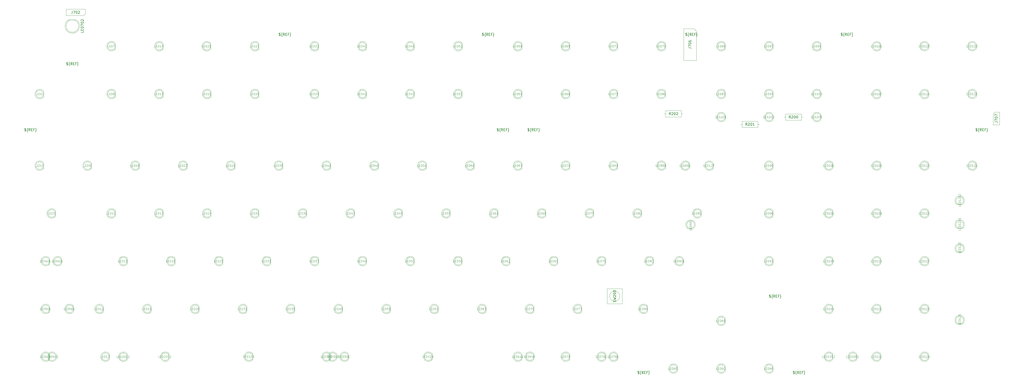
<source format=gbr>
G04 #@! TF.GenerationSoftware,KiCad,Pcbnew,7.0.1*
G04 #@! TF.CreationDate,2023-03-28T01:20:07-04:00*
G04 #@! TF.ProjectId,Boston-keyboard-V08J,426f7374-6f6e-42d6-9b65-79626f617264,rev?*
G04 #@! TF.SameCoordinates,Original*
G04 #@! TF.FileFunction,AssemblyDrawing,Top*
%FSLAX46Y46*%
G04 Gerber Fmt 4.6, Leading zero omitted, Abs format (unit mm)*
G04 Created by KiCad (PCBNEW 7.0.1) date 2023-03-28 01:20:07*
%MOMM*%
%LPD*%
G01*
G04 APERTURE LIST*
%ADD10C,0.120000*%
%ADD11C,0.150000*%
%ADD12C,0.100000*%
G04 APERTURE END LIST*
D10*
X69470456Y-168650095D02*
X69089504Y-168650095D01*
X69089504Y-168650095D02*
X69089504Y-167850095D01*
X69737123Y-168231047D02*
X70003789Y-168231047D01*
X70118075Y-168650095D02*
X69737123Y-168650095D01*
X69737123Y-168650095D02*
X69737123Y-167850095D01*
X69737123Y-167850095D02*
X70118075Y-167850095D01*
X70460933Y-168650095D02*
X70460933Y-167850095D01*
X70460933Y-167850095D02*
X70651409Y-167850095D01*
X70651409Y-167850095D02*
X70765695Y-167888190D01*
X70765695Y-167888190D02*
X70841885Y-167964380D01*
X70841885Y-167964380D02*
X70879980Y-168040571D01*
X70879980Y-168040571D02*
X70918076Y-168192952D01*
X70918076Y-168192952D02*
X70918076Y-168307238D01*
X70918076Y-168307238D02*
X70879980Y-168459619D01*
X70879980Y-168459619D02*
X70841885Y-168535809D01*
X70841885Y-168535809D02*
X70765695Y-168612000D01*
X70765695Y-168612000D02*
X70651409Y-168650095D01*
X70651409Y-168650095D02*
X70460933Y-168650095D01*
X71603790Y-167850095D02*
X71451409Y-167850095D01*
X71451409Y-167850095D02*
X71375218Y-167888190D01*
X71375218Y-167888190D02*
X71337123Y-167926285D01*
X71337123Y-167926285D02*
X71260933Y-168040571D01*
X71260933Y-168040571D02*
X71222837Y-168192952D01*
X71222837Y-168192952D02*
X71222837Y-168497714D01*
X71222837Y-168497714D02*
X71260933Y-168573904D01*
X71260933Y-168573904D02*
X71299028Y-168612000D01*
X71299028Y-168612000D02*
X71375218Y-168650095D01*
X71375218Y-168650095D02*
X71527599Y-168650095D01*
X71527599Y-168650095D02*
X71603790Y-168612000D01*
X71603790Y-168612000D02*
X71641885Y-168573904D01*
X71641885Y-168573904D02*
X71679980Y-168497714D01*
X71679980Y-168497714D02*
X71679980Y-168307238D01*
X71679980Y-168307238D02*
X71641885Y-168231047D01*
X71641885Y-168231047D02*
X71603790Y-168192952D01*
X71603790Y-168192952D02*
X71527599Y-168154857D01*
X71527599Y-168154857D02*
X71375218Y-168154857D01*
X71375218Y-168154857D02*
X71299028Y-168192952D01*
X71299028Y-168192952D02*
X71260933Y-168231047D01*
X71260933Y-168231047D02*
X71222837Y-168307238D01*
X72175219Y-167850095D02*
X72251409Y-167850095D01*
X72251409Y-167850095D02*
X72327600Y-167888190D01*
X72327600Y-167888190D02*
X72365695Y-167926285D01*
X72365695Y-167926285D02*
X72403790Y-168002476D01*
X72403790Y-168002476D02*
X72441885Y-168154857D01*
X72441885Y-168154857D02*
X72441885Y-168345333D01*
X72441885Y-168345333D02*
X72403790Y-168497714D01*
X72403790Y-168497714D02*
X72365695Y-168573904D01*
X72365695Y-168573904D02*
X72327600Y-168612000D01*
X72327600Y-168612000D02*
X72251409Y-168650095D01*
X72251409Y-168650095D02*
X72175219Y-168650095D01*
X72175219Y-168650095D02*
X72099028Y-168612000D01*
X72099028Y-168612000D02*
X72060933Y-168573904D01*
X72060933Y-168573904D02*
X72022838Y-168497714D01*
X72022838Y-168497714D02*
X71984742Y-168345333D01*
X71984742Y-168345333D02*
X71984742Y-168154857D01*
X71984742Y-168154857D02*
X72022838Y-168002476D01*
X72022838Y-168002476D02*
X72060933Y-167926285D01*
X72060933Y-167926285D02*
X72099028Y-167888190D01*
X72099028Y-167888190D02*
X72175219Y-167850095D01*
X72746647Y-167926285D02*
X72784743Y-167888190D01*
X72784743Y-167888190D02*
X72860933Y-167850095D01*
X72860933Y-167850095D02*
X73051409Y-167850095D01*
X73051409Y-167850095D02*
X73127600Y-167888190D01*
X73127600Y-167888190D02*
X73165695Y-167926285D01*
X73165695Y-167926285D02*
X73203790Y-168002476D01*
X73203790Y-168002476D02*
X73203790Y-168078666D01*
X73203790Y-168078666D02*
X73165695Y-168192952D01*
X73165695Y-168192952D02*
X72708552Y-168650095D01*
X72708552Y-168650095D02*
X73203790Y-168650095D01*
X181232856Y-168650095D02*
X180851904Y-168650095D01*
X180851904Y-168650095D02*
X180851904Y-167850095D01*
X181499523Y-168231047D02*
X181766189Y-168231047D01*
X181880475Y-168650095D02*
X181499523Y-168650095D01*
X181499523Y-168650095D02*
X181499523Y-167850095D01*
X181499523Y-167850095D02*
X181880475Y-167850095D01*
X182223333Y-168650095D02*
X182223333Y-167850095D01*
X182223333Y-167850095D02*
X182413809Y-167850095D01*
X182413809Y-167850095D02*
X182528095Y-167888190D01*
X182528095Y-167888190D02*
X182604285Y-167964380D01*
X182604285Y-167964380D02*
X182642380Y-168040571D01*
X182642380Y-168040571D02*
X182680476Y-168192952D01*
X182680476Y-168192952D02*
X182680476Y-168307238D01*
X182680476Y-168307238D02*
X182642380Y-168459619D01*
X182642380Y-168459619D02*
X182604285Y-168535809D01*
X182604285Y-168535809D02*
X182528095Y-168612000D01*
X182528095Y-168612000D02*
X182413809Y-168650095D01*
X182413809Y-168650095D02*
X182223333Y-168650095D01*
X182947142Y-167850095D02*
X183442380Y-167850095D01*
X183442380Y-167850095D02*
X183175714Y-168154857D01*
X183175714Y-168154857D02*
X183289999Y-168154857D01*
X183289999Y-168154857D02*
X183366190Y-168192952D01*
X183366190Y-168192952D02*
X183404285Y-168231047D01*
X183404285Y-168231047D02*
X183442380Y-168307238D01*
X183442380Y-168307238D02*
X183442380Y-168497714D01*
X183442380Y-168497714D02*
X183404285Y-168573904D01*
X183404285Y-168573904D02*
X183366190Y-168612000D01*
X183366190Y-168612000D02*
X183289999Y-168650095D01*
X183289999Y-168650095D02*
X183061428Y-168650095D01*
X183061428Y-168650095D02*
X182985237Y-168612000D01*
X182985237Y-168612000D02*
X182947142Y-168573904D01*
X183823333Y-168650095D02*
X183975714Y-168650095D01*
X183975714Y-168650095D02*
X184051904Y-168612000D01*
X184051904Y-168612000D02*
X184090000Y-168573904D01*
X184090000Y-168573904D02*
X184166190Y-168459619D01*
X184166190Y-168459619D02*
X184204285Y-168307238D01*
X184204285Y-168307238D02*
X184204285Y-168002476D01*
X184204285Y-168002476D02*
X184166190Y-167926285D01*
X184166190Y-167926285D02*
X184128095Y-167888190D01*
X184128095Y-167888190D02*
X184051904Y-167850095D01*
X184051904Y-167850095D02*
X183899523Y-167850095D01*
X183899523Y-167850095D02*
X183823333Y-167888190D01*
X183823333Y-167888190D02*
X183785238Y-167926285D01*
X183785238Y-167926285D02*
X183747142Y-168002476D01*
X183747142Y-168002476D02*
X183747142Y-168192952D01*
X183747142Y-168192952D02*
X183785238Y-168269142D01*
X183785238Y-168269142D02*
X183823333Y-168307238D01*
X183823333Y-168307238D02*
X183899523Y-168345333D01*
X183899523Y-168345333D02*
X184051904Y-168345333D01*
X184051904Y-168345333D02*
X184128095Y-168307238D01*
X184128095Y-168307238D02*
X184166190Y-168269142D01*
X184166190Y-168269142D02*
X184204285Y-168192952D01*
X184470952Y-167850095D02*
X184966190Y-167850095D01*
X184966190Y-167850095D02*
X184699524Y-168154857D01*
X184699524Y-168154857D02*
X184813809Y-168154857D01*
X184813809Y-168154857D02*
X184890000Y-168192952D01*
X184890000Y-168192952D02*
X184928095Y-168231047D01*
X184928095Y-168231047D02*
X184966190Y-168307238D01*
X184966190Y-168307238D02*
X184966190Y-168497714D01*
X184966190Y-168497714D02*
X184928095Y-168573904D01*
X184928095Y-168573904D02*
X184890000Y-168612000D01*
X184890000Y-168612000D02*
X184813809Y-168650095D01*
X184813809Y-168650095D02*
X184585238Y-168650095D01*
X184585238Y-168650095D02*
X184509047Y-168612000D01*
X184509047Y-168612000D02*
X184470952Y-168573904D01*
X378467856Y-130550095D02*
X378086904Y-130550095D01*
X378086904Y-130550095D02*
X378086904Y-129750095D01*
X378734523Y-130131047D02*
X379001189Y-130131047D01*
X379115475Y-130550095D02*
X378734523Y-130550095D01*
X378734523Y-130550095D02*
X378734523Y-129750095D01*
X378734523Y-129750095D02*
X379115475Y-129750095D01*
X379458333Y-130550095D02*
X379458333Y-129750095D01*
X379458333Y-129750095D02*
X379648809Y-129750095D01*
X379648809Y-129750095D02*
X379763095Y-129788190D01*
X379763095Y-129788190D02*
X379839285Y-129864380D01*
X379839285Y-129864380D02*
X379877380Y-129940571D01*
X379877380Y-129940571D02*
X379915476Y-130092952D01*
X379915476Y-130092952D02*
X379915476Y-130207238D01*
X379915476Y-130207238D02*
X379877380Y-130359619D01*
X379877380Y-130359619D02*
X379839285Y-130435809D01*
X379839285Y-130435809D02*
X379763095Y-130512000D01*
X379763095Y-130512000D02*
X379648809Y-130550095D01*
X379648809Y-130550095D02*
X379458333Y-130550095D01*
X380677380Y-130550095D02*
X380220237Y-130550095D01*
X380448809Y-130550095D02*
X380448809Y-129750095D01*
X380448809Y-129750095D02*
X380372618Y-129864380D01*
X380372618Y-129864380D02*
X380296428Y-129940571D01*
X380296428Y-129940571D02*
X380220237Y-129978666D01*
X381172619Y-129750095D02*
X381248809Y-129750095D01*
X381248809Y-129750095D02*
X381325000Y-129788190D01*
X381325000Y-129788190D02*
X381363095Y-129826285D01*
X381363095Y-129826285D02*
X381401190Y-129902476D01*
X381401190Y-129902476D02*
X381439285Y-130054857D01*
X381439285Y-130054857D02*
X381439285Y-130245333D01*
X381439285Y-130245333D02*
X381401190Y-130397714D01*
X381401190Y-130397714D02*
X381363095Y-130473904D01*
X381363095Y-130473904D02*
X381325000Y-130512000D01*
X381325000Y-130512000D02*
X381248809Y-130550095D01*
X381248809Y-130550095D02*
X381172619Y-130550095D01*
X381172619Y-130550095D02*
X381096428Y-130512000D01*
X381096428Y-130512000D02*
X381058333Y-130473904D01*
X381058333Y-130473904D02*
X381020238Y-130397714D01*
X381020238Y-130397714D02*
X380982142Y-130245333D01*
X380982142Y-130245333D02*
X380982142Y-130054857D01*
X380982142Y-130054857D02*
X381020238Y-129902476D01*
X381020238Y-129902476D02*
X381058333Y-129826285D01*
X381058333Y-129826285D02*
X381096428Y-129788190D01*
X381096428Y-129788190D02*
X381172619Y-129750095D01*
X381705952Y-129750095D02*
X382201190Y-129750095D01*
X382201190Y-129750095D02*
X381934524Y-130054857D01*
X381934524Y-130054857D02*
X382048809Y-130054857D01*
X382048809Y-130054857D02*
X382125000Y-130092952D01*
X382125000Y-130092952D02*
X382163095Y-130131047D01*
X382163095Y-130131047D02*
X382201190Y-130207238D01*
X382201190Y-130207238D02*
X382201190Y-130397714D01*
X382201190Y-130397714D02*
X382163095Y-130473904D01*
X382163095Y-130473904D02*
X382125000Y-130512000D01*
X382125000Y-130512000D02*
X382048809Y-130550095D01*
X382048809Y-130550095D02*
X381820238Y-130550095D01*
X381820238Y-130550095D02*
X381744047Y-130512000D01*
X381744047Y-130512000D02*
X381705952Y-130473904D01*
X178823809Y-92450095D02*
X178442857Y-92450095D01*
X178442857Y-92450095D02*
X178442857Y-91650095D01*
X179090476Y-92031047D02*
X179357142Y-92031047D01*
X179471428Y-92450095D02*
X179090476Y-92450095D01*
X179090476Y-92450095D02*
X179090476Y-91650095D01*
X179090476Y-91650095D02*
X179471428Y-91650095D01*
X179814286Y-92450095D02*
X179814286Y-91650095D01*
X179814286Y-91650095D02*
X180004762Y-91650095D01*
X180004762Y-91650095D02*
X180119048Y-91688190D01*
X180119048Y-91688190D02*
X180195238Y-91764380D01*
X180195238Y-91764380D02*
X180233333Y-91840571D01*
X180233333Y-91840571D02*
X180271429Y-91992952D01*
X180271429Y-91992952D02*
X180271429Y-92107238D01*
X180271429Y-92107238D02*
X180233333Y-92259619D01*
X180233333Y-92259619D02*
X180195238Y-92335809D01*
X180195238Y-92335809D02*
X180119048Y-92412000D01*
X180119048Y-92412000D02*
X180004762Y-92450095D01*
X180004762Y-92450095D02*
X179814286Y-92450095D01*
X180957143Y-91916761D02*
X180957143Y-92450095D01*
X180766667Y-91612000D02*
X180576190Y-92183428D01*
X180576190Y-92183428D02*
X181071429Y-92183428D01*
X181338095Y-91726285D02*
X181376191Y-91688190D01*
X181376191Y-91688190D02*
X181452381Y-91650095D01*
X181452381Y-91650095D02*
X181642857Y-91650095D01*
X181642857Y-91650095D02*
X181719048Y-91688190D01*
X181719048Y-91688190D02*
X181757143Y-91726285D01*
X181757143Y-91726285D02*
X181795238Y-91802476D01*
X181795238Y-91802476D02*
X181795238Y-91878666D01*
X181795238Y-91878666D02*
X181757143Y-91992952D01*
X181757143Y-91992952D02*
X181300000Y-92450095D01*
X181300000Y-92450095D02*
X181795238Y-92450095D01*
X416567856Y-168650095D02*
X416186904Y-168650095D01*
X416186904Y-168650095D02*
X416186904Y-167850095D01*
X416834523Y-168231047D02*
X417101189Y-168231047D01*
X417215475Y-168650095D02*
X416834523Y-168650095D01*
X416834523Y-168650095D02*
X416834523Y-167850095D01*
X416834523Y-167850095D02*
X417215475Y-167850095D01*
X417558333Y-168650095D02*
X417558333Y-167850095D01*
X417558333Y-167850095D02*
X417748809Y-167850095D01*
X417748809Y-167850095D02*
X417863095Y-167888190D01*
X417863095Y-167888190D02*
X417939285Y-167964380D01*
X417939285Y-167964380D02*
X417977380Y-168040571D01*
X417977380Y-168040571D02*
X418015476Y-168192952D01*
X418015476Y-168192952D02*
X418015476Y-168307238D01*
X418015476Y-168307238D02*
X417977380Y-168459619D01*
X417977380Y-168459619D02*
X417939285Y-168535809D01*
X417939285Y-168535809D02*
X417863095Y-168612000D01*
X417863095Y-168612000D02*
X417748809Y-168650095D01*
X417748809Y-168650095D02*
X417558333Y-168650095D01*
X418777380Y-168650095D02*
X418320237Y-168650095D01*
X418548809Y-168650095D02*
X418548809Y-167850095D01*
X418548809Y-167850095D02*
X418472618Y-167964380D01*
X418472618Y-167964380D02*
X418396428Y-168040571D01*
X418396428Y-168040571D02*
X418320237Y-168078666D01*
X419539285Y-168650095D02*
X419082142Y-168650095D01*
X419310714Y-168650095D02*
X419310714Y-167850095D01*
X419310714Y-167850095D02*
X419234523Y-167964380D01*
X419234523Y-167964380D02*
X419158333Y-168040571D01*
X419158333Y-168040571D02*
X419082142Y-168078666D01*
X419920238Y-168650095D02*
X420072619Y-168650095D01*
X420072619Y-168650095D02*
X420148809Y-168612000D01*
X420148809Y-168612000D02*
X420186905Y-168573904D01*
X420186905Y-168573904D02*
X420263095Y-168459619D01*
X420263095Y-168459619D02*
X420301190Y-168307238D01*
X420301190Y-168307238D02*
X420301190Y-168002476D01*
X420301190Y-168002476D02*
X420263095Y-167926285D01*
X420263095Y-167926285D02*
X420225000Y-167888190D01*
X420225000Y-167888190D02*
X420148809Y-167850095D01*
X420148809Y-167850095D02*
X419996428Y-167850095D01*
X419996428Y-167850095D02*
X419920238Y-167888190D01*
X419920238Y-167888190D02*
X419882143Y-167926285D01*
X419882143Y-167926285D02*
X419844047Y-168002476D01*
X419844047Y-168002476D02*
X419844047Y-168192952D01*
X419844047Y-168192952D02*
X419882143Y-168269142D01*
X419882143Y-168269142D02*
X419920238Y-168307238D01*
X419920238Y-168307238D02*
X419996428Y-168345333D01*
X419996428Y-168345333D02*
X420148809Y-168345333D01*
X420148809Y-168345333D02*
X420225000Y-168307238D01*
X420225000Y-168307238D02*
X420263095Y-168269142D01*
X420263095Y-168269142D02*
X420301190Y-168192952D01*
D11*
X323222916Y-40170000D02*
X323365773Y-40217619D01*
X323365773Y-40217619D02*
X323603868Y-40217619D01*
X323603868Y-40217619D02*
X323699106Y-40170000D01*
X323699106Y-40170000D02*
X323746725Y-40122380D01*
X323746725Y-40122380D02*
X323794344Y-40027142D01*
X323794344Y-40027142D02*
X323794344Y-39931904D01*
X323794344Y-39931904D02*
X323746725Y-39836666D01*
X323746725Y-39836666D02*
X323699106Y-39789047D01*
X323699106Y-39789047D02*
X323603868Y-39741428D01*
X323603868Y-39741428D02*
X323413392Y-39693809D01*
X323413392Y-39693809D02*
X323318154Y-39646190D01*
X323318154Y-39646190D02*
X323270535Y-39598571D01*
X323270535Y-39598571D02*
X323222916Y-39503333D01*
X323222916Y-39503333D02*
X323222916Y-39408095D01*
X323222916Y-39408095D02*
X323270535Y-39312857D01*
X323270535Y-39312857D02*
X323318154Y-39265238D01*
X323318154Y-39265238D02*
X323413392Y-39217619D01*
X323413392Y-39217619D02*
X323651487Y-39217619D01*
X323651487Y-39217619D02*
X323794344Y-39265238D01*
X323508630Y-39074761D02*
X323508630Y-40360476D01*
X324508630Y-40598571D02*
X324461011Y-40598571D01*
X324461011Y-40598571D02*
X324365773Y-40550952D01*
X324365773Y-40550952D02*
X324318154Y-40455714D01*
X324318154Y-40455714D02*
X324318154Y-39979523D01*
X324318154Y-39979523D02*
X324270535Y-39884285D01*
X324270535Y-39884285D02*
X324175297Y-39836666D01*
X324175297Y-39836666D02*
X324270535Y-39789047D01*
X324270535Y-39789047D02*
X324318154Y-39693809D01*
X324318154Y-39693809D02*
X324318154Y-39217619D01*
X324318154Y-39217619D02*
X324365773Y-39122380D01*
X324365773Y-39122380D02*
X324461011Y-39074761D01*
X324461011Y-39074761D02*
X324508630Y-39074761D01*
X325461011Y-40217619D02*
X325127678Y-39741428D01*
X324889583Y-40217619D02*
X324889583Y-39217619D01*
X324889583Y-39217619D02*
X325270535Y-39217619D01*
X325270535Y-39217619D02*
X325365773Y-39265238D01*
X325365773Y-39265238D02*
X325413392Y-39312857D01*
X325413392Y-39312857D02*
X325461011Y-39408095D01*
X325461011Y-39408095D02*
X325461011Y-39550952D01*
X325461011Y-39550952D02*
X325413392Y-39646190D01*
X325413392Y-39646190D02*
X325365773Y-39693809D01*
X325365773Y-39693809D02*
X325270535Y-39741428D01*
X325270535Y-39741428D02*
X324889583Y-39741428D01*
X325889583Y-39693809D02*
X326222916Y-39693809D01*
X326365773Y-40217619D02*
X325889583Y-40217619D01*
X325889583Y-40217619D02*
X325889583Y-39217619D01*
X325889583Y-39217619D02*
X326365773Y-39217619D01*
X327127678Y-39693809D02*
X326794345Y-39693809D01*
X326794345Y-40217619D02*
X326794345Y-39217619D01*
X326794345Y-39217619D02*
X327270535Y-39217619D01*
X327556250Y-40598571D02*
X327603869Y-40598571D01*
X327603869Y-40598571D02*
X327699107Y-40550952D01*
X327699107Y-40550952D02*
X327746726Y-40455714D01*
X327746726Y-40455714D02*
X327746726Y-39979523D01*
X327746726Y-39979523D02*
X327794345Y-39884285D01*
X327794345Y-39884285D02*
X327889583Y-39836666D01*
X327889583Y-39836666D02*
X327794345Y-39789047D01*
X327794345Y-39789047D02*
X327746726Y-39693809D01*
X327746726Y-39693809D02*
X327746726Y-39217619D01*
X327746726Y-39217619D02*
X327699107Y-39122380D01*
X327699107Y-39122380D02*
X327603869Y-39074761D01*
X327603869Y-39074761D02*
X327556250Y-39074761D01*
D10*
X250261309Y-130550095D02*
X249880357Y-130550095D01*
X249880357Y-130550095D02*
X249880357Y-129750095D01*
X250527976Y-130131047D02*
X250794642Y-130131047D01*
X250908928Y-130550095D02*
X250527976Y-130550095D01*
X250527976Y-130550095D02*
X250527976Y-129750095D01*
X250527976Y-129750095D02*
X250908928Y-129750095D01*
X251251786Y-130550095D02*
X251251786Y-129750095D01*
X251251786Y-129750095D02*
X251442262Y-129750095D01*
X251442262Y-129750095D02*
X251556548Y-129788190D01*
X251556548Y-129788190D02*
X251632738Y-129864380D01*
X251632738Y-129864380D02*
X251670833Y-129940571D01*
X251670833Y-129940571D02*
X251708929Y-130092952D01*
X251708929Y-130092952D02*
X251708929Y-130207238D01*
X251708929Y-130207238D02*
X251670833Y-130359619D01*
X251670833Y-130359619D02*
X251632738Y-130435809D01*
X251632738Y-130435809D02*
X251556548Y-130512000D01*
X251556548Y-130512000D02*
X251442262Y-130550095D01*
X251442262Y-130550095D02*
X251251786Y-130550095D01*
X252394643Y-129750095D02*
X252242262Y-129750095D01*
X252242262Y-129750095D02*
X252166071Y-129788190D01*
X252166071Y-129788190D02*
X252127976Y-129826285D01*
X252127976Y-129826285D02*
X252051786Y-129940571D01*
X252051786Y-129940571D02*
X252013690Y-130092952D01*
X252013690Y-130092952D02*
X252013690Y-130397714D01*
X252013690Y-130397714D02*
X252051786Y-130473904D01*
X252051786Y-130473904D02*
X252089881Y-130512000D01*
X252089881Y-130512000D02*
X252166071Y-130550095D01*
X252166071Y-130550095D02*
X252318452Y-130550095D01*
X252318452Y-130550095D02*
X252394643Y-130512000D01*
X252394643Y-130512000D02*
X252432738Y-130473904D01*
X252432738Y-130473904D02*
X252470833Y-130397714D01*
X252470833Y-130397714D02*
X252470833Y-130207238D01*
X252470833Y-130207238D02*
X252432738Y-130131047D01*
X252432738Y-130131047D02*
X252394643Y-130092952D01*
X252394643Y-130092952D02*
X252318452Y-130054857D01*
X252318452Y-130054857D02*
X252166071Y-130054857D01*
X252166071Y-130054857D02*
X252089881Y-130092952D01*
X252089881Y-130092952D02*
X252051786Y-130131047D01*
X252051786Y-130131047D02*
X252013690Y-130207238D01*
X252775595Y-129826285D02*
X252813691Y-129788190D01*
X252813691Y-129788190D02*
X252889881Y-129750095D01*
X252889881Y-129750095D02*
X253080357Y-129750095D01*
X253080357Y-129750095D02*
X253156548Y-129788190D01*
X253156548Y-129788190D02*
X253194643Y-129826285D01*
X253194643Y-129826285D02*
X253232738Y-129902476D01*
X253232738Y-129902476D02*
X253232738Y-129978666D01*
X253232738Y-129978666D02*
X253194643Y-130092952D01*
X253194643Y-130092952D02*
X252737500Y-130550095D01*
X252737500Y-130550095D02*
X253232738Y-130550095D01*
X66530456Y-168650095D02*
X66149504Y-168650095D01*
X66149504Y-168650095D02*
X66149504Y-167850095D01*
X66797123Y-168231047D02*
X67063789Y-168231047D01*
X67178075Y-168650095D02*
X66797123Y-168650095D01*
X66797123Y-168650095D02*
X66797123Y-167850095D01*
X66797123Y-167850095D02*
X67178075Y-167850095D01*
X67520933Y-168650095D02*
X67520933Y-167850095D01*
X67520933Y-167850095D02*
X67711409Y-167850095D01*
X67711409Y-167850095D02*
X67825695Y-167888190D01*
X67825695Y-167888190D02*
X67901885Y-167964380D01*
X67901885Y-167964380D02*
X67939980Y-168040571D01*
X67939980Y-168040571D02*
X67978076Y-168192952D01*
X67978076Y-168192952D02*
X67978076Y-168307238D01*
X67978076Y-168307238D02*
X67939980Y-168459619D01*
X67939980Y-168459619D02*
X67901885Y-168535809D01*
X67901885Y-168535809D02*
X67825695Y-168612000D01*
X67825695Y-168612000D02*
X67711409Y-168650095D01*
X67711409Y-168650095D02*
X67520933Y-168650095D01*
X68663790Y-167850095D02*
X68511409Y-167850095D01*
X68511409Y-167850095D02*
X68435218Y-167888190D01*
X68435218Y-167888190D02*
X68397123Y-167926285D01*
X68397123Y-167926285D02*
X68320933Y-168040571D01*
X68320933Y-168040571D02*
X68282837Y-168192952D01*
X68282837Y-168192952D02*
X68282837Y-168497714D01*
X68282837Y-168497714D02*
X68320933Y-168573904D01*
X68320933Y-168573904D02*
X68359028Y-168612000D01*
X68359028Y-168612000D02*
X68435218Y-168650095D01*
X68435218Y-168650095D02*
X68587599Y-168650095D01*
X68587599Y-168650095D02*
X68663790Y-168612000D01*
X68663790Y-168612000D02*
X68701885Y-168573904D01*
X68701885Y-168573904D02*
X68739980Y-168497714D01*
X68739980Y-168497714D02*
X68739980Y-168307238D01*
X68739980Y-168307238D02*
X68701885Y-168231047D01*
X68701885Y-168231047D02*
X68663790Y-168192952D01*
X68663790Y-168192952D02*
X68587599Y-168154857D01*
X68587599Y-168154857D02*
X68435218Y-168154857D01*
X68435218Y-168154857D02*
X68359028Y-168192952D01*
X68359028Y-168192952D02*
X68320933Y-168231047D01*
X68320933Y-168231047D02*
X68282837Y-168307238D01*
X69235219Y-167850095D02*
X69311409Y-167850095D01*
X69311409Y-167850095D02*
X69387600Y-167888190D01*
X69387600Y-167888190D02*
X69425695Y-167926285D01*
X69425695Y-167926285D02*
X69463790Y-168002476D01*
X69463790Y-168002476D02*
X69501885Y-168154857D01*
X69501885Y-168154857D02*
X69501885Y-168345333D01*
X69501885Y-168345333D02*
X69463790Y-168497714D01*
X69463790Y-168497714D02*
X69425695Y-168573904D01*
X69425695Y-168573904D02*
X69387600Y-168612000D01*
X69387600Y-168612000D02*
X69311409Y-168650095D01*
X69311409Y-168650095D02*
X69235219Y-168650095D01*
X69235219Y-168650095D02*
X69159028Y-168612000D01*
X69159028Y-168612000D02*
X69120933Y-168573904D01*
X69120933Y-168573904D02*
X69082838Y-168497714D01*
X69082838Y-168497714D02*
X69044742Y-168345333D01*
X69044742Y-168345333D02*
X69044742Y-168154857D01*
X69044742Y-168154857D02*
X69082838Y-168002476D01*
X69082838Y-168002476D02*
X69120933Y-167926285D01*
X69120933Y-167926285D02*
X69159028Y-167888190D01*
X69159028Y-167888190D02*
X69235219Y-167850095D01*
X70263790Y-168650095D02*
X69806647Y-168650095D01*
X70035219Y-168650095D02*
X70035219Y-167850095D01*
X70035219Y-167850095D02*
X69959028Y-167964380D01*
X69959028Y-167964380D02*
X69882838Y-168040571D01*
X69882838Y-168040571D02*
X69806647Y-168078666D01*
X235973809Y-92450095D02*
X235592857Y-92450095D01*
X235592857Y-92450095D02*
X235592857Y-91650095D01*
X236240476Y-92031047D02*
X236507142Y-92031047D01*
X236621428Y-92450095D02*
X236240476Y-92450095D01*
X236240476Y-92450095D02*
X236240476Y-91650095D01*
X236240476Y-91650095D02*
X236621428Y-91650095D01*
X236964286Y-92450095D02*
X236964286Y-91650095D01*
X236964286Y-91650095D02*
X237154762Y-91650095D01*
X237154762Y-91650095D02*
X237269048Y-91688190D01*
X237269048Y-91688190D02*
X237345238Y-91764380D01*
X237345238Y-91764380D02*
X237383333Y-91840571D01*
X237383333Y-91840571D02*
X237421429Y-91992952D01*
X237421429Y-91992952D02*
X237421429Y-92107238D01*
X237421429Y-92107238D02*
X237383333Y-92259619D01*
X237383333Y-92259619D02*
X237345238Y-92335809D01*
X237345238Y-92335809D02*
X237269048Y-92412000D01*
X237269048Y-92412000D02*
X237154762Y-92450095D01*
X237154762Y-92450095D02*
X236964286Y-92450095D01*
X238107143Y-91650095D02*
X237954762Y-91650095D01*
X237954762Y-91650095D02*
X237878571Y-91688190D01*
X237878571Y-91688190D02*
X237840476Y-91726285D01*
X237840476Y-91726285D02*
X237764286Y-91840571D01*
X237764286Y-91840571D02*
X237726190Y-91992952D01*
X237726190Y-91992952D02*
X237726190Y-92297714D01*
X237726190Y-92297714D02*
X237764286Y-92373904D01*
X237764286Y-92373904D02*
X237802381Y-92412000D01*
X237802381Y-92412000D02*
X237878571Y-92450095D01*
X237878571Y-92450095D02*
X238030952Y-92450095D01*
X238030952Y-92450095D02*
X238107143Y-92412000D01*
X238107143Y-92412000D02*
X238145238Y-92373904D01*
X238145238Y-92373904D02*
X238183333Y-92297714D01*
X238183333Y-92297714D02*
X238183333Y-92107238D01*
X238183333Y-92107238D02*
X238145238Y-92031047D01*
X238145238Y-92031047D02*
X238107143Y-91992952D01*
X238107143Y-91992952D02*
X238030952Y-91954857D01*
X238030952Y-91954857D02*
X237878571Y-91954857D01*
X237878571Y-91954857D02*
X237802381Y-91992952D01*
X237802381Y-91992952D02*
X237764286Y-92031047D01*
X237764286Y-92031047D02*
X237726190Y-92107238D01*
X238678572Y-91650095D02*
X238754762Y-91650095D01*
X238754762Y-91650095D02*
X238830953Y-91688190D01*
X238830953Y-91688190D02*
X238869048Y-91726285D01*
X238869048Y-91726285D02*
X238907143Y-91802476D01*
X238907143Y-91802476D02*
X238945238Y-91954857D01*
X238945238Y-91954857D02*
X238945238Y-92145333D01*
X238945238Y-92145333D02*
X238907143Y-92297714D01*
X238907143Y-92297714D02*
X238869048Y-92373904D01*
X238869048Y-92373904D02*
X238830953Y-92412000D01*
X238830953Y-92412000D02*
X238754762Y-92450095D01*
X238754762Y-92450095D02*
X238678572Y-92450095D01*
X238678572Y-92450095D02*
X238602381Y-92412000D01*
X238602381Y-92412000D02*
X238564286Y-92373904D01*
X238564286Y-92373904D02*
X238526191Y-92297714D01*
X238526191Y-92297714D02*
X238488095Y-92145333D01*
X238488095Y-92145333D02*
X238488095Y-91954857D01*
X238488095Y-91954857D02*
X238526191Y-91802476D01*
X238526191Y-91802476D02*
X238564286Y-91726285D01*
X238564286Y-91726285D02*
X238602381Y-91688190D01*
X238602381Y-91688190D02*
X238678572Y-91650095D01*
X150248809Y-111500095D02*
X149867857Y-111500095D01*
X149867857Y-111500095D02*
X149867857Y-110700095D01*
X150515476Y-111081047D02*
X150782142Y-111081047D01*
X150896428Y-111500095D02*
X150515476Y-111500095D01*
X150515476Y-111500095D02*
X150515476Y-110700095D01*
X150515476Y-110700095D02*
X150896428Y-110700095D01*
X151239286Y-111500095D02*
X151239286Y-110700095D01*
X151239286Y-110700095D02*
X151429762Y-110700095D01*
X151429762Y-110700095D02*
X151544048Y-110738190D01*
X151544048Y-110738190D02*
X151620238Y-110814380D01*
X151620238Y-110814380D02*
X151658333Y-110890571D01*
X151658333Y-110890571D02*
X151696429Y-111042952D01*
X151696429Y-111042952D02*
X151696429Y-111157238D01*
X151696429Y-111157238D02*
X151658333Y-111309619D01*
X151658333Y-111309619D02*
X151620238Y-111385809D01*
X151620238Y-111385809D02*
X151544048Y-111462000D01*
X151544048Y-111462000D02*
X151429762Y-111500095D01*
X151429762Y-111500095D02*
X151239286Y-111500095D01*
X151963095Y-110700095D02*
X152458333Y-110700095D01*
X152458333Y-110700095D02*
X152191667Y-111004857D01*
X152191667Y-111004857D02*
X152305952Y-111004857D01*
X152305952Y-111004857D02*
X152382143Y-111042952D01*
X152382143Y-111042952D02*
X152420238Y-111081047D01*
X152420238Y-111081047D02*
X152458333Y-111157238D01*
X152458333Y-111157238D02*
X152458333Y-111347714D01*
X152458333Y-111347714D02*
X152420238Y-111423904D01*
X152420238Y-111423904D02*
X152382143Y-111462000D01*
X152382143Y-111462000D02*
X152305952Y-111500095D01*
X152305952Y-111500095D02*
X152077381Y-111500095D01*
X152077381Y-111500095D02*
X152001190Y-111462000D01*
X152001190Y-111462000D02*
X151963095Y-111423904D01*
X152953572Y-110700095D02*
X153029762Y-110700095D01*
X153029762Y-110700095D02*
X153105953Y-110738190D01*
X153105953Y-110738190D02*
X153144048Y-110776285D01*
X153144048Y-110776285D02*
X153182143Y-110852476D01*
X153182143Y-110852476D02*
X153220238Y-111004857D01*
X153220238Y-111004857D02*
X153220238Y-111195333D01*
X153220238Y-111195333D02*
X153182143Y-111347714D01*
X153182143Y-111347714D02*
X153144048Y-111423904D01*
X153144048Y-111423904D02*
X153105953Y-111462000D01*
X153105953Y-111462000D02*
X153029762Y-111500095D01*
X153029762Y-111500095D02*
X152953572Y-111500095D01*
X152953572Y-111500095D02*
X152877381Y-111462000D01*
X152877381Y-111462000D02*
X152839286Y-111423904D01*
X152839286Y-111423904D02*
X152801191Y-111347714D01*
X152801191Y-111347714D02*
X152763095Y-111195333D01*
X152763095Y-111195333D02*
X152763095Y-111004857D01*
X152763095Y-111004857D02*
X152801191Y-110852476D01*
X152801191Y-110852476D02*
X152839286Y-110776285D01*
X152839286Y-110776285D02*
X152877381Y-110738190D01*
X152877381Y-110738190D02*
X152953572Y-110700095D01*
X330842856Y-92450095D02*
X330461904Y-92450095D01*
X330461904Y-92450095D02*
X330461904Y-91650095D01*
X331109523Y-92031047D02*
X331376189Y-92031047D01*
X331490475Y-92450095D02*
X331109523Y-92450095D01*
X331109523Y-92450095D02*
X331109523Y-91650095D01*
X331109523Y-91650095D02*
X331490475Y-91650095D01*
X331833333Y-92450095D02*
X331833333Y-91650095D01*
X331833333Y-91650095D02*
X332023809Y-91650095D01*
X332023809Y-91650095D02*
X332138095Y-91688190D01*
X332138095Y-91688190D02*
X332214285Y-91764380D01*
X332214285Y-91764380D02*
X332252380Y-91840571D01*
X332252380Y-91840571D02*
X332290476Y-91992952D01*
X332290476Y-91992952D02*
X332290476Y-92107238D01*
X332290476Y-92107238D02*
X332252380Y-92259619D01*
X332252380Y-92259619D02*
X332214285Y-92335809D01*
X332214285Y-92335809D02*
X332138095Y-92412000D01*
X332138095Y-92412000D02*
X332023809Y-92450095D01*
X332023809Y-92450095D02*
X331833333Y-92450095D01*
X333052380Y-92450095D02*
X332595237Y-92450095D01*
X332823809Y-92450095D02*
X332823809Y-91650095D01*
X332823809Y-91650095D02*
X332747618Y-91764380D01*
X332747618Y-91764380D02*
X332671428Y-91840571D01*
X332671428Y-91840571D02*
X332595237Y-91878666D01*
X333357142Y-91726285D02*
X333395238Y-91688190D01*
X333395238Y-91688190D02*
X333471428Y-91650095D01*
X333471428Y-91650095D02*
X333661904Y-91650095D01*
X333661904Y-91650095D02*
X333738095Y-91688190D01*
X333738095Y-91688190D02*
X333776190Y-91726285D01*
X333776190Y-91726285D02*
X333814285Y-91802476D01*
X333814285Y-91802476D02*
X333814285Y-91878666D01*
X333814285Y-91878666D02*
X333776190Y-91992952D01*
X333776190Y-91992952D02*
X333319047Y-92450095D01*
X333319047Y-92450095D02*
X333814285Y-92450095D01*
X334080952Y-91650095D02*
X334614286Y-91650095D01*
X334614286Y-91650095D02*
X334271428Y-92450095D01*
X164536309Y-149600095D02*
X164155357Y-149600095D01*
X164155357Y-149600095D02*
X164155357Y-148800095D01*
X164802976Y-149181047D02*
X165069642Y-149181047D01*
X165183928Y-149600095D02*
X164802976Y-149600095D01*
X164802976Y-149600095D02*
X164802976Y-148800095D01*
X164802976Y-148800095D02*
X165183928Y-148800095D01*
X165526786Y-149600095D02*
X165526786Y-148800095D01*
X165526786Y-148800095D02*
X165717262Y-148800095D01*
X165717262Y-148800095D02*
X165831548Y-148838190D01*
X165831548Y-148838190D02*
X165907738Y-148914380D01*
X165907738Y-148914380D02*
X165945833Y-148990571D01*
X165945833Y-148990571D02*
X165983929Y-149142952D01*
X165983929Y-149142952D02*
X165983929Y-149257238D01*
X165983929Y-149257238D02*
X165945833Y-149409619D01*
X165945833Y-149409619D02*
X165907738Y-149485809D01*
X165907738Y-149485809D02*
X165831548Y-149562000D01*
X165831548Y-149562000D02*
X165717262Y-149600095D01*
X165717262Y-149600095D02*
X165526786Y-149600095D01*
X166250595Y-148800095D02*
X166745833Y-148800095D01*
X166745833Y-148800095D02*
X166479167Y-149104857D01*
X166479167Y-149104857D02*
X166593452Y-149104857D01*
X166593452Y-149104857D02*
X166669643Y-149142952D01*
X166669643Y-149142952D02*
X166707738Y-149181047D01*
X166707738Y-149181047D02*
X166745833Y-149257238D01*
X166745833Y-149257238D02*
X166745833Y-149447714D01*
X166745833Y-149447714D02*
X166707738Y-149523904D01*
X166707738Y-149523904D02*
X166669643Y-149562000D01*
X166669643Y-149562000D02*
X166593452Y-149600095D01*
X166593452Y-149600095D02*
X166364881Y-149600095D01*
X166364881Y-149600095D02*
X166288690Y-149562000D01*
X166288690Y-149562000D02*
X166250595Y-149523904D01*
X167202976Y-149142952D02*
X167126786Y-149104857D01*
X167126786Y-149104857D02*
X167088691Y-149066761D01*
X167088691Y-149066761D02*
X167050595Y-148990571D01*
X167050595Y-148990571D02*
X167050595Y-148952476D01*
X167050595Y-148952476D02*
X167088691Y-148876285D01*
X167088691Y-148876285D02*
X167126786Y-148838190D01*
X167126786Y-148838190D02*
X167202976Y-148800095D01*
X167202976Y-148800095D02*
X167355357Y-148800095D01*
X167355357Y-148800095D02*
X167431548Y-148838190D01*
X167431548Y-148838190D02*
X167469643Y-148876285D01*
X167469643Y-148876285D02*
X167507738Y-148952476D01*
X167507738Y-148952476D02*
X167507738Y-148990571D01*
X167507738Y-148990571D02*
X167469643Y-149066761D01*
X167469643Y-149066761D02*
X167431548Y-149104857D01*
X167431548Y-149104857D02*
X167355357Y-149142952D01*
X167355357Y-149142952D02*
X167202976Y-149142952D01*
X167202976Y-149142952D02*
X167126786Y-149181047D01*
X167126786Y-149181047D02*
X167088691Y-149219142D01*
X167088691Y-149219142D02*
X167050595Y-149295333D01*
X167050595Y-149295333D02*
X167050595Y-149447714D01*
X167050595Y-149447714D02*
X167088691Y-149523904D01*
X167088691Y-149523904D02*
X167126786Y-149562000D01*
X167126786Y-149562000D02*
X167202976Y-149600095D01*
X167202976Y-149600095D02*
X167355357Y-149600095D01*
X167355357Y-149600095D02*
X167431548Y-149562000D01*
X167431548Y-149562000D02*
X167469643Y-149523904D01*
X167469643Y-149523904D02*
X167507738Y-149447714D01*
X167507738Y-149447714D02*
X167507738Y-149295333D01*
X167507738Y-149295333D02*
X167469643Y-149219142D01*
X167469643Y-149219142D02*
X167431548Y-149181047D01*
X167431548Y-149181047D02*
X167355357Y-149142952D01*
X231211309Y-63875095D02*
X230830357Y-63875095D01*
X230830357Y-63875095D02*
X230830357Y-63075095D01*
X231477976Y-63456047D02*
X231744642Y-63456047D01*
X231858928Y-63875095D02*
X231477976Y-63875095D01*
X231477976Y-63875095D02*
X231477976Y-63075095D01*
X231477976Y-63075095D02*
X231858928Y-63075095D01*
X232201786Y-63875095D02*
X232201786Y-63075095D01*
X232201786Y-63075095D02*
X232392262Y-63075095D01*
X232392262Y-63075095D02*
X232506548Y-63113190D01*
X232506548Y-63113190D02*
X232582738Y-63189380D01*
X232582738Y-63189380D02*
X232620833Y-63265571D01*
X232620833Y-63265571D02*
X232658929Y-63417952D01*
X232658929Y-63417952D02*
X232658929Y-63532238D01*
X232658929Y-63532238D02*
X232620833Y-63684619D01*
X232620833Y-63684619D02*
X232582738Y-63760809D01*
X232582738Y-63760809D02*
X232506548Y-63837000D01*
X232506548Y-63837000D02*
X232392262Y-63875095D01*
X232392262Y-63875095D02*
X232201786Y-63875095D01*
X233382738Y-63075095D02*
X233001786Y-63075095D01*
X233001786Y-63075095D02*
X232963690Y-63456047D01*
X232963690Y-63456047D02*
X233001786Y-63417952D01*
X233001786Y-63417952D02*
X233077976Y-63379857D01*
X233077976Y-63379857D02*
X233268452Y-63379857D01*
X233268452Y-63379857D02*
X233344643Y-63417952D01*
X233344643Y-63417952D02*
X233382738Y-63456047D01*
X233382738Y-63456047D02*
X233420833Y-63532238D01*
X233420833Y-63532238D02*
X233420833Y-63722714D01*
X233420833Y-63722714D02*
X233382738Y-63798904D01*
X233382738Y-63798904D02*
X233344643Y-63837000D01*
X233344643Y-63837000D02*
X233268452Y-63875095D01*
X233268452Y-63875095D02*
X233077976Y-63875095D01*
X233077976Y-63875095D02*
X233001786Y-63837000D01*
X233001786Y-63837000D02*
X232963690Y-63798904D01*
X233687500Y-63075095D02*
X234182738Y-63075095D01*
X234182738Y-63075095D02*
X233916072Y-63379857D01*
X233916072Y-63379857D02*
X234030357Y-63379857D01*
X234030357Y-63379857D02*
X234106548Y-63417952D01*
X234106548Y-63417952D02*
X234144643Y-63456047D01*
X234144643Y-63456047D02*
X234182738Y-63532238D01*
X234182738Y-63532238D02*
X234182738Y-63722714D01*
X234182738Y-63722714D02*
X234144643Y-63798904D01*
X234144643Y-63798904D02*
X234106548Y-63837000D01*
X234106548Y-63837000D02*
X234030357Y-63875095D01*
X234030357Y-63875095D02*
X233801786Y-63875095D01*
X233801786Y-63875095D02*
X233725595Y-63837000D01*
X233725595Y-63837000D02*
X233687500Y-63798904D01*
X335986309Y-154362595D02*
X335605357Y-154362595D01*
X335605357Y-154362595D02*
X335605357Y-153562595D01*
X336252976Y-153943547D02*
X336519642Y-153943547D01*
X336633928Y-154362595D02*
X336252976Y-154362595D01*
X336252976Y-154362595D02*
X336252976Y-153562595D01*
X336252976Y-153562595D02*
X336633928Y-153562595D01*
X336976786Y-154362595D02*
X336976786Y-153562595D01*
X336976786Y-153562595D02*
X337167262Y-153562595D01*
X337167262Y-153562595D02*
X337281548Y-153600690D01*
X337281548Y-153600690D02*
X337357738Y-153676880D01*
X337357738Y-153676880D02*
X337395833Y-153753071D01*
X337395833Y-153753071D02*
X337433929Y-153905452D01*
X337433929Y-153905452D02*
X337433929Y-154019738D01*
X337433929Y-154019738D02*
X337395833Y-154172119D01*
X337395833Y-154172119D02*
X337357738Y-154248309D01*
X337357738Y-154248309D02*
X337281548Y-154324500D01*
X337281548Y-154324500D02*
X337167262Y-154362595D01*
X337167262Y-154362595D02*
X336976786Y-154362595D01*
X337814881Y-154362595D02*
X337967262Y-154362595D01*
X337967262Y-154362595D02*
X338043452Y-154324500D01*
X338043452Y-154324500D02*
X338081548Y-154286404D01*
X338081548Y-154286404D02*
X338157738Y-154172119D01*
X338157738Y-154172119D02*
X338195833Y-154019738D01*
X338195833Y-154019738D02*
X338195833Y-153714976D01*
X338195833Y-153714976D02*
X338157738Y-153638785D01*
X338157738Y-153638785D02*
X338119643Y-153600690D01*
X338119643Y-153600690D02*
X338043452Y-153562595D01*
X338043452Y-153562595D02*
X337891071Y-153562595D01*
X337891071Y-153562595D02*
X337814881Y-153600690D01*
X337814881Y-153600690D02*
X337776786Y-153638785D01*
X337776786Y-153638785D02*
X337738690Y-153714976D01*
X337738690Y-153714976D02*
X337738690Y-153905452D01*
X337738690Y-153905452D02*
X337776786Y-153981642D01*
X337776786Y-153981642D02*
X337814881Y-154019738D01*
X337814881Y-154019738D02*
X337891071Y-154057833D01*
X337891071Y-154057833D02*
X338043452Y-154057833D01*
X338043452Y-154057833D02*
X338119643Y-154019738D01*
X338119643Y-154019738D02*
X338157738Y-153981642D01*
X338157738Y-153981642D02*
X338195833Y-153905452D01*
X338957738Y-154362595D02*
X338500595Y-154362595D01*
X338729167Y-154362595D02*
X338729167Y-153562595D01*
X338729167Y-153562595D02*
X338652976Y-153676880D01*
X338652976Y-153676880D02*
X338576786Y-153753071D01*
X338576786Y-153753071D02*
X338500595Y-153791166D01*
X416567856Y-92450095D02*
X416186904Y-92450095D01*
X416186904Y-92450095D02*
X416186904Y-91650095D01*
X416834523Y-92031047D02*
X417101189Y-92031047D01*
X417215475Y-92450095D02*
X416834523Y-92450095D01*
X416834523Y-92450095D02*
X416834523Y-91650095D01*
X416834523Y-91650095D02*
X417215475Y-91650095D01*
X417558333Y-92450095D02*
X417558333Y-91650095D01*
X417558333Y-91650095D02*
X417748809Y-91650095D01*
X417748809Y-91650095D02*
X417863095Y-91688190D01*
X417863095Y-91688190D02*
X417939285Y-91764380D01*
X417939285Y-91764380D02*
X417977380Y-91840571D01*
X417977380Y-91840571D02*
X418015476Y-91992952D01*
X418015476Y-91992952D02*
X418015476Y-92107238D01*
X418015476Y-92107238D02*
X417977380Y-92259619D01*
X417977380Y-92259619D02*
X417939285Y-92335809D01*
X417939285Y-92335809D02*
X417863095Y-92412000D01*
X417863095Y-92412000D02*
X417748809Y-92450095D01*
X417748809Y-92450095D02*
X417558333Y-92450095D01*
X418777380Y-92450095D02*
X418320237Y-92450095D01*
X418548809Y-92450095D02*
X418548809Y-91650095D01*
X418548809Y-91650095D02*
X418472618Y-91764380D01*
X418472618Y-91764380D02*
X418396428Y-91840571D01*
X418396428Y-91840571D02*
X418320237Y-91878666D01*
X419539285Y-92450095D02*
X419082142Y-92450095D01*
X419310714Y-92450095D02*
X419310714Y-91650095D01*
X419310714Y-91650095D02*
X419234523Y-91764380D01*
X419234523Y-91764380D02*
X419158333Y-91840571D01*
X419158333Y-91840571D02*
X419082142Y-91878666D01*
X420263095Y-91650095D02*
X419882143Y-91650095D01*
X419882143Y-91650095D02*
X419844047Y-92031047D01*
X419844047Y-92031047D02*
X419882143Y-91992952D01*
X419882143Y-91992952D02*
X419958333Y-91954857D01*
X419958333Y-91954857D02*
X420148809Y-91954857D01*
X420148809Y-91954857D02*
X420225000Y-91992952D01*
X420225000Y-91992952D02*
X420263095Y-92031047D01*
X420263095Y-92031047D02*
X420301190Y-92107238D01*
X420301190Y-92107238D02*
X420301190Y-92297714D01*
X420301190Y-92297714D02*
X420263095Y-92373904D01*
X420263095Y-92373904D02*
X420225000Y-92412000D01*
X420225000Y-92412000D02*
X420148809Y-92450095D01*
X420148809Y-92450095D02*
X419958333Y-92450095D01*
X419958333Y-92450095D02*
X419882143Y-92412000D01*
X419882143Y-92412000D02*
X419844047Y-92373904D01*
X435617856Y-44799695D02*
X435236904Y-44799695D01*
X435236904Y-44799695D02*
X435236904Y-43999695D01*
X435884523Y-44380647D02*
X436151189Y-44380647D01*
X436265475Y-44799695D02*
X435884523Y-44799695D01*
X435884523Y-44799695D02*
X435884523Y-43999695D01*
X435884523Y-43999695D02*
X436265475Y-43999695D01*
X436608333Y-44799695D02*
X436608333Y-43999695D01*
X436608333Y-43999695D02*
X436798809Y-43999695D01*
X436798809Y-43999695D02*
X436913095Y-44037790D01*
X436913095Y-44037790D02*
X436989285Y-44113980D01*
X436989285Y-44113980D02*
X437027380Y-44190171D01*
X437027380Y-44190171D02*
X437065476Y-44342552D01*
X437065476Y-44342552D02*
X437065476Y-44456838D01*
X437065476Y-44456838D02*
X437027380Y-44609219D01*
X437027380Y-44609219D02*
X436989285Y-44685409D01*
X436989285Y-44685409D02*
X436913095Y-44761600D01*
X436913095Y-44761600D02*
X436798809Y-44799695D01*
X436798809Y-44799695D02*
X436608333Y-44799695D01*
X437827380Y-44799695D02*
X437370237Y-44799695D01*
X437598809Y-44799695D02*
X437598809Y-43999695D01*
X437598809Y-43999695D02*
X437522618Y-44113980D01*
X437522618Y-44113980D02*
X437446428Y-44190171D01*
X437446428Y-44190171D02*
X437370237Y-44228266D01*
X438132142Y-44075885D02*
X438170238Y-44037790D01*
X438170238Y-44037790D02*
X438246428Y-43999695D01*
X438246428Y-43999695D02*
X438436904Y-43999695D01*
X438436904Y-43999695D02*
X438513095Y-44037790D01*
X438513095Y-44037790D02*
X438551190Y-44075885D01*
X438551190Y-44075885D02*
X438589285Y-44152076D01*
X438589285Y-44152076D02*
X438589285Y-44228266D01*
X438589285Y-44228266D02*
X438551190Y-44342552D01*
X438551190Y-44342552D02*
X438094047Y-44799695D01*
X438094047Y-44799695D02*
X438589285Y-44799695D01*
X439084524Y-43999695D02*
X439160714Y-43999695D01*
X439160714Y-43999695D02*
X439236905Y-44037790D01*
X439236905Y-44037790D02*
X439275000Y-44075885D01*
X439275000Y-44075885D02*
X439313095Y-44152076D01*
X439313095Y-44152076D02*
X439351190Y-44304457D01*
X439351190Y-44304457D02*
X439351190Y-44494933D01*
X439351190Y-44494933D02*
X439313095Y-44647314D01*
X439313095Y-44647314D02*
X439275000Y-44723504D01*
X439275000Y-44723504D02*
X439236905Y-44761600D01*
X439236905Y-44761600D02*
X439160714Y-44799695D01*
X439160714Y-44799695D02*
X439084524Y-44799695D01*
X439084524Y-44799695D02*
X439008333Y-44761600D01*
X439008333Y-44761600D02*
X438970238Y-44723504D01*
X438970238Y-44723504D02*
X438932143Y-44647314D01*
X438932143Y-44647314D02*
X438894047Y-44494933D01*
X438894047Y-44494933D02*
X438894047Y-44304457D01*
X438894047Y-44304457D02*
X438932143Y-44152076D01*
X438932143Y-44152076D02*
X438970238Y-44075885D01*
X438970238Y-44075885D02*
X439008333Y-44037790D01*
X439008333Y-44037790D02*
X439084524Y-43999695D01*
X112148809Y-63875095D02*
X111767857Y-63875095D01*
X111767857Y-63875095D02*
X111767857Y-63075095D01*
X112415476Y-63456047D02*
X112682142Y-63456047D01*
X112796428Y-63875095D02*
X112415476Y-63875095D01*
X112415476Y-63875095D02*
X112415476Y-63075095D01*
X112415476Y-63075095D02*
X112796428Y-63075095D01*
X113139286Y-63875095D02*
X113139286Y-63075095D01*
X113139286Y-63075095D02*
X113329762Y-63075095D01*
X113329762Y-63075095D02*
X113444048Y-63113190D01*
X113444048Y-63113190D02*
X113520238Y-63189380D01*
X113520238Y-63189380D02*
X113558333Y-63265571D01*
X113558333Y-63265571D02*
X113596429Y-63417952D01*
X113596429Y-63417952D02*
X113596429Y-63532238D01*
X113596429Y-63532238D02*
X113558333Y-63684619D01*
X113558333Y-63684619D02*
X113520238Y-63760809D01*
X113520238Y-63760809D02*
X113444048Y-63837000D01*
X113444048Y-63837000D02*
X113329762Y-63875095D01*
X113329762Y-63875095D02*
X113139286Y-63875095D01*
X114358333Y-63875095D02*
X113901190Y-63875095D01*
X114129762Y-63875095D02*
X114129762Y-63075095D01*
X114129762Y-63075095D02*
X114053571Y-63189380D01*
X114053571Y-63189380D02*
X113977381Y-63265571D01*
X113977381Y-63265571D02*
X113901190Y-63303666D01*
X115082143Y-63075095D02*
X114701191Y-63075095D01*
X114701191Y-63075095D02*
X114663095Y-63456047D01*
X114663095Y-63456047D02*
X114701191Y-63417952D01*
X114701191Y-63417952D02*
X114777381Y-63379857D01*
X114777381Y-63379857D02*
X114967857Y-63379857D01*
X114967857Y-63379857D02*
X115044048Y-63417952D01*
X115044048Y-63417952D02*
X115082143Y-63456047D01*
X115082143Y-63456047D02*
X115120238Y-63532238D01*
X115120238Y-63532238D02*
X115120238Y-63722714D01*
X115120238Y-63722714D02*
X115082143Y-63798904D01*
X115082143Y-63798904D02*
X115044048Y-63837000D01*
X115044048Y-63837000D02*
X114967857Y-63875095D01*
X114967857Y-63875095D02*
X114777381Y-63875095D01*
X114777381Y-63875095D02*
X114701191Y-63837000D01*
X114701191Y-63837000D02*
X114663095Y-63798904D01*
X193111309Y-44825095D02*
X192730357Y-44825095D01*
X192730357Y-44825095D02*
X192730357Y-44025095D01*
X193377976Y-44406047D02*
X193644642Y-44406047D01*
X193758928Y-44825095D02*
X193377976Y-44825095D01*
X193377976Y-44825095D02*
X193377976Y-44025095D01*
X193377976Y-44025095D02*
X193758928Y-44025095D01*
X194101786Y-44825095D02*
X194101786Y-44025095D01*
X194101786Y-44025095D02*
X194292262Y-44025095D01*
X194292262Y-44025095D02*
X194406548Y-44063190D01*
X194406548Y-44063190D02*
X194482738Y-44139380D01*
X194482738Y-44139380D02*
X194520833Y-44215571D01*
X194520833Y-44215571D02*
X194558929Y-44367952D01*
X194558929Y-44367952D02*
X194558929Y-44482238D01*
X194558929Y-44482238D02*
X194520833Y-44634619D01*
X194520833Y-44634619D02*
X194482738Y-44710809D01*
X194482738Y-44710809D02*
X194406548Y-44787000D01*
X194406548Y-44787000D02*
X194292262Y-44825095D01*
X194292262Y-44825095D02*
X194101786Y-44825095D01*
X195244643Y-44291761D02*
X195244643Y-44825095D01*
X195054167Y-43987000D02*
X194863690Y-44558428D01*
X194863690Y-44558428D02*
X195358929Y-44558428D01*
X195816072Y-44025095D02*
X195892262Y-44025095D01*
X195892262Y-44025095D02*
X195968453Y-44063190D01*
X195968453Y-44063190D02*
X196006548Y-44101285D01*
X196006548Y-44101285D02*
X196044643Y-44177476D01*
X196044643Y-44177476D02*
X196082738Y-44329857D01*
X196082738Y-44329857D02*
X196082738Y-44520333D01*
X196082738Y-44520333D02*
X196044643Y-44672714D01*
X196044643Y-44672714D02*
X196006548Y-44748904D01*
X196006548Y-44748904D02*
X195968453Y-44787000D01*
X195968453Y-44787000D02*
X195892262Y-44825095D01*
X195892262Y-44825095D02*
X195816072Y-44825095D01*
X195816072Y-44825095D02*
X195739881Y-44787000D01*
X195739881Y-44787000D02*
X195701786Y-44748904D01*
X195701786Y-44748904D02*
X195663691Y-44672714D01*
X195663691Y-44672714D02*
X195625595Y-44520333D01*
X195625595Y-44520333D02*
X195625595Y-44329857D01*
X195625595Y-44329857D02*
X195663691Y-44177476D01*
X195663691Y-44177476D02*
X195701786Y-44101285D01*
X195701786Y-44101285D02*
X195739881Y-44063190D01*
X195739881Y-44063190D02*
X195816072Y-44025095D01*
X112148809Y-111500095D02*
X111767857Y-111500095D01*
X111767857Y-111500095D02*
X111767857Y-110700095D01*
X112415476Y-111081047D02*
X112682142Y-111081047D01*
X112796428Y-111500095D02*
X112415476Y-111500095D01*
X112415476Y-111500095D02*
X112415476Y-110700095D01*
X112415476Y-110700095D02*
X112796428Y-110700095D01*
X113139286Y-111500095D02*
X113139286Y-110700095D01*
X113139286Y-110700095D02*
X113329762Y-110700095D01*
X113329762Y-110700095D02*
X113444048Y-110738190D01*
X113444048Y-110738190D02*
X113520238Y-110814380D01*
X113520238Y-110814380D02*
X113558333Y-110890571D01*
X113558333Y-110890571D02*
X113596429Y-111042952D01*
X113596429Y-111042952D02*
X113596429Y-111157238D01*
X113596429Y-111157238D02*
X113558333Y-111309619D01*
X113558333Y-111309619D02*
X113520238Y-111385809D01*
X113520238Y-111385809D02*
X113444048Y-111462000D01*
X113444048Y-111462000D02*
X113329762Y-111500095D01*
X113329762Y-111500095D02*
X113139286Y-111500095D01*
X114358333Y-111500095D02*
X113901190Y-111500095D01*
X114129762Y-111500095D02*
X114129762Y-110700095D01*
X114129762Y-110700095D02*
X114053571Y-110814380D01*
X114053571Y-110814380D02*
X113977381Y-110890571D01*
X113977381Y-110890571D02*
X113901190Y-110928666D01*
X114625000Y-110700095D02*
X115158334Y-110700095D01*
X115158334Y-110700095D02*
X114815476Y-111500095D01*
X397517856Y-63900495D02*
X397136904Y-63900495D01*
X397136904Y-63900495D02*
X397136904Y-63100495D01*
X397784523Y-63481447D02*
X398051189Y-63481447D01*
X398165475Y-63900495D02*
X397784523Y-63900495D01*
X397784523Y-63900495D02*
X397784523Y-63100495D01*
X397784523Y-63100495D02*
X398165475Y-63100495D01*
X398508333Y-63900495D02*
X398508333Y-63100495D01*
X398508333Y-63100495D02*
X398698809Y-63100495D01*
X398698809Y-63100495D02*
X398813095Y-63138590D01*
X398813095Y-63138590D02*
X398889285Y-63214780D01*
X398889285Y-63214780D02*
X398927380Y-63290971D01*
X398927380Y-63290971D02*
X398965476Y-63443352D01*
X398965476Y-63443352D02*
X398965476Y-63557638D01*
X398965476Y-63557638D02*
X398927380Y-63710019D01*
X398927380Y-63710019D02*
X398889285Y-63786209D01*
X398889285Y-63786209D02*
X398813095Y-63862400D01*
X398813095Y-63862400D02*
X398698809Y-63900495D01*
X398698809Y-63900495D02*
X398508333Y-63900495D01*
X399727380Y-63900495D02*
X399270237Y-63900495D01*
X399498809Y-63900495D02*
X399498809Y-63100495D01*
X399498809Y-63100495D02*
X399422618Y-63214780D01*
X399422618Y-63214780D02*
X399346428Y-63290971D01*
X399346428Y-63290971D02*
X399270237Y-63329066D01*
X400222619Y-63100495D02*
X400298809Y-63100495D01*
X400298809Y-63100495D02*
X400375000Y-63138590D01*
X400375000Y-63138590D02*
X400413095Y-63176685D01*
X400413095Y-63176685D02*
X400451190Y-63252876D01*
X400451190Y-63252876D02*
X400489285Y-63405257D01*
X400489285Y-63405257D02*
X400489285Y-63595733D01*
X400489285Y-63595733D02*
X400451190Y-63748114D01*
X400451190Y-63748114D02*
X400413095Y-63824304D01*
X400413095Y-63824304D02*
X400375000Y-63862400D01*
X400375000Y-63862400D02*
X400298809Y-63900495D01*
X400298809Y-63900495D02*
X400222619Y-63900495D01*
X400222619Y-63900495D02*
X400146428Y-63862400D01*
X400146428Y-63862400D02*
X400108333Y-63824304D01*
X400108333Y-63824304D02*
X400070238Y-63748114D01*
X400070238Y-63748114D02*
X400032142Y-63595733D01*
X400032142Y-63595733D02*
X400032142Y-63405257D01*
X400032142Y-63405257D02*
X400070238Y-63252876D01*
X400070238Y-63252876D02*
X400108333Y-63176685D01*
X400108333Y-63176685D02*
X400146428Y-63138590D01*
X400146428Y-63138590D02*
X400222619Y-63100495D01*
X400755952Y-63100495D02*
X401289286Y-63100495D01*
X401289286Y-63100495D02*
X400946428Y-63900495D01*
X416567856Y-44799695D02*
X416186904Y-44799695D01*
X416186904Y-44799695D02*
X416186904Y-43999695D01*
X416834523Y-44380647D02*
X417101189Y-44380647D01*
X417215475Y-44799695D02*
X416834523Y-44799695D01*
X416834523Y-44799695D02*
X416834523Y-43999695D01*
X416834523Y-43999695D02*
X417215475Y-43999695D01*
X417558333Y-44799695D02*
X417558333Y-43999695D01*
X417558333Y-43999695D02*
X417748809Y-43999695D01*
X417748809Y-43999695D02*
X417863095Y-44037790D01*
X417863095Y-44037790D02*
X417939285Y-44113980D01*
X417939285Y-44113980D02*
X417977380Y-44190171D01*
X417977380Y-44190171D02*
X418015476Y-44342552D01*
X418015476Y-44342552D02*
X418015476Y-44456838D01*
X418015476Y-44456838D02*
X417977380Y-44609219D01*
X417977380Y-44609219D02*
X417939285Y-44685409D01*
X417939285Y-44685409D02*
X417863095Y-44761600D01*
X417863095Y-44761600D02*
X417748809Y-44799695D01*
X417748809Y-44799695D02*
X417558333Y-44799695D01*
X418777380Y-44799695D02*
X418320237Y-44799695D01*
X418548809Y-44799695D02*
X418548809Y-43999695D01*
X418548809Y-43999695D02*
X418472618Y-44113980D01*
X418472618Y-44113980D02*
X418396428Y-44190171D01*
X418396428Y-44190171D02*
X418320237Y-44228266D01*
X419539285Y-44799695D02*
X419082142Y-44799695D01*
X419310714Y-44799695D02*
X419310714Y-43999695D01*
X419310714Y-43999695D02*
X419234523Y-44113980D01*
X419234523Y-44113980D02*
X419158333Y-44190171D01*
X419158333Y-44190171D02*
X419082142Y-44228266D01*
X419805952Y-43999695D02*
X420301190Y-43999695D01*
X420301190Y-43999695D02*
X420034524Y-44304457D01*
X420034524Y-44304457D02*
X420148809Y-44304457D01*
X420148809Y-44304457D02*
X420225000Y-44342552D01*
X420225000Y-44342552D02*
X420263095Y-44380647D01*
X420263095Y-44380647D02*
X420301190Y-44456838D01*
X420301190Y-44456838D02*
X420301190Y-44647314D01*
X420301190Y-44647314D02*
X420263095Y-44723504D01*
X420263095Y-44723504D02*
X420225000Y-44761600D01*
X420225000Y-44761600D02*
X420148809Y-44799695D01*
X420148809Y-44799695D02*
X419920238Y-44799695D01*
X419920238Y-44799695D02*
X419844047Y-44761600D01*
X419844047Y-44761600D02*
X419805952Y-44723504D01*
X378467856Y-149600095D02*
X378086904Y-149600095D01*
X378086904Y-149600095D02*
X378086904Y-148800095D01*
X378734523Y-149181047D02*
X379001189Y-149181047D01*
X379115475Y-149600095D02*
X378734523Y-149600095D01*
X378734523Y-149600095D02*
X378734523Y-148800095D01*
X378734523Y-148800095D02*
X379115475Y-148800095D01*
X379458333Y-149600095D02*
X379458333Y-148800095D01*
X379458333Y-148800095D02*
X379648809Y-148800095D01*
X379648809Y-148800095D02*
X379763095Y-148838190D01*
X379763095Y-148838190D02*
X379839285Y-148914380D01*
X379839285Y-148914380D02*
X379877380Y-148990571D01*
X379877380Y-148990571D02*
X379915476Y-149142952D01*
X379915476Y-149142952D02*
X379915476Y-149257238D01*
X379915476Y-149257238D02*
X379877380Y-149409619D01*
X379877380Y-149409619D02*
X379839285Y-149485809D01*
X379839285Y-149485809D02*
X379763095Y-149562000D01*
X379763095Y-149562000D02*
X379648809Y-149600095D01*
X379648809Y-149600095D02*
X379458333Y-149600095D01*
X380677380Y-149600095D02*
X380220237Y-149600095D01*
X380448809Y-149600095D02*
X380448809Y-148800095D01*
X380448809Y-148800095D02*
X380372618Y-148914380D01*
X380372618Y-148914380D02*
X380296428Y-148990571D01*
X380296428Y-148990571D02*
X380220237Y-149028666D01*
X381172619Y-148800095D02*
X381248809Y-148800095D01*
X381248809Y-148800095D02*
X381325000Y-148838190D01*
X381325000Y-148838190D02*
X381363095Y-148876285D01*
X381363095Y-148876285D02*
X381401190Y-148952476D01*
X381401190Y-148952476D02*
X381439285Y-149104857D01*
X381439285Y-149104857D02*
X381439285Y-149295333D01*
X381439285Y-149295333D02*
X381401190Y-149447714D01*
X381401190Y-149447714D02*
X381363095Y-149523904D01*
X381363095Y-149523904D02*
X381325000Y-149562000D01*
X381325000Y-149562000D02*
X381248809Y-149600095D01*
X381248809Y-149600095D02*
X381172619Y-149600095D01*
X381172619Y-149600095D02*
X381096428Y-149562000D01*
X381096428Y-149562000D02*
X381058333Y-149523904D01*
X381058333Y-149523904D02*
X381020238Y-149447714D01*
X381020238Y-149447714D02*
X380982142Y-149295333D01*
X380982142Y-149295333D02*
X380982142Y-149104857D01*
X380982142Y-149104857D02*
X381020238Y-148952476D01*
X381020238Y-148952476D02*
X381058333Y-148876285D01*
X381058333Y-148876285D02*
X381096428Y-148838190D01*
X381096428Y-148838190D02*
X381172619Y-148800095D01*
X382125000Y-149066761D02*
X382125000Y-149600095D01*
X381934524Y-148762000D02*
X381744047Y-149333428D01*
X381744047Y-149333428D02*
X382239286Y-149333428D01*
X274073809Y-168650095D02*
X273692857Y-168650095D01*
X273692857Y-168650095D02*
X273692857Y-167850095D01*
X274340476Y-168231047D02*
X274607142Y-168231047D01*
X274721428Y-168650095D02*
X274340476Y-168650095D01*
X274340476Y-168650095D02*
X274340476Y-167850095D01*
X274340476Y-167850095D02*
X274721428Y-167850095D01*
X275064286Y-168650095D02*
X275064286Y-167850095D01*
X275064286Y-167850095D02*
X275254762Y-167850095D01*
X275254762Y-167850095D02*
X275369048Y-167888190D01*
X275369048Y-167888190D02*
X275445238Y-167964380D01*
X275445238Y-167964380D02*
X275483333Y-168040571D01*
X275483333Y-168040571D02*
X275521429Y-168192952D01*
X275521429Y-168192952D02*
X275521429Y-168307238D01*
X275521429Y-168307238D02*
X275483333Y-168459619D01*
X275483333Y-168459619D02*
X275445238Y-168535809D01*
X275445238Y-168535809D02*
X275369048Y-168612000D01*
X275369048Y-168612000D02*
X275254762Y-168650095D01*
X275254762Y-168650095D02*
X275064286Y-168650095D01*
X275788095Y-167850095D02*
X276321429Y-167850095D01*
X276321429Y-167850095D02*
X275978571Y-168650095D01*
X277045238Y-168650095D02*
X276588095Y-168650095D01*
X276816667Y-168650095D02*
X276816667Y-167850095D01*
X276816667Y-167850095D02*
X276740476Y-167964380D01*
X276740476Y-167964380D02*
X276664286Y-168040571D01*
X276664286Y-168040571D02*
X276588095Y-168078666D01*
X231249409Y-44825095D02*
X230868457Y-44825095D01*
X230868457Y-44825095D02*
X230868457Y-44025095D01*
X231516076Y-44406047D02*
X231782742Y-44406047D01*
X231897028Y-44825095D02*
X231516076Y-44825095D01*
X231516076Y-44825095D02*
X231516076Y-44025095D01*
X231516076Y-44025095D02*
X231897028Y-44025095D01*
X232239886Y-44825095D02*
X232239886Y-44025095D01*
X232239886Y-44025095D02*
X232430362Y-44025095D01*
X232430362Y-44025095D02*
X232544648Y-44063190D01*
X232544648Y-44063190D02*
X232620838Y-44139380D01*
X232620838Y-44139380D02*
X232658933Y-44215571D01*
X232658933Y-44215571D02*
X232697029Y-44367952D01*
X232697029Y-44367952D02*
X232697029Y-44482238D01*
X232697029Y-44482238D02*
X232658933Y-44634619D01*
X232658933Y-44634619D02*
X232620838Y-44710809D01*
X232620838Y-44710809D02*
X232544648Y-44787000D01*
X232544648Y-44787000D02*
X232430362Y-44825095D01*
X232430362Y-44825095D02*
X232239886Y-44825095D01*
X233420838Y-44025095D02*
X233039886Y-44025095D01*
X233039886Y-44025095D02*
X233001790Y-44406047D01*
X233001790Y-44406047D02*
X233039886Y-44367952D01*
X233039886Y-44367952D02*
X233116076Y-44329857D01*
X233116076Y-44329857D02*
X233306552Y-44329857D01*
X233306552Y-44329857D02*
X233382743Y-44367952D01*
X233382743Y-44367952D02*
X233420838Y-44406047D01*
X233420838Y-44406047D02*
X233458933Y-44482238D01*
X233458933Y-44482238D02*
X233458933Y-44672714D01*
X233458933Y-44672714D02*
X233420838Y-44748904D01*
X233420838Y-44748904D02*
X233382743Y-44787000D01*
X233382743Y-44787000D02*
X233306552Y-44825095D01*
X233306552Y-44825095D02*
X233116076Y-44825095D01*
X233116076Y-44825095D02*
X233039886Y-44787000D01*
X233039886Y-44787000D02*
X233001790Y-44748904D01*
X233763695Y-44101285D02*
X233801791Y-44063190D01*
X233801791Y-44063190D02*
X233877981Y-44025095D01*
X233877981Y-44025095D02*
X234068457Y-44025095D01*
X234068457Y-44025095D02*
X234144648Y-44063190D01*
X234144648Y-44063190D02*
X234182743Y-44101285D01*
X234182743Y-44101285D02*
X234220838Y-44177476D01*
X234220838Y-44177476D02*
X234220838Y-44253666D01*
X234220838Y-44253666D02*
X234182743Y-44367952D01*
X234182743Y-44367952D02*
X233725600Y-44825095D01*
X233725600Y-44825095D02*
X234220838Y-44825095D01*
X432765095Y-107888095D02*
X432765095Y-108269047D01*
X432765095Y-108269047D02*
X431965095Y-108269047D01*
X432346047Y-107621428D02*
X432346047Y-107354762D01*
X432765095Y-107240476D02*
X432765095Y-107621428D01*
X432765095Y-107621428D02*
X431965095Y-107621428D01*
X431965095Y-107621428D02*
X431965095Y-107240476D01*
X432765095Y-106897618D02*
X431965095Y-106897618D01*
X431965095Y-106897618D02*
X431965095Y-106707142D01*
X431965095Y-106707142D02*
X432003190Y-106592856D01*
X432003190Y-106592856D02*
X432079380Y-106516666D01*
X432079380Y-106516666D02*
X432155571Y-106478571D01*
X432155571Y-106478571D02*
X432307952Y-106440475D01*
X432307952Y-106440475D02*
X432422238Y-106440475D01*
X432422238Y-106440475D02*
X432574619Y-106478571D01*
X432574619Y-106478571D02*
X432650809Y-106516666D01*
X432650809Y-106516666D02*
X432727000Y-106592856D01*
X432727000Y-106592856D02*
X432765095Y-106707142D01*
X432765095Y-106707142D02*
X432765095Y-106897618D01*
X432765095Y-105678571D02*
X432765095Y-106135714D01*
X432765095Y-105907142D02*
X431965095Y-105907142D01*
X431965095Y-105907142D02*
X432079380Y-105983333D01*
X432079380Y-105983333D02*
X432155571Y-106059523D01*
X432155571Y-106059523D02*
X432193666Y-106135714D01*
X432041285Y-105373809D02*
X432003190Y-105335713D01*
X432003190Y-105335713D02*
X431965095Y-105259523D01*
X431965095Y-105259523D02*
X431965095Y-105069047D01*
X431965095Y-105069047D02*
X432003190Y-104992856D01*
X432003190Y-104992856D02*
X432041285Y-104954761D01*
X432041285Y-104954761D02*
X432117476Y-104916666D01*
X432117476Y-104916666D02*
X432193666Y-104916666D01*
X432193666Y-104916666D02*
X432307952Y-104954761D01*
X432307952Y-104954761D02*
X432765095Y-105411904D01*
X432765095Y-105411904D02*
X432765095Y-104916666D01*
X432231761Y-104230951D02*
X432765095Y-104230951D01*
X431927000Y-104421427D02*
X432498428Y-104611904D01*
X432498428Y-104611904D02*
X432498428Y-104116665D01*
X432041285Y-103849999D02*
X432003190Y-103811903D01*
X432003190Y-103811903D02*
X431965095Y-103735713D01*
X431965095Y-103735713D02*
X431965095Y-103545237D01*
X431965095Y-103545237D02*
X432003190Y-103469046D01*
X432003190Y-103469046D02*
X432041285Y-103430951D01*
X432041285Y-103430951D02*
X432117476Y-103392856D01*
X432117476Y-103392856D02*
X432193666Y-103392856D01*
X432193666Y-103392856D02*
X432307952Y-103430951D01*
X432307952Y-103430951D02*
X432765095Y-103888094D01*
X432765095Y-103888094D02*
X432765095Y-103392856D01*
X135961309Y-130550095D02*
X135580357Y-130550095D01*
X135580357Y-130550095D02*
X135580357Y-129750095D01*
X136227976Y-130131047D02*
X136494642Y-130131047D01*
X136608928Y-130550095D02*
X136227976Y-130550095D01*
X136227976Y-130550095D02*
X136227976Y-129750095D01*
X136227976Y-129750095D02*
X136608928Y-129750095D01*
X136951786Y-130550095D02*
X136951786Y-129750095D01*
X136951786Y-129750095D02*
X137142262Y-129750095D01*
X137142262Y-129750095D02*
X137256548Y-129788190D01*
X137256548Y-129788190D02*
X137332738Y-129864380D01*
X137332738Y-129864380D02*
X137370833Y-129940571D01*
X137370833Y-129940571D02*
X137408929Y-130092952D01*
X137408929Y-130092952D02*
X137408929Y-130207238D01*
X137408929Y-130207238D02*
X137370833Y-130359619D01*
X137370833Y-130359619D02*
X137332738Y-130435809D01*
X137332738Y-130435809D02*
X137256548Y-130512000D01*
X137256548Y-130512000D02*
X137142262Y-130550095D01*
X137142262Y-130550095D02*
X136951786Y-130550095D01*
X137713690Y-129826285D02*
X137751786Y-129788190D01*
X137751786Y-129788190D02*
X137827976Y-129750095D01*
X137827976Y-129750095D02*
X138018452Y-129750095D01*
X138018452Y-129750095D02*
X138094643Y-129788190D01*
X138094643Y-129788190D02*
X138132738Y-129826285D01*
X138132738Y-129826285D02*
X138170833Y-129902476D01*
X138170833Y-129902476D02*
X138170833Y-129978666D01*
X138170833Y-129978666D02*
X138132738Y-130092952D01*
X138132738Y-130092952D02*
X137675595Y-130550095D01*
X137675595Y-130550095D02*
X138170833Y-130550095D01*
X138894643Y-129750095D02*
X138513691Y-129750095D01*
X138513691Y-129750095D02*
X138475595Y-130131047D01*
X138475595Y-130131047D02*
X138513691Y-130092952D01*
X138513691Y-130092952D02*
X138589881Y-130054857D01*
X138589881Y-130054857D02*
X138780357Y-130054857D01*
X138780357Y-130054857D02*
X138856548Y-130092952D01*
X138856548Y-130092952D02*
X138894643Y-130131047D01*
X138894643Y-130131047D02*
X138932738Y-130207238D01*
X138932738Y-130207238D02*
X138932738Y-130397714D01*
X138932738Y-130397714D02*
X138894643Y-130473904D01*
X138894643Y-130473904D02*
X138856548Y-130512000D01*
X138856548Y-130512000D02*
X138780357Y-130550095D01*
X138780357Y-130550095D02*
X138589881Y-130550095D01*
X138589881Y-130550095D02*
X138513691Y-130512000D01*
X138513691Y-130512000D02*
X138475595Y-130473904D01*
X207398809Y-111500095D02*
X207017857Y-111500095D01*
X207017857Y-111500095D02*
X207017857Y-110700095D01*
X207665476Y-111081047D02*
X207932142Y-111081047D01*
X208046428Y-111500095D02*
X207665476Y-111500095D01*
X207665476Y-111500095D02*
X207665476Y-110700095D01*
X207665476Y-110700095D02*
X208046428Y-110700095D01*
X208389286Y-111500095D02*
X208389286Y-110700095D01*
X208389286Y-110700095D02*
X208579762Y-110700095D01*
X208579762Y-110700095D02*
X208694048Y-110738190D01*
X208694048Y-110738190D02*
X208770238Y-110814380D01*
X208770238Y-110814380D02*
X208808333Y-110890571D01*
X208808333Y-110890571D02*
X208846429Y-111042952D01*
X208846429Y-111042952D02*
X208846429Y-111157238D01*
X208846429Y-111157238D02*
X208808333Y-111309619D01*
X208808333Y-111309619D02*
X208770238Y-111385809D01*
X208770238Y-111385809D02*
X208694048Y-111462000D01*
X208694048Y-111462000D02*
X208579762Y-111500095D01*
X208579762Y-111500095D02*
X208389286Y-111500095D01*
X209532143Y-110966761D02*
X209532143Y-111500095D01*
X209341667Y-110662000D02*
X209151190Y-111233428D01*
X209151190Y-111233428D02*
X209646429Y-111233428D01*
X209989286Y-111500095D02*
X210141667Y-111500095D01*
X210141667Y-111500095D02*
X210217857Y-111462000D01*
X210217857Y-111462000D02*
X210255953Y-111423904D01*
X210255953Y-111423904D02*
X210332143Y-111309619D01*
X210332143Y-111309619D02*
X210370238Y-111157238D01*
X210370238Y-111157238D02*
X210370238Y-110852476D01*
X210370238Y-110852476D02*
X210332143Y-110776285D01*
X210332143Y-110776285D02*
X210294048Y-110738190D01*
X210294048Y-110738190D02*
X210217857Y-110700095D01*
X210217857Y-110700095D02*
X210065476Y-110700095D01*
X210065476Y-110700095D02*
X209989286Y-110738190D01*
X209989286Y-110738190D02*
X209951191Y-110776285D01*
X209951191Y-110776285D02*
X209913095Y-110852476D01*
X209913095Y-110852476D02*
X209913095Y-111042952D01*
X209913095Y-111042952D02*
X209951191Y-111119142D01*
X209951191Y-111119142D02*
X209989286Y-111157238D01*
X209989286Y-111157238D02*
X210065476Y-111195333D01*
X210065476Y-111195333D02*
X210217857Y-111195333D01*
X210217857Y-111195333D02*
X210294048Y-111157238D01*
X210294048Y-111157238D02*
X210332143Y-111119142D01*
X210332143Y-111119142D02*
X210370238Y-111042952D01*
X311787856Y-92432595D02*
X311406904Y-92432595D01*
X311406904Y-92432595D02*
X311406904Y-91632595D01*
X312054523Y-92013547D02*
X312321189Y-92013547D01*
X312435475Y-92432595D02*
X312054523Y-92432595D01*
X312054523Y-92432595D02*
X312054523Y-91632595D01*
X312054523Y-91632595D02*
X312435475Y-91632595D01*
X312778333Y-92432595D02*
X312778333Y-91632595D01*
X312778333Y-91632595D02*
X312968809Y-91632595D01*
X312968809Y-91632595D02*
X313083095Y-91670690D01*
X313083095Y-91670690D02*
X313159285Y-91746880D01*
X313159285Y-91746880D02*
X313197380Y-91823071D01*
X313197380Y-91823071D02*
X313235476Y-91975452D01*
X313235476Y-91975452D02*
X313235476Y-92089738D01*
X313235476Y-92089738D02*
X313197380Y-92242119D01*
X313197380Y-92242119D02*
X313159285Y-92318309D01*
X313159285Y-92318309D02*
X313083095Y-92394500D01*
X313083095Y-92394500D02*
X312968809Y-92432595D01*
X312968809Y-92432595D02*
X312778333Y-92432595D01*
X313692618Y-91975452D02*
X313616428Y-91937357D01*
X313616428Y-91937357D02*
X313578333Y-91899261D01*
X313578333Y-91899261D02*
X313540237Y-91823071D01*
X313540237Y-91823071D02*
X313540237Y-91784976D01*
X313540237Y-91784976D02*
X313578333Y-91708785D01*
X313578333Y-91708785D02*
X313616428Y-91670690D01*
X313616428Y-91670690D02*
X313692618Y-91632595D01*
X313692618Y-91632595D02*
X313844999Y-91632595D01*
X313844999Y-91632595D02*
X313921190Y-91670690D01*
X313921190Y-91670690D02*
X313959285Y-91708785D01*
X313959285Y-91708785D02*
X313997380Y-91784976D01*
X313997380Y-91784976D02*
X313997380Y-91823071D01*
X313997380Y-91823071D02*
X313959285Y-91899261D01*
X313959285Y-91899261D02*
X313921190Y-91937357D01*
X313921190Y-91937357D02*
X313844999Y-91975452D01*
X313844999Y-91975452D02*
X313692618Y-91975452D01*
X313692618Y-91975452D02*
X313616428Y-92013547D01*
X313616428Y-92013547D02*
X313578333Y-92051642D01*
X313578333Y-92051642D02*
X313540237Y-92127833D01*
X313540237Y-92127833D02*
X313540237Y-92280214D01*
X313540237Y-92280214D02*
X313578333Y-92356404D01*
X313578333Y-92356404D02*
X313616428Y-92394500D01*
X313616428Y-92394500D02*
X313692618Y-92432595D01*
X313692618Y-92432595D02*
X313844999Y-92432595D01*
X313844999Y-92432595D02*
X313921190Y-92394500D01*
X313921190Y-92394500D02*
X313959285Y-92356404D01*
X313959285Y-92356404D02*
X313997380Y-92280214D01*
X313997380Y-92280214D02*
X313997380Y-92127833D01*
X313997380Y-92127833D02*
X313959285Y-92051642D01*
X313959285Y-92051642D02*
X313921190Y-92013547D01*
X313921190Y-92013547D02*
X313844999Y-91975452D01*
X314454523Y-91975452D02*
X314378333Y-91937357D01*
X314378333Y-91937357D02*
X314340238Y-91899261D01*
X314340238Y-91899261D02*
X314302142Y-91823071D01*
X314302142Y-91823071D02*
X314302142Y-91784976D01*
X314302142Y-91784976D02*
X314340238Y-91708785D01*
X314340238Y-91708785D02*
X314378333Y-91670690D01*
X314378333Y-91670690D02*
X314454523Y-91632595D01*
X314454523Y-91632595D02*
X314606904Y-91632595D01*
X314606904Y-91632595D02*
X314683095Y-91670690D01*
X314683095Y-91670690D02*
X314721190Y-91708785D01*
X314721190Y-91708785D02*
X314759285Y-91784976D01*
X314759285Y-91784976D02*
X314759285Y-91823071D01*
X314759285Y-91823071D02*
X314721190Y-91899261D01*
X314721190Y-91899261D02*
X314683095Y-91937357D01*
X314683095Y-91937357D02*
X314606904Y-91975452D01*
X314606904Y-91975452D02*
X314454523Y-91975452D01*
X314454523Y-91975452D02*
X314378333Y-92013547D01*
X314378333Y-92013547D02*
X314340238Y-92051642D01*
X314340238Y-92051642D02*
X314302142Y-92127833D01*
X314302142Y-92127833D02*
X314302142Y-92280214D01*
X314302142Y-92280214D02*
X314340238Y-92356404D01*
X314340238Y-92356404D02*
X314378333Y-92394500D01*
X314378333Y-92394500D02*
X314454523Y-92432595D01*
X314454523Y-92432595D02*
X314606904Y-92432595D01*
X314606904Y-92432595D02*
X314683095Y-92394500D01*
X314683095Y-92394500D02*
X314721190Y-92356404D01*
X314721190Y-92356404D02*
X314759285Y-92280214D01*
X314759285Y-92280214D02*
X314759285Y-92127833D01*
X314759285Y-92127833D02*
X314721190Y-92051642D01*
X314721190Y-92051642D02*
X314683095Y-92013547D01*
X314683095Y-92013547D02*
X314606904Y-91975452D01*
X315521190Y-92432595D02*
X315064047Y-92432595D01*
X315292619Y-92432595D02*
X315292619Y-91632595D01*
X315292619Y-91632595D02*
X315216428Y-91746880D01*
X315216428Y-91746880D02*
X315140238Y-91823071D01*
X315140238Y-91823071D02*
X315064047Y-91861166D01*
X255023809Y-44825095D02*
X254642857Y-44825095D01*
X254642857Y-44825095D02*
X254642857Y-44025095D01*
X255290476Y-44406047D02*
X255557142Y-44406047D01*
X255671428Y-44825095D02*
X255290476Y-44825095D01*
X255290476Y-44825095D02*
X255290476Y-44025095D01*
X255290476Y-44025095D02*
X255671428Y-44025095D01*
X256014286Y-44825095D02*
X256014286Y-44025095D01*
X256014286Y-44025095D02*
X256204762Y-44025095D01*
X256204762Y-44025095D02*
X256319048Y-44063190D01*
X256319048Y-44063190D02*
X256395238Y-44139380D01*
X256395238Y-44139380D02*
X256433333Y-44215571D01*
X256433333Y-44215571D02*
X256471429Y-44367952D01*
X256471429Y-44367952D02*
X256471429Y-44482238D01*
X256471429Y-44482238D02*
X256433333Y-44634619D01*
X256433333Y-44634619D02*
X256395238Y-44710809D01*
X256395238Y-44710809D02*
X256319048Y-44787000D01*
X256319048Y-44787000D02*
X256204762Y-44825095D01*
X256204762Y-44825095D02*
X256014286Y-44825095D01*
X257195238Y-44025095D02*
X256814286Y-44025095D01*
X256814286Y-44025095D02*
X256776190Y-44406047D01*
X256776190Y-44406047D02*
X256814286Y-44367952D01*
X256814286Y-44367952D02*
X256890476Y-44329857D01*
X256890476Y-44329857D02*
X257080952Y-44329857D01*
X257080952Y-44329857D02*
X257157143Y-44367952D01*
X257157143Y-44367952D02*
X257195238Y-44406047D01*
X257195238Y-44406047D02*
X257233333Y-44482238D01*
X257233333Y-44482238D02*
X257233333Y-44672714D01*
X257233333Y-44672714D02*
X257195238Y-44748904D01*
X257195238Y-44748904D02*
X257157143Y-44787000D01*
X257157143Y-44787000D02*
X257080952Y-44825095D01*
X257080952Y-44825095D02*
X256890476Y-44825095D01*
X256890476Y-44825095D02*
X256814286Y-44787000D01*
X256814286Y-44787000D02*
X256776190Y-44748904D01*
X257690476Y-44367952D02*
X257614286Y-44329857D01*
X257614286Y-44329857D02*
X257576191Y-44291761D01*
X257576191Y-44291761D02*
X257538095Y-44215571D01*
X257538095Y-44215571D02*
X257538095Y-44177476D01*
X257538095Y-44177476D02*
X257576191Y-44101285D01*
X257576191Y-44101285D02*
X257614286Y-44063190D01*
X257614286Y-44063190D02*
X257690476Y-44025095D01*
X257690476Y-44025095D02*
X257842857Y-44025095D01*
X257842857Y-44025095D02*
X257919048Y-44063190D01*
X257919048Y-44063190D02*
X257957143Y-44101285D01*
X257957143Y-44101285D02*
X257995238Y-44177476D01*
X257995238Y-44177476D02*
X257995238Y-44215571D01*
X257995238Y-44215571D02*
X257957143Y-44291761D01*
X257957143Y-44291761D02*
X257919048Y-44329857D01*
X257919048Y-44329857D02*
X257842857Y-44367952D01*
X257842857Y-44367952D02*
X257690476Y-44367952D01*
X257690476Y-44367952D02*
X257614286Y-44406047D01*
X257614286Y-44406047D02*
X257576191Y-44444142D01*
X257576191Y-44444142D02*
X257538095Y-44520333D01*
X257538095Y-44520333D02*
X257538095Y-44672714D01*
X257538095Y-44672714D02*
X257576191Y-44748904D01*
X257576191Y-44748904D02*
X257614286Y-44787000D01*
X257614286Y-44787000D02*
X257690476Y-44825095D01*
X257690476Y-44825095D02*
X257842857Y-44825095D01*
X257842857Y-44825095D02*
X257919048Y-44787000D01*
X257919048Y-44787000D02*
X257957143Y-44748904D01*
X257957143Y-44748904D02*
X257995238Y-44672714D01*
X257995238Y-44672714D02*
X257995238Y-44520333D01*
X257995238Y-44520333D02*
X257957143Y-44444142D01*
X257957143Y-44444142D02*
X257919048Y-44406047D01*
X257919048Y-44406047D02*
X257842857Y-44367952D01*
X326461309Y-111500095D02*
X326080357Y-111500095D01*
X326080357Y-111500095D02*
X326080357Y-110700095D01*
X326727976Y-111081047D02*
X326994642Y-111081047D01*
X327108928Y-111500095D02*
X326727976Y-111500095D01*
X326727976Y-111500095D02*
X326727976Y-110700095D01*
X326727976Y-110700095D02*
X327108928Y-110700095D01*
X327451786Y-111500095D02*
X327451786Y-110700095D01*
X327451786Y-110700095D02*
X327642262Y-110700095D01*
X327642262Y-110700095D02*
X327756548Y-110738190D01*
X327756548Y-110738190D02*
X327832738Y-110814380D01*
X327832738Y-110814380D02*
X327870833Y-110890571D01*
X327870833Y-110890571D02*
X327908929Y-111042952D01*
X327908929Y-111042952D02*
X327908929Y-111157238D01*
X327908929Y-111157238D02*
X327870833Y-111309619D01*
X327870833Y-111309619D02*
X327832738Y-111385809D01*
X327832738Y-111385809D02*
X327756548Y-111462000D01*
X327756548Y-111462000D02*
X327642262Y-111500095D01*
X327642262Y-111500095D02*
X327451786Y-111500095D01*
X328366071Y-111042952D02*
X328289881Y-111004857D01*
X328289881Y-111004857D02*
X328251786Y-110966761D01*
X328251786Y-110966761D02*
X328213690Y-110890571D01*
X328213690Y-110890571D02*
X328213690Y-110852476D01*
X328213690Y-110852476D02*
X328251786Y-110776285D01*
X328251786Y-110776285D02*
X328289881Y-110738190D01*
X328289881Y-110738190D02*
X328366071Y-110700095D01*
X328366071Y-110700095D02*
X328518452Y-110700095D01*
X328518452Y-110700095D02*
X328594643Y-110738190D01*
X328594643Y-110738190D02*
X328632738Y-110776285D01*
X328632738Y-110776285D02*
X328670833Y-110852476D01*
X328670833Y-110852476D02*
X328670833Y-110890571D01*
X328670833Y-110890571D02*
X328632738Y-110966761D01*
X328632738Y-110966761D02*
X328594643Y-111004857D01*
X328594643Y-111004857D02*
X328518452Y-111042952D01*
X328518452Y-111042952D02*
X328366071Y-111042952D01*
X328366071Y-111042952D02*
X328289881Y-111081047D01*
X328289881Y-111081047D02*
X328251786Y-111119142D01*
X328251786Y-111119142D02*
X328213690Y-111195333D01*
X328213690Y-111195333D02*
X328213690Y-111347714D01*
X328213690Y-111347714D02*
X328251786Y-111423904D01*
X328251786Y-111423904D02*
X328289881Y-111462000D01*
X328289881Y-111462000D02*
X328366071Y-111500095D01*
X328366071Y-111500095D02*
X328518452Y-111500095D01*
X328518452Y-111500095D02*
X328594643Y-111462000D01*
X328594643Y-111462000D02*
X328632738Y-111423904D01*
X328632738Y-111423904D02*
X328670833Y-111347714D01*
X328670833Y-111347714D02*
X328670833Y-111195333D01*
X328670833Y-111195333D02*
X328632738Y-111119142D01*
X328632738Y-111119142D02*
X328594643Y-111081047D01*
X328594643Y-111081047D02*
X328518452Y-111042952D01*
X329051786Y-111500095D02*
X329204167Y-111500095D01*
X329204167Y-111500095D02*
X329280357Y-111462000D01*
X329280357Y-111462000D02*
X329318453Y-111423904D01*
X329318453Y-111423904D02*
X329394643Y-111309619D01*
X329394643Y-111309619D02*
X329432738Y-111157238D01*
X329432738Y-111157238D02*
X329432738Y-110852476D01*
X329432738Y-110852476D02*
X329394643Y-110776285D01*
X329394643Y-110776285D02*
X329356548Y-110738190D01*
X329356548Y-110738190D02*
X329280357Y-110700095D01*
X329280357Y-110700095D02*
X329127976Y-110700095D01*
X329127976Y-110700095D02*
X329051786Y-110738190D01*
X329051786Y-110738190D02*
X329013691Y-110776285D01*
X329013691Y-110776285D02*
X328975595Y-110852476D01*
X328975595Y-110852476D02*
X328975595Y-111042952D01*
X328975595Y-111042952D02*
X329013691Y-111119142D01*
X329013691Y-111119142D02*
X329051786Y-111157238D01*
X329051786Y-111157238D02*
X329127976Y-111195333D01*
X329127976Y-111195333D02*
X329280357Y-111195333D01*
X329280357Y-111195333D02*
X329356548Y-111157238D01*
X329356548Y-111157238D02*
X329394643Y-111119142D01*
X329394643Y-111119142D02*
X329432738Y-111042952D01*
X64904761Y-92450095D02*
X64523809Y-92450095D01*
X64523809Y-92450095D02*
X64523809Y-91650095D01*
X65171428Y-92031047D02*
X65438094Y-92031047D01*
X65552380Y-92450095D02*
X65171428Y-92450095D01*
X65171428Y-92450095D02*
X65171428Y-91650095D01*
X65171428Y-91650095D02*
X65552380Y-91650095D01*
X65895238Y-92450095D02*
X65895238Y-91650095D01*
X65895238Y-91650095D02*
X66085714Y-91650095D01*
X66085714Y-91650095D02*
X66200000Y-91688190D01*
X66200000Y-91688190D02*
X66276190Y-91764380D01*
X66276190Y-91764380D02*
X66314285Y-91840571D01*
X66314285Y-91840571D02*
X66352381Y-91992952D01*
X66352381Y-91992952D02*
X66352381Y-92107238D01*
X66352381Y-92107238D02*
X66314285Y-92259619D01*
X66314285Y-92259619D02*
X66276190Y-92335809D01*
X66276190Y-92335809D02*
X66200000Y-92412000D01*
X66200000Y-92412000D02*
X66085714Y-92450095D01*
X66085714Y-92450095D02*
X65895238Y-92450095D01*
X66657142Y-91726285D02*
X66695238Y-91688190D01*
X66695238Y-91688190D02*
X66771428Y-91650095D01*
X66771428Y-91650095D02*
X66961904Y-91650095D01*
X66961904Y-91650095D02*
X67038095Y-91688190D01*
X67038095Y-91688190D02*
X67076190Y-91726285D01*
X67076190Y-91726285D02*
X67114285Y-91802476D01*
X67114285Y-91802476D02*
X67114285Y-91878666D01*
X67114285Y-91878666D02*
X67076190Y-91992952D01*
X67076190Y-91992952D02*
X66619047Y-92450095D01*
X66619047Y-92450095D02*
X67114285Y-92450095D01*
X355036309Y-111500095D02*
X354655357Y-111500095D01*
X354655357Y-111500095D02*
X354655357Y-110700095D01*
X355302976Y-111081047D02*
X355569642Y-111081047D01*
X355683928Y-111500095D02*
X355302976Y-111500095D01*
X355302976Y-111500095D02*
X355302976Y-110700095D01*
X355302976Y-110700095D02*
X355683928Y-110700095D01*
X356026786Y-111500095D02*
X356026786Y-110700095D01*
X356026786Y-110700095D02*
X356217262Y-110700095D01*
X356217262Y-110700095D02*
X356331548Y-110738190D01*
X356331548Y-110738190D02*
X356407738Y-110814380D01*
X356407738Y-110814380D02*
X356445833Y-110890571D01*
X356445833Y-110890571D02*
X356483929Y-111042952D01*
X356483929Y-111042952D02*
X356483929Y-111157238D01*
X356483929Y-111157238D02*
X356445833Y-111309619D01*
X356445833Y-111309619D02*
X356407738Y-111385809D01*
X356407738Y-111385809D02*
X356331548Y-111462000D01*
X356331548Y-111462000D02*
X356217262Y-111500095D01*
X356217262Y-111500095D02*
X356026786Y-111500095D01*
X356864881Y-111500095D02*
X357017262Y-111500095D01*
X357017262Y-111500095D02*
X357093452Y-111462000D01*
X357093452Y-111462000D02*
X357131548Y-111423904D01*
X357131548Y-111423904D02*
X357207738Y-111309619D01*
X357207738Y-111309619D02*
X357245833Y-111157238D01*
X357245833Y-111157238D02*
X357245833Y-110852476D01*
X357245833Y-110852476D02*
X357207738Y-110776285D01*
X357207738Y-110776285D02*
X357169643Y-110738190D01*
X357169643Y-110738190D02*
X357093452Y-110700095D01*
X357093452Y-110700095D02*
X356941071Y-110700095D01*
X356941071Y-110700095D02*
X356864881Y-110738190D01*
X356864881Y-110738190D02*
X356826786Y-110776285D01*
X356826786Y-110776285D02*
X356788690Y-110852476D01*
X356788690Y-110852476D02*
X356788690Y-111042952D01*
X356788690Y-111042952D02*
X356826786Y-111119142D01*
X356826786Y-111119142D02*
X356864881Y-111157238D01*
X356864881Y-111157238D02*
X356941071Y-111195333D01*
X356941071Y-111195333D02*
X357093452Y-111195333D01*
X357093452Y-111195333D02*
X357169643Y-111157238D01*
X357169643Y-111157238D02*
X357207738Y-111119142D01*
X357207738Y-111119142D02*
X357245833Y-111042952D01*
X357931548Y-110700095D02*
X357779167Y-110700095D01*
X357779167Y-110700095D02*
X357702976Y-110738190D01*
X357702976Y-110738190D02*
X357664881Y-110776285D01*
X357664881Y-110776285D02*
X357588691Y-110890571D01*
X357588691Y-110890571D02*
X357550595Y-111042952D01*
X357550595Y-111042952D02*
X357550595Y-111347714D01*
X357550595Y-111347714D02*
X357588691Y-111423904D01*
X357588691Y-111423904D02*
X357626786Y-111462000D01*
X357626786Y-111462000D02*
X357702976Y-111500095D01*
X357702976Y-111500095D02*
X357855357Y-111500095D01*
X357855357Y-111500095D02*
X357931548Y-111462000D01*
X357931548Y-111462000D02*
X357969643Y-111423904D01*
X357969643Y-111423904D02*
X358007738Y-111347714D01*
X358007738Y-111347714D02*
X358007738Y-111157238D01*
X358007738Y-111157238D02*
X357969643Y-111081047D01*
X357969643Y-111081047D02*
X357931548Y-111042952D01*
X357931548Y-111042952D02*
X357855357Y-111004857D01*
X357855357Y-111004857D02*
X357702976Y-111004857D01*
X357702976Y-111004857D02*
X357626786Y-111042952D01*
X357626786Y-111042952D02*
X357588691Y-111081047D01*
X357588691Y-111081047D02*
X357550595Y-111157238D01*
X88336309Y-149600095D02*
X87955357Y-149600095D01*
X87955357Y-149600095D02*
X87955357Y-148800095D01*
X88602976Y-149181047D02*
X88869642Y-149181047D01*
X88983928Y-149600095D02*
X88602976Y-149600095D01*
X88602976Y-149600095D02*
X88602976Y-148800095D01*
X88602976Y-148800095D02*
X88983928Y-148800095D01*
X89326786Y-149600095D02*
X89326786Y-148800095D01*
X89326786Y-148800095D02*
X89517262Y-148800095D01*
X89517262Y-148800095D02*
X89631548Y-148838190D01*
X89631548Y-148838190D02*
X89707738Y-148914380D01*
X89707738Y-148914380D02*
X89745833Y-148990571D01*
X89745833Y-148990571D02*
X89783929Y-149142952D01*
X89783929Y-149142952D02*
X89783929Y-149257238D01*
X89783929Y-149257238D02*
X89745833Y-149409619D01*
X89745833Y-149409619D02*
X89707738Y-149485809D01*
X89707738Y-149485809D02*
X89631548Y-149562000D01*
X89631548Y-149562000D02*
X89517262Y-149600095D01*
X89517262Y-149600095D02*
X89326786Y-149600095D01*
X90545833Y-149600095D02*
X90088690Y-149600095D01*
X90317262Y-149600095D02*
X90317262Y-148800095D01*
X90317262Y-148800095D02*
X90241071Y-148914380D01*
X90241071Y-148914380D02*
X90164881Y-148990571D01*
X90164881Y-148990571D02*
X90088690Y-149028666D01*
X90850595Y-148876285D02*
X90888691Y-148838190D01*
X90888691Y-148838190D02*
X90964881Y-148800095D01*
X90964881Y-148800095D02*
X91155357Y-148800095D01*
X91155357Y-148800095D02*
X91231548Y-148838190D01*
X91231548Y-148838190D02*
X91269643Y-148876285D01*
X91269643Y-148876285D02*
X91307738Y-148952476D01*
X91307738Y-148952476D02*
X91307738Y-149028666D01*
X91307738Y-149028666D02*
X91269643Y-149142952D01*
X91269643Y-149142952D02*
X90812500Y-149600095D01*
X90812500Y-149600095D02*
X91307738Y-149600095D01*
X378467856Y-92450095D02*
X378086904Y-92450095D01*
X378086904Y-92450095D02*
X378086904Y-91650095D01*
X378734523Y-92031047D02*
X379001189Y-92031047D01*
X379115475Y-92450095D02*
X378734523Y-92450095D01*
X378734523Y-92450095D02*
X378734523Y-91650095D01*
X378734523Y-91650095D02*
X379115475Y-91650095D01*
X379458333Y-92450095D02*
X379458333Y-91650095D01*
X379458333Y-91650095D02*
X379648809Y-91650095D01*
X379648809Y-91650095D02*
X379763095Y-91688190D01*
X379763095Y-91688190D02*
X379839285Y-91764380D01*
X379839285Y-91764380D02*
X379877380Y-91840571D01*
X379877380Y-91840571D02*
X379915476Y-91992952D01*
X379915476Y-91992952D02*
X379915476Y-92107238D01*
X379915476Y-92107238D02*
X379877380Y-92259619D01*
X379877380Y-92259619D02*
X379839285Y-92335809D01*
X379839285Y-92335809D02*
X379763095Y-92412000D01*
X379763095Y-92412000D02*
X379648809Y-92450095D01*
X379648809Y-92450095D02*
X379458333Y-92450095D01*
X380677380Y-92450095D02*
X380220237Y-92450095D01*
X380448809Y-92450095D02*
X380448809Y-91650095D01*
X380448809Y-91650095D02*
X380372618Y-91764380D01*
X380372618Y-91764380D02*
X380296428Y-91840571D01*
X380296428Y-91840571D02*
X380220237Y-91878666D01*
X381172619Y-91650095D02*
X381248809Y-91650095D01*
X381248809Y-91650095D02*
X381325000Y-91688190D01*
X381325000Y-91688190D02*
X381363095Y-91726285D01*
X381363095Y-91726285D02*
X381401190Y-91802476D01*
X381401190Y-91802476D02*
X381439285Y-91954857D01*
X381439285Y-91954857D02*
X381439285Y-92145333D01*
X381439285Y-92145333D02*
X381401190Y-92297714D01*
X381401190Y-92297714D02*
X381363095Y-92373904D01*
X381363095Y-92373904D02*
X381325000Y-92412000D01*
X381325000Y-92412000D02*
X381248809Y-92450095D01*
X381248809Y-92450095D02*
X381172619Y-92450095D01*
X381172619Y-92450095D02*
X381096428Y-92412000D01*
X381096428Y-92412000D02*
X381058333Y-92373904D01*
X381058333Y-92373904D02*
X381020238Y-92297714D01*
X381020238Y-92297714D02*
X380982142Y-92145333D01*
X380982142Y-92145333D02*
X380982142Y-91954857D01*
X380982142Y-91954857D02*
X381020238Y-91802476D01*
X381020238Y-91802476D02*
X381058333Y-91726285D01*
X381058333Y-91726285D02*
X381096428Y-91688190D01*
X381096428Y-91688190D02*
X381172619Y-91650095D01*
X382201190Y-92450095D02*
X381744047Y-92450095D01*
X381972619Y-92450095D02*
X381972619Y-91650095D01*
X381972619Y-91650095D02*
X381896428Y-91764380D01*
X381896428Y-91764380D02*
X381820238Y-91840571D01*
X381820238Y-91840571D02*
X381744047Y-91878666D01*
X116911309Y-130550095D02*
X116530357Y-130550095D01*
X116530357Y-130550095D02*
X116530357Y-129750095D01*
X117177976Y-130131047D02*
X117444642Y-130131047D01*
X117558928Y-130550095D02*
X117177976Y-130550095D01*
X117177976Y-130550095D02*
X117177976Y-129750095D01*
X117177976Y-129750095D02*
X117558928Y-129750095D01*
X117901786Y-130550095D02*
X117901786Y-129750095D01*
X117901786Y-129750095D02*
X118092262Y-129750095D01*
X118092262Y-129750095D02*
X118206548Y-129788190D01*
X118206548Y-129788190D02*
X118282738Y-129864380D01*
X118282738Y-129864380D02*
X118320833Y-129940571D01*
X118320833Y-129940571D02*
X118358929Y-130092952D01*
X118358929Y-130092952D02*
X118358929Y-130207238D01*
X118358929Y-130207238D02*
X118320833Y-130359619D01*
X118320833Y-130359619D02*
X118282738Y-130435809D01*
X118282738Y-130435809D02*
X118206548Y-130512000D01*
X118206548Y-130512000D02*
X118092262Y-130550095D01*
X118092262Y-130550095D02*
X117901786Y-130550095D01*
X119120833Y-130550095D02*
X118663690Y-130550095D01*
X118892262Y-130550095D02*
X118892262Y-129750095D01*
X118892262Y-129750095D02*
X118816071Y-129864380D01*
X118816071Y-129864380D02*
X118739881Y-129940571D01*
X118739881Y-129940571D02*
X118663690Y-129978666D01*
X119577976Y-130092952D02*
X119501786Y-130054857D01*
X119501786Y-130054857D02*
X119463691Y-130016761D01*
X119463691Y-130016761D02*
X119425595Y-129940571D01*
X119425595Y-129940571D02*
X119425595Y-129902476D01*
X119425595Y-129902476D02*
X119463691Y-129826285D01*
X119463691Y-129826285D02*
X119501786Y-129788190D01*
X119501786Y-129788190D02*
X119577976Y-129750095D01*
X119577976Y-129750095D02*
X119730357Y-129750095D01*
X119730357Y-129750095D02*
X119806548Y-129788190D01*
X119806548Y-129788190D02*
X119844643Y-129826285D01*
X119844643Y-129826285D02*
X119882738Y-129902476D01*
X119882738Y-129902476D02*
X119882738Y-129940571D01*
X119882738Y-129940571D02*
X119844643Y-130016761D01*
X119844643Y-130016761D02*
X119806548Y-130054857D01*
X119806548Y-130054857D02*
X119730357Y-130092952D01*
X119730357Y-130092952D02*
X119577976Y-130092952D01*
X119577976Y-130092952D02*
X119501786Y-130131047D01*
X119501786Y-130131047D02*
X119463691Y-130169142D01*
X119463691Y-130169142D02*
X119425595Y-130245333D01*
X119425595Y-130245333D02*
X119425595Y-130397714D01*
X119425595Y-130397714D02*
X119463691Y-130473904D01*
X119463691Y-130473904D02*
X119501786Y-130512000D01*
X119501786Y-130512000D02*
X119577976Y-130550095D01*
X119577976Y-130550095D02*
X119730357Y-130550095D01*
X119730357Y-130550095D02*
X119806548Y-130512000D01*
X119806548Y-130512000D02*
X119844643Y-130473904D01*
X119844643Y-130473904D02*
X119882738Y-130397714D01*
X119882738Y-130397714D02*
X119882738Y-130245333D01*
X119882738Y-130245333D02*
X119844643Y-130169142D01*
X119844643Y-130169142D02*
X119806548Y-130131047D01*
X119806548Y-130131047D02*
X119730357Y-130092952D01*
X416567856Y-149600095D02*
X416186904Y-149600095D01*
X416186904Y-149600095D02*
X416186904Y-148800095D01*
X416834523Y-149181047D02*
X417101189Y-149181047D01*
X417215475Y-149600095D02*
X416834523Y-149600095D01*
X416834523Y-149600095D02*
X416834523Y-148800095D01*
X416834523Y-148800095D02*
X417215475Y-148800095D01*
X417558333Y-149600095D02*
X417558333Y-148800095D01*
X417558333Y-148800095D02*
X417748809Y-148800095D01*
X417748809Y-148800095D02*
X417863095Y-148838190D01*
X417863095Y-148838190D02*
X417939285Y-148914380D01*
X417939285Y-148914380D02*
X417977380Y-148990571D01*
X417977380Y-148990571D02*
X418015476Y-149142952D01*
X418015476Y-149142952D02*
X418015476Y-149257238D01*
X418015476Y-149257238D02*
X417977380Y-149409619D01*
X417977380Y-149409619D02*
X417939285Y-149485809D01*
X417939285Y-149485809D02*
X417863095Y-149562000D01*
X417863095Y-149562000D02*
X417748809Y-149600095D01*
X417748809Y-149600095D02*
X417558333Y-149600095D01*
X418777380Y-149600095D02*
X418320237Y-149600095D01*
X418548809Y-149600095D02*
X418548809Y-148800095D01*
X418548809Y-148800095D02*
X418472618Y-148914380D01*
X418472618Y-148914380D02*
X418396428Y-148990571D01*
X418396428Y-148990571D02*
X418320237Y-149028666D01*
X419539285Y-149600095D02*
X419082142Y-149600095D01*
X419310714Y-149600095D02*
X419310714Y-148800095D01*
X419310714Y-148800095D02*
X419234523Y-148914380D01*
X419234523Y-148914380D02*
X419158333Y-148990571D01*
X419158333Y-148990571D02*
X419082142Y-149028666D01*
X419996428Y-149142952D02*
X419920238Y-149104857D01*
X419920238Y-149104857D02*
X419882143Y-149066761D01*
X419882143Y-149066761D02*
X419844047Y-148990571D01*
X419844047Y-148990571D02*
X419844047Y-148952476D01*
X419844047Y-148952476D02*
X419882143Y-148876285D01*
X419882143Y-148876285D02*
X419920238Y-148838190D01*
X419920238Y-148838190D02*
X419996428Y-148800095D01*
X419996428Y-148800095D02*
X420148809Y-148800095D01*
X420148809Y-148800095D02*
X420225000Y-148838190D01*
X420225000Y-148838190D02*
X420263095Y-148876285D01*
X420263095Y-148876285D02*
X420301190Y-148952476D01*
X420301190Y-148952476D02*
X420301190Y-148990571D01*
X420301190Y-148990571D02*
X420263095Y-149066761D01*
X420263095Y-149066761D02*
X420225000Y-149104857D01*
X420225000Y-149104857D02*
X420148809Y-149142952D01*
X420148809Y-149142952D02*
X419996428Y-149142952D01*
X419996428Y-149142952D02*
X419920238Y-149181047D01*
X419920238Y-149181047D02*
X419882143Y-149219142D01*
X419882143Y-149219142D02*
X419844047Y-149295333D01*
X419844047Y-149295333D02*
X419844047Y-149447714D01*
X419844047Y-149447714D02*
X419882143Y-149523904D01*
X419882143Y-149523904D02*
X419920238Y-149562000D01*
X419920238Y-149562000D02*
X419996428Y-149600095D01*
X419996428Y-149600095D02*
X420148809Y-149600095D01*
X420148809Y-149600095D02*
X420225000Y-149562000D01*
X420225000Y-149562000D02*
X420263095Y-149523904D01*
X420263095Y-149523904D02*
X420301190Y-149447714D01*
X420301190Y-149447714D02*
X420301190Y-149295333D01*
X420301190Y-149295333D02*
X420263095Y-149219142D01*
X420263095Y-149219142D02*
X420225000Y-149181047D01*
X420225000Y-149181047D02*
X420148809Y-149142952D01*
X255023809Y-63875095D02*
X254642857Y-63875095D01*
X254642857Y-63875095D02*
X254642857Y-63075095D01*
X255290476Y-63456047D02*
X255557142Y-63456047D01*
X255671428Y-63875095D02*
X255290476Y-63875095D01*
X255290476Y-63875095D02*
X255290476Y-63075095D01*
X255290476Y-63075095D02*
X255671428Y-63075095D01*
X256014286Y-63875095D02*
X256014286Y-63075095D01*
X256014286Y-63075095D02*
X256204762Y-63075095D01*
X256204762Y-63075095D02*
X256319048Y-63113190D01*
X256319048Y-63113190D02*
X256395238Y-63189380D01*
X256395238Y-63189380D02*
X256433333Y-63265571D01*
X256433333Y-63265571D02*
X256471429Y-63417952D01*
X256471429Y-63417952D02*
X256471429Y-63532238D01*
X256471429Y-63532238D02*
X256433333Y-63684619D01*
X256433333Y-63684619D02*
X256395238Y-63760809D01*
X256395238Y-63760809D02*
X256319048Y-63837000D01*
X256319048Y-63837000D02*
X256204762Y-63875095D01*
X256204762Y-63875095D02*
X256014286Y-63875095D01*
X257195238Y-63075095D02*
X256814286Y-63075095D01*
X256814286Y-63075095D02*
X256776190Y-63456047D01*
X256776190Y-63456047D02*
X256814286Y-63417952D01*
X256814286Y-63417952D02*
X256890476Y-63379857D01*
X256890476Y-63379857D02*
X257080952Y-63379857D01*
X257080952Y-63379857D02*
X257157143Y-63417952D01*
X257157143Y-63417952D02*
X257195238Y-63456047D01*
X257195238Y-63456047D02*
X257233333Y-63532238D01*
X257233333Y-63532238D02*
X257233333Y-63722714D01*
X257233333Y-63722714D02*
X257195238Y-63798904D01*
X257195238Y-63798904D02*
X257157143Y-63837000D01*
X257157143Y-63837000D02*
X257080952Y-63875095D01*
X257080952Y-63875095D02*
X256890476Y-63875095D01*
X256890476Y-63875095D02*
X256814286Y-63837000D01*
X256814286Y-63837000D02*
X256776190Y-63798904D01*
X257614286Y-63875095D02*
X257766667Y-63875095D01*
X257766667Y-63875095D02*
X257842857Y-63837000D01*
X257842857Y-63837000D02*
X257880953Y-63798904D01*
X257880953Y-63798904D02*
X257957143Y-63684619D01*
X257957143Y-63684619D02*
X257995238Y-63532238D01*
X257995238Y-63532238D02*
X257995238Y-63227476D01*
X257995238Y-63227476D02*
X257957143Y-63151285D01*
X257957143Y-63151285D02*
X257919048Y-63113190D01*
X257919048Y-63113190D02*
X257842857Y-63075095D01*
X257842857Y-63075095D02*
X257690476Y-63075095D01*
X257690476Y-63075095D02*
X257614286Y-63113190D01*
X257614286Y-63113190D02*
X257576191Y-63151285D01*
X257576191Y-63151285D02*
X257538095Y-63227476D01*
X257538095Y-63227476D02*
X257538095Y-63417952D01*
X257538095Y-63417952D02*
X257576191Y-63494142D01*
X257576191Y-63494142D02*
X257614286Y-63532238D01*
X257614286Y-63532238D02*
X257690476Y-63570333D01*
X257690476Y-63570333D02*
X257842857Y-63570333D01*
X257842857Y-63570333D02*
X257919048Y-63532238D01*
X257919048Y-63532238D02*
X257957143Y-63494142D01*
X257957143Y-63494142D02*
X257995238Y-63417952D01*
X312173809Y-63870095D02*
X311792857Y-63870095D01*
X311792857Y-63870095D02*
X311792857Y-63070095D01*
X312440476Y-63451047D02*
X312707142Y-63451047D01*
X312821428Y-63870095D02*
X312440476Y-63870095D01*
X312440476Y-63870095D02*
X312440476Y-63070095D01*
X312440476Y-63070095D02*
X312821428Y-63070095D01*
X313164286Y-63870095D02*
X313164286Y-63070095D01*
X313164286Y-63070095D02*
X313354762Y-63070095D01*
X313354762Y-63070095D02*
X313469048Y-63108190D01*
X313469048Y-63108190D02*
X313545238Y-63184380D01*
X313545238Y-63184380D02*
X313583333Y-63260571D01*
X313583333Y-63260571D02*
X313621429Y-63412952D01*
X313621429Y-63412952D02*
X313621429Y-63527238D01*
X313621429Y-63527238D02*
X313583333Y-63679619D01*
X313583333Y-63679619D02*
X313545238Y-63755809D01*
X313545238Y-63755809D02*
X313469048Y-63832000D01*
X313469048Y-63832000D02*
X313354762Y-63870095D01*
X313354762Y-63870095D02*
X313164286Y-63870095D01*
X314078571Y-63412952D02*
X314002381Y-63374857D01*
X314002381Y-63374857D02*
X313964286Y-63336761D01*
X313964286Y-63336761D02*
X313926190Y-63260571D01*
X313926190Y-63260571D02*
X313926190Y-63222476D01*
X313926190Y-63222476D02*
X313964286Y-63146285D01*
X313964286Y-63146285D02*
X314002381Y-63108190D01*
X314002381Y-63108190D02*
X314078571Y-63070095D01*
X314078571Y-63070095D02*
X314230952Y-63070095D01*
X314230952Y-63070095D02*
X314307143Y-63108190D01*
X314307143Y-63108190D02*
X314345238Y-63146285D01*
X314345238Y-63146285D02*
X314383333Y-63222476D01*
X314383333Y-63222476D02*
X314383333Y-63260571D01*
X314383333Y-63260571D02*
X314345238Y-63336761D01*
X314345238Y-63336761D02*
X314307143Y-63374857D01*
X314307143Y-63374857D02*
X314230952Y-63412952D01*
X314230952Y-63412952D02*
X314078571Y-63412952D01*
X314078571Y-63412952D02*
X314002381Y-63451047D01*
X314002381Y-63451047D02*
X313964286Y-63489142D01*
X313964286Y-63489142D02*
X313926190Y-63565333D01*
X313926190Y-63565333D02*
X313926190Y-63717714D01*
X313926190Y-63717714D02*
X313964286Y-63793904D01*
X313964286Y-63793904D02*
X314002381Y-63832000D01*
X314002381Y-63832000D02*
X314078571Y-63870095D01*
X314078571Y-63870095D02*
X314230952Y-63870095D01*
X314230952Y-63870095D02*
X314307143Y-63832000D01*
X314307143Y-63832000D02*
X314345238Y-63793904D01*
X314345238Y-63793904D02*
X314383333Y-63717714D01*
X314383333Y-63717714D02*
X314383333Y-63565333D01*
X314383333Y-63565333D02*
X314345238Y-63489142D01*
X314345238Y-63489142D02*
X314307143Y-63451047D01*
X314307143Y-63451047D02*
X314230952Y-63412952D01*
X314878572Y-63070095D02*
X314954762Y-63070095D01*
X314954762Y-63070095D02*
X315030953Y-63108190D01*
X315030953Y-63108190D02*
X315069048Y-63146285D01*
X315069048Y-63146285D02*
X315107143Y-63222476D01*
X315107143Y-63222476D02*
X315145238Y-63374857D01*
X315145238Y-63374857D02*
X315145238Y-63565333D01*
X315145238Y-63565333D02*
X315107143Y-63717714D01*
X315107143Y-63717714D02*
X315069048Y-63793904D01*
X315069048Y-63793904D02*
X315030953Y-63832000D01*
X315030953Y-63832000D02*
X314954762Y-63870095D01*
X314954762Y-63870095D02*
X314878572Y-63870095D01*
X314878572Y-63870095D02*
X314802381Y-63832000D01*
X314802381Y-63832000D02*
X314764286Y-63793904D01*
X314764286Y-63793904D02*
X314726191Y-63717714D01*
X314726191Y-63717714D02*
X314688095Y-63565333D01*
X314688095Y-63565333D02*
X314688095Y-63374857D01*
X314688095Y-63374857D02*
X314726191Y-63222476D01*
X314726191Y-63222476D02*
X314764286Y-63146285D01*
X314764286Y-63146285D02*
X314802381Y-63108190D01*
X314802381Y-63108190D02*
X314878572Y-63070095D01*
X435617856Y-63849695D02*
X435236904Y-63849695D01*
X435236904Y-63849695D02*
X435236904Y-63049695D01*
X435884523Y-63430647D02*
X436151189Y-63430647D01*
X436265475Y-63849695D02*
X435884523Y-63849695D01*
X435884523Y-63849695D02*
X435884523Y-63049695D01*
X435884523Y-63049695D02*
X436265475Y-63049695D01*
X436608333Y-63849695D02*
X436608333Y-63049695D01*
X436608333Y-63049695D02*
X436798809Y-63049695D01*
X436798809Y-63049695D02*
X436913095Y-63087790D01*
X436913095Y-63087790D02*
X436989285Y-63163980D01*
X436989285Y-63163980D02*
X437027380Y-63240171D01*
X437027380Y-63240171D02*
X437065476Y-63392552D01*
X437065476Y-63392552D02*
X437065476Y-63506838D01*
X437065476Y-63506838D02*
X437027380Y-63659219D01*
X437027380Y-63659219D02*
X436989285Y-63735409D01*
X436989285Y-63735409D02*
X436913095Y-63811600D01*
X436913095Y-63811600D02*
X436798809Y-63849695D01*
X436798809Y-63849695D02*
X436608333Y-63849695D01*
X437827380Y-63849695D02*
X437370237Y-63849695D01*
X437598809Y-63849695D02*
X437598809Y-63049695D01*
X437598809Y-63049695D02*
X437522618Y-63163980D01*
X437522618Y-63163980D02*
X437446428Y-63240171D01*
X437446428Y-63240171D02*
X437370237Y-63278266D01*
X438132142Y-63125885D02*
X438170238Y-63087790D01*
X438170238Y-63087790D02*
X438246428Y-63049695D01*
X438246428Y-63049695D02*
X438436904Y-63049695D01*
X438436904Y-63049695D02*
X438513095Y-63087790D01*
X438513095Y-63087790D02*
X438551190Y-63125885D01*
X438551190Y-63125885D02*
X438589285Y-63202076D01*
X438589285Y-63202076D02*
X438589285Y-63278266D01*
X438589285Y-63278266D02*
X438551190Y-63392552D01*
X438551190Y-63392552D02*
X438094047Y-63849695D01*
X438094047Y-63849695D02*
X438589285Y-63849695D01*
X439351190Y-63849695D02*
X438894047Y-63849695D01*
X439122619Y-63849695D02*
X439122619Y-63049695D01*
X439122619Y-63049695D02*
X439046428Y-63163980D01*
X439046428Y-63163980D02*
X438970238Y-63240171D01*
X438970238Y-63240171D02*
X438894047Y-63278266D01*
X335605356Y-73082595D02*
X335224404Y-73082595D01*
X335224404Y-73082595D02*
X335224404Y-72282595D01*
X335872023Y-72663547D02*
X336138689Y-72663547D01*
X336252975Y-73082595D02*
X335872023Y-73082595D01*
X335872023Y-73082595D02*
X335872023Y-72282595D01*
X335872023Y-72282595D02*
X336252975Y-72282595D01*
X336595833Y-73082595D02*
X336595833Y-72282595D01*
X336595833Y-72282595D02*
X336786309Y-72282595D01*
X336786309Y-72282595D02*
X336900595Y-72320690D01*
X336900595Y-72320690D02*
X336976785Y-72396880D01*
X336976785Y-72396880D02*
X337014880Y-72473071D01*
X337014880Y-72473071D02*
X337052976Y-72625452D01*
X337052976Y-72625452D02*
X337052976Y-72739738D01*
X337052976Y-72739738D02*
X337014880Y-72892119D01*
X337014880Y-72892119D02*
X336976785Y-72968309D01*
X336976785Y-72968309D02*
X336900595Y-73044500D01*
X336900595Y-73044500D02*
X336786309Y-73082595D01*
X336786309Y-73082595D02*
X336595833Y-73082595D01*
X337357737Y-72358785D02*
X337395833Y-72320690D01*
X337395833Y-72320690D02*
X337472023Y-72282595D01*
X337472023Y-72282595D02*
X337662499Y-72282595D01*
X337662499Y-72282595D02*
X337738690Y-72320690D01*
X337738690Y-72320690D02*
X337776785Y-72358785D01*
X337776785Y-72358785D02*
X337814880Y-72434976D01*
X337814880Y-72434976D02*
X337814880Y-72511166D01*
X337814880Y-72511166D02*
X337776785Y-72625452D01*
X337776785Y-72625452D02*
X337319642Y-73082595D01*
X337319642Y-73082595D02*
X337814880Y-73082595D01*
X338310119Y-72282595D02*
X338386309Y-72282595D01*
X338386309Y-72282595D02*
X338462500Y-72320690D01*
X338462500Y-72320690D02*
X338500595Y-72358785D01*
X338500595Y-72358785D02*
X338538690Y-72434976D01*
X338538690Y-72434976D02*
X338576785Y-72587357D01*
X338576785Y-72587357D02*
X338576785Y-72777833D01*
X338576785Y-72777833D02*
X338538690Y-72930214D01*
X338538690Y-72930214D02*
X338500595Y-73006404D01*
X338500595Y-73006404D02*
X338462500Y-73044500D01*
X338462500Y-73044500D02*
X338386309Y-73082595D01*
X338386309Y-73082595D02*
X338310119Y-73082595D01*
X338310119Y-73082595D02*
X338233928Y-73044500D01*
X338233928Y-73044500D02*
X338195833Y-73006404D01*
X338195833Y-73006404D02*
X338157738Y-72930214D01*
X338157738Y-72930214D02*
X338119642Y-72777833D01*
X338119642Y-72777833D02*
X338119642Y-72587357D01*
X338119642Y-72587357D02*
X338157738Y-72434976D01*
X338157738Y-72434976D02*
X338195833Y-72358785D01*
X338195833Y-72358785D02*
X338233928Y-72320690D01*
X338233928Y-72320690D02*
X338310119Y-72282595D01*
X339338690Y-73082595D02*
X338881547Y-73082595D01*
X339110119Y-73082595D02*
X339110119Y-72282595D01*
X339110119Y-72282595D02*
X339033928Y-72396880D01*
X339033928Y-72396880D02*
X338957738Y-72473071D01*
X338957738Y-72473071D02*
X338881547Y-72511166D01*
X432765095Y-117413095D02*
X432765095Y-117794047D01*
X432765095Y-117794047D02*
X431965095Y-117794047D01*
X432346047Y-117146428D02*
X432346047Y-116879762D01*
X432765095Y-116765476D02*
X432765095Y-117146428D01*
X432765095Y-117146428D02*
X431965095Y-117146428D01*
X431965095Y-117146428D02*
X431965095Y-116765476D01*
X432765095Y-116422618D02*
X431965095Y-116422618D01*
X431965095Y-116422618D02*
X431965095Y-116232142D01*
X431965095Y-116232142D02*
X432003190Y-116117856D01*
X432003190Y-116117856D02*
X432079380Y-116041666D01*
X432079380Y-116041666D02*
X432155571Y-116003571D01*
X432155571Y-116003571D02*
X432307952Y-115965475D01*
X432307952Y-115965475D02*
X432422238Y-115965475D01*
X432422238Y-115965475D02*
X432574619Y-116003571D01*
X432574619Y-116003571D02*
X432650809Y-116041666D01*
X432650809Y-116041666D02*
X432727000Y-116117856D01*
X432727000Y-116117856D02*
X432765095Y-116232142D01*
X432765095Y-116232142D02*
X432765095Y-116422618D01*
X432765095Y-115203571D02*
X432765095Y-115660714D01*
X432765095Y-115432142D02*
X431965095Y-115432142D01*
X431965095Y-115432142D02*
X432079380Y-115508333D01*
X432079380Y-115508333D02*
X432155571Y-115584523D01*
X432155571Y-115584523D02*
X432193666Y-115660714D01*
X432041285Y-114898809D02*
X432003190Y-114860713D01*
X432003190Y-114860713D02*
X431965095Y-114784523D01*
X431965095Y-114784523D02*
X431965095Y-114594047D01*
X431965095Y-114594047D02*
X432003190Y-114517856D01*
X432003190Y-114517856D02*
X432041285Y-114479761D01*
X432041285Y-114479761D02*
X432117476Y-114441666D01*
X432117476Y-114441666D02*
X432193666Y-114441666D01*
X432193666Y-114441666D02*
X432307952Y-114479761D01*
X432307952Y-114479761D02*
X432765095Y-114936904D01*
X432765095Y-114936904D02*
X432765095Y-114441666D01*
X432231761Y-113755951D02*
X432765095Y-113755951D01*
X431927000Y-113946427D02*
X432498428Y-114136904D01*
X432498428Y-114136904D02*
X432498428Y-113641665D01*
X432765095Y-112917856D02*
X432765095Y-113374999D01*
X432765095Y-113146427D02*
X431965095Y-113146427D01*
X431965095Y-113146427D02*
X432079380Y-113222618D01*
X432079380Y-113222618D02*
X432155571Y-113298808D01*
X432155571Y-113298808D02*
X432193666Y-113374999D01*
X216923809Y-92450095D02*
X216542857Y-92450095D01*
X216542857Y-92450095D02*
X216542857Y-91650095D01*
X217190476Y-92031047D02*
X217457142Y-92031047D01*
X217571428Y-92450095D02*
X217190476Y-92450095D01*
X217190476Y-92450095D02*
X217190476Y-91650095D01*
X217190476Y-91650095D02*
X217571428Y-91650095D01*
X217914286Y-92450095D02*
X217914286Y-91650095D01*
X217914286Y-91650095D02*
X218104762Y-91650095D01*
X218104762Y-91650095D02*
X218219048Y-91688190D01*
X218219048Y-91688190D02*
X218295238Y-91764380D01*
X218295238Y-91764380D02*
X218333333Y-91840571D01*
X218333333Y-91840571D02*
X218371429Y-91992952D01*
X218371429Y-91992952D02*
X218371429Y-92107238D01*
X218371429Y-92107238D02*
X218333333Y-92259619D01*
X218333333Y-92259619D02*
X218295238Y-92335809D01*
X218295238Y-92335809D02*
X218219048Y-92412000D01*
X218219048Y-92412000D02*
X218104762Y-92450095D01*
X218104762Y-92450095D02*
X217914286Y-92450095D01*
X219095238Y-91650095D02*
X218714286Y-91650095D01*
X218714286Y-91650095D02*
X218676190Y-92031047D01*
X218676190Y-92031047D02*
X218714286Y-91992952D01*
X218714286Y-91992952D02*
X218790476Y-91954857D01*
X218790476Y-91954857D02*
X218980952Y-91954857D01*
X218980952Y-91954857D02*
X219057143Y-91992952D01*
X219057143Y-91992952D02*
X219095238Y-92031047D01*
X219095238Y-92031047D02*
X219133333Y-92107238D01*
X219133333Y-92107238D02*
X219133333Y-92297714D01*
X219133333Y-92297714D02*
X219095238Y-92373904D01*
X219095238Y-92373904D02*
X219057143Y-92412000D01*
X219057143Y-92412000D02*
X218980952Y-92450095D01*
X218980952Y-92450095D02*
X218790476Y-92450095D01*
X218790476Y-92450095D02*
X218714286Y-92412000D01*
X218714286Y-92412000D02*
X218676190Y-92373904D01*
X219819048Y-91916761D02*
X219819048Y-92450095D01*
X219628572Y-91612000D02*
X219438095Y-92183428D01*
X219438095Y-92183428D02*
X219933334Y-92183428D01*
X66524106Y-130550095D02*
X66143154Y-130550095D01*
X66143154Y-130550095D02*
X66143154Y-129750095D01*
X66790773Y-130131047D02*
X67057439Y-130131047D01*
X67171725Y-130550095D02*
X66790773Y-130550095D01*
X66790773Y-130550095D02*
X66790773Y-129750095D01*
X66790773Y-129750095D02*
X67171725Y-129750095D01*
X67514583Y-130550095D02*
X67514583Y-129750095D01*
X67514583Y-129750095D02*
X67705059Y-129750095D01*
X67705059Y-129750095D02*
X67819345Y-129788190D01*
X67819345Y-129788190D02*
X67895535Y-129864380D01*
X67895535Y-129864380D02*
X67933630Y-129940571D01*
X67933630Y-129940571D02*
X67971726Y-130092952D01*
X67971726Y-130092952D02*
X67971726Y-130207238D01*
X67971726Y-130207238D02*
X67933630Y-130359619D01*
X67933630Y-130359619D02*
X67895535Y-130435809D01*
X67895535Y-130435809D02*
X67819345Y-130512000D01*
X67819345Y-130512000D02*
X67705059Y-130550095D01*
X67705059Y-130550095D02*
X67514583Y-130550095D01*
X68657440Y-130016761D02*
X68657440Y-130550095D01*
X68466964Y-129712000D02*
X68276487Y-130283428D01*
X68276487Y-130283428D02*
X68771726Y-130283428D01*
X69228869Y-129750095D02*
X69305059Y-129750095D01*
X69305059Y-129750095D02*
X69381250Y-129788190D01*
X69381250Y-129788190D02*
X69419345Y-129826285D01*
X69419345Y-129826285D02*
X69457440Y-129902476D01*
X69457440Y-129902476D02*
X69495535Y-130054857D01*
X69495535Y-130054857D02*
X69495535Y-130245333D01*
X69495535Y-130245333D02*
X69457440Y-130397714D01*
X69457440Y-130397714D02*
X69419345Y-130473904D01*
X69419345Y-130473904D02*
X69381250Y-130512000D01*
X69381250Y-130512000D02*
X69305059Y-130550095D01*
X69305059Y-130550095D02*
X69228869Y-130550095D01*
X69228869Y-130550095D02*
X69152678Y-130512000D01*
X69152678Y-130512000D02*
X69114583Y-130473904D01*
X69114583Y-130473904D02*
X69076488Y-130397714D01*
X69076488Y-130397714D02*
X69038392Y-130245333D01*
X69038392Y-130245333D02*
X69038392Y-130054857D01*
X69038392Y-130054857D02*
X69076488Y-129902476D01*
X69076488Y-129902476D02*
X69114583Y-129826285D01*
X69114583Y-129826285D02*
X69152678Y-129788190D01*
X69152678Y-129788190D02*
X69228869Y-129750095D01*
X70257440Y-130550095D02*
X69800297Y-130550095D01*
X70028869Y-130550095D02*
X70028869Y-129750095D01*
X70028869Y-129750095D02*
X69952678Y-129864380D01*
X69952678Y-129864380D02*
X69876488Y-129940571D01*
X69876488Y-129940571D02*
X69800297Y-129978666D01*
X112148809Y-44825095D02*
X111767857Y-44825095D01*
X111767857Y-44825095D02*
X111767857Y-44025095D01*
X112415476Y-44406047D02*
X112682142Y-44406047D01*
X112796428Y-44825095D02*
X112415476Y-44825095D01*
X112415476Y-44825095D02*
X112415476Y-44025095D01*
X112415476Y-44025095D02*
X112796428Y-44025095D01*
X113139286Y-44825095D02*
X113139286Y-44025095D01*
X113139286Y-44025095D02*
X113329762Y-44025095D01*
X113329762Y-44025095D02*
X113444048Y-44063190D01*
X113444048Y-44063190D02*
X113520238Y-44139380D01*
X113520238Y-44139380D02*
X113558333Y-44215571D01*
X113558333Y-44215571D02*
X113596429Y-44367952D01*
X113596429Y-44367952D02*
X113596429Y-44482238D01*
X113596429Y-44482238D02*
X113558333Y-44634619D01*
X113558333Y-44634619D02*
X113520238Y-44710809D01*
X113520238Y-44710809D02*
X113444048Y-44787000D01*
X113444048Y-44787000D02*
X113329762Y-44825095D01*
X113329762Y-44825095D02*
X113139286Y-44825095D01*
X114358333Y-44825095D02*
X113901190Y-44825095D01*
X114129762Y-44825095D02*
X114129762Y-44025095D01*
X114129762Y-44025095D02*
X114053571Y-44139380D01*
X114053571Y-44139380D02*
X113977381Y-44215571D01*
X113977381Y-44215571D02*
X113901190Y-44253666D01*
X115044048Y-44291761D02*
X115044048Y-44825095D01*
X114853572Y-43987000D02*
X114663095Y-44558428D01*
X114663095Y-44558428D02*
X115158334Y-44558428D01*
X432765095Y-155132143D02*
X432765095Y-155513095D01*
X432765095Y-155513095D02*
X431965095Y-155513095D01*
X432346047Y-154865476D02*
X432346047Y-154598810D01*
X432765095Y-154484524D02*
X432765095Y-154865476D01*
X432765095Y-154865476D02*
X431965095Y-154865476D01*
X431965095Y-154865476D02*
X431965095Y-154484524D01*
X432765095Y-154141666D02*
X431965095Y-154141666D01*
X431965095Y-154141666D02*
X431965095Y-153951190D01*
X431965095Y-153951190D02*
X432003190Y-153836904D01*
X432003190Y-153836904D02*
X432079380Y-153760714D01*
X432079380Y-153760714D02*
X432155571Y-153722619D01*
X432155571Y-153722619D02*
X432307952Y-153684523D01*
X432307952Y-153684523D02*
X432422238Y-153684523D01*
X432422238Y-153684523D02*
X432574619Y-153722619D01*
X432574619Y-153722619D02*
X432650809Y-153760714D01*
X432650809Y-153760714D02*
X432727000Y-153836904D01*
X432727000Y-153836904D02*
X432765095Y-153951190D01*
X432765095Y-153951190D02*
X432765095Y-154141666D01*
X432765095Y-152922619D02*
X432765095Y-153379762D01*
X432765095Y-153151190D02*
X431965095Y-153151190D01*
X431965095Y-153151190D02*
X432079380Y-153227381D01*
X432079380Y-153227381D02*
X432155571Y-153303571D01*
X432155571Y-153303571D02*
X432193666Y-153379762D01*
X432041285Y-152617857D02*
X432003190Y-152579761D01*
X432003190Y-152579761D02*
X431965095Y-152503571D01*
X431965095Y-152503571D02*
X431965095Y-152313095D01*
X431965095Y-152313095D02*
X432003190Y-152236904D01*
X432003190Y-152236904D02*
X432041285Y-152198809D01*
X432041285Y-152198809D02*
X432117476Y-152160714D01*
X432117476Y-152160714D02*
X432193666Y-152160714D01*
X432193666Y-152160714D02*
X432307952Y-152198809D01*
X432307952Y-152198809D02*
X432765095Y-152655952D01*
X432765095Y-152655952D02*
X432765095Y-152160714D01*
X431965095Y-151436904D02*
X431965095Y-151817856D01*
X431965095Y-151817856D02*
X432346047Y-151855952D01*
X432346047Y-151855952D02*
X432307952Y-151817856D01*
X432307952Y-151817856D02*
X432269857Y-151741666D01*
X432269857Y-151741666D02*
X432269857Y-151551190D01*
X432269857Y-151551190D02*
X432307952Y-151474999D01*
X432307952Y-151474999D02*
X432346047Y-151436904D01*
X432346047Y-151436904D02*
X432422238Y-151398809D01*
X432422238Y-151398809D02*
X432612714Y-151398809D01*
X432612714Y-151398809D02*
X432688904Y-151436904D01*
X432688904Y-151436904D02*
X432727000Y-151474999D01*
X432727000Y-151474999D02*
X432765095Y-151551190D01*
X432765095Y-151551190D02*
X432765095Y-151741666D01*
X432765095Y-151741666D02*
X432727000Y-151817856D01*
X432727000Y-151817856D02*
X432688904Y-151855952D01*
X150248809Y-44825095D02*
X149867857Y-44825095D01*
X149867857Y-44825095D02*
X149867857Y-44025095D01*
X150515476Y-44406047D02*
X150782142Y-44406047D01*
X150896428Y-44825095D02*
X150515476Y-44825095D01*
X150515476Y-44825095D02*
X150515476Y-44025095D01*
X150515476Y-44025095D02*
X150896428Y-44025095D01*
X151239286Y-44825095D02*
X151239286Y-44025095D01*
X151239286Y-44025095D02*
X151429762Y-44025095D01*
X151429762Y-44025095D02*
X151544048Y-44063190D01*
X151544048Y-44063190D02*
X151620238Y-44139380D01*
X151620238Y-44139380D02*
X151658333Y-44215571D01*
X151658333Y-44215571D02*
X151696429Y-44367952D01*
X151696429Y-44367952D02*
X151696429Y-44482238D01*
X151696429Y-44482238D02*
X151658333Y-44634619D01*
X151658333Y-44634619D02*
X151620238Y-44710809D01*
X151620238Y-44710809D02*
X151544048Y-44787000D01*
X151544048Y-44787000D02*
X151429762Y-44825095D01*
X151429762Y-44825095D02*
X151239286Y-44825095D01*
X152001190Y-44101285D02*
X152039286Y-44063190D01*
X152039286Y-44063190D02*
X152115476Y-44025095D01*
X152115476Y-44025095D02*
X152305952Y-44025095D01*
X152305952Y-44025095D02*
X152382143Y-44063190D01*
X152382143Y-44063190D02*
X152420238Y-44101285D01*
X152420238Y-44101285D02*
X152458333Y-44177476D01*
X152458333Y-44177476D02*
X152458333Y-44253666D01*
X152458333Y-44253666D02*
X152420238Y-44367952D01*
X152420238Y-44367952D02*
X151963095Y-44825095D01*
X151963095Y-44825095D02*
X152458333Y-44825095D01*
X152725000Y-44025095D02*
X153258334Y-44025095D01*
X153258334Y-44025095D02*
X152915476Y-44825095D01*
X202636309Y-149600095D02*
X202255357Y-149600095D01*
X202255357Y-149600095D02*
X202255357Y-148800095D01*
X202902976Y-149181047D02*
X203169642Y-149181047D01*
X203283928Y-149600095D02*
X202902976Y-149600095D01*
X202902976Y-149600095D02*
X202902976Y-148800095D01*
X202902976Y-148800095D02*
X203283928Y-148800095D01*
X203626786Y-149600095D02*
X203626786Y-148800095D01*
X203626786Y-148800095D02*
X203817262Y-148800095D01*
X203817262Y-148800095D02*
X203931548Y-148838190D01*
X203931548Y-148838190D02*
X204007738Y-148914380D01*
X204007738Y-148914380D02*
X204045833Y-148990571D01*
X204045833Y-148990571D02*
X204083929Y-149142952D01*
X204083929Y-149142952D02*
X204083929Y-149257238D01*
X204083929Y-149257238D02*
X204045833Y-149409619D01*
X204045833Y-149409619D02*
X204007738Y-149485809D01*
X204007738Y-149485809D02*
X203931548Y-149562000D01*
X203931548Y-149562000D02*
X203817262Y-149600095D01*
X203817262Y-149600095D02*
X203626786Y-149600095D01*
X204807738Y-148800095D02*
X204426786Y-148800095D01*
X204426786Y-148800095D02*
X204388690Y-149181047D01*
X204388690Y-149181047D02*
X204426786Y-149142952D01*
X204426786Y-149142952D02*
X204502976Y-149104857D01*
X204502976Y-149104857D02*
X204693452Y-149104857D01*
X204693452Y-149104857D02*
X204769643Y-149142952D01*
X204769643Y-149142952D02*
X204807738Y-149181047D01*
X204807738Y-149181047D02*
X204845833Y-149257238D01*
X204845833Y-149257238D02*
X204845833Y-149447714D01*
X204845833Y-149447714D02*
X204807738Y-149523904D01*
X204807738Y-149523904D02*
X204769643Y-149562000D01*
X204769643Y-149562000D02*
X204693452Y-149600095D01*
X204693452Y-149600095D02*
X204502976Y-149600095D01*
X204502976Y-149600095D02*
X204426786Y-149562000D01*
X204426786Y-149562000D02*
X204388690Y-149523904D01*
X205607738Y-149600095D02*
X205150595Y-149600095D01*
X205379167Y-149600095D02*
X205379167Y-148800095D01*
X205379167Y-148800095D02*
X205302976Y-148914380D01*
X205302976Y-148914380D02*
X205226786Y-148990571D01*
X205226786Y-148990571D02*
X205150595Y-149028666D01*
X212161309Y-44825095D02*
X211780357Y-44825095D01*
X211780357Y-44825095D02*
X211780357Y-44025095D01*
X212427976Y-44406047D02*
X212694642Y-44406047D01*
X212808928Y-44825095D02*
X212427976Y-44825095D01*
X212427976Y-44825095D02*
X212427976Y-44025095D01*
X212427976Y-44025095D02*
X212808928Y-44025095D01*
X213151786Y-44825095D02*
X213151786Y-44025095D01*
X213151786Y-44025095D02*
X213342262Y-44025095D01*
X213342262Y-44025095D02*
X213456548Y-44063190D01*
X213456548Y-44063190D02*
X213532738Y-44139380D01*
X213532738Y-44139380D02*
X213570833Y-44215571D01*
X213570833Y-44215571D02*
X213608929Y-44367952D01*
X213608929Y-44367952D02*
X213608929Y-44482238D01*
X213608929Y-44482238D02*
X213570833Y-44634619D01*
X213570833Y-44634619D02*
X213532738Y-44710809D01*
X213532738Y-44710809D02*
X213456548Y-44787000D01*
X213456548Y-44787000D02*
X213342262Y-44825095D01*
X213342262Y-44825095D02*
X213151786Y-44825095D01*
X214294643Y-44291761D02*
X214294643Y-44825095D01*
X214104167Y-43987000D02*
X213913690Y-44558428D01*
X213913690Y-44558428D02*
X214408929Y-44558428D01*
X215056548Y-44025095D02*
X214904167Y-44025095D01*
X214904167Y-44025095D02*
X214827976Y-44063190D01*
X214827976Y-44063190D02*
X214789881Y-44101285D01*
X214789881Y-44101285D02*
X214713691Y-44215571D01*
X214713691Y-44215571D02*
X214675595Y-44367952D01*
X214675595Y-44367952D02*
X214675595Y-44672714D01*
X214675595Y-44672714D02*
X214713691Y-44748904D01*
X214713691Y-44748904D02*
X214751786Y-44787000D01*
X214751786Y-44787000D02*
X214827976Y-44825095D01*
X214827976Y-44825095D02*
X214980357Y-44825095D01*
X214980357Y-44825095D02*
X215056548Y-44787000D01*
X215056548Y-44787000D02*
X215094643Y-44748904D01*
X215094643Y-44748904D02*
X215132738Y-44672714D01*
X215132738Y-44672714D02*
X215132738Y-44482238D01*
X215132738Y-44482238D02*
X215094643Y-44406047D01*
X215094643Y-44406047D02*
X215056548Y-44367952D01*
X215056548Y-44367952D02*
X214980357Y-44329857D01*
X214980357Y-44329857D02*
X214827976Y-44329857D01*
X214827976Y-44329857D02*
X214751786Y-44367952D01*
X214751786Y-44367952D02*
X214713691Y-44406047D01*
X214713691Y-44406047D02*
X214675595Y-44482238D01*
X102623809Y-92450095D02*
X102242857Y-92450095D01*
X102242857Y-92450095D02*
X102242857Y-91650095D01*
X102890476Y-92031047D02*
X103157142Y-92031047D01*
X103271428Y-92450095D02*
X102890476Y-92450095D01*
X102890476Y-92450095D02*
X102890476Y-91650095D01*
X102890476Y-91650095D02*
X103271428Y-91650095D01*
X103614286Y-92450095D02*
X103614286Y-91650095D01*
X103614286Y-91650095D02*
X103804762Y-91650095D01*
X103804762Y-91650095D02*
X103919048Y-91688190D01*
X103919048Y-91688190D02*
X103995238Y-91764380D01*
X103995238Y-91764380D02*
X104033333Y-91840571D01*
X104033333Y-91840571D02*
X104071429Y-91992952D01*
X104071429Y-91992952D02*
X104071429Y-92107238D01*
X104071429Y-92107238D02*
X104033333Y-92259619D01*
X104033333Y-92259619D02*
X103995238Y-92335809D01*
X103995238Y-92335809D02*
X103919048Y-92412000D01*
X103919048Y-92412000D02*
X103804762Y-92450095D01*
X103804762Y-92450095D02*
X103614286Y-92450095D01*
X104833333Y-92450095D02*
X104376190Y-92450095D01*
X104604762Y-92450095D02*
X104604762Y-91650095D01*
X104604762Y-91650095D02*
X104528571Y-91764380D01*
X104528571Y-91764380D02*
X104452381Y-91840571D01*
X104452381Y-91840571D02*
X104376190Y-91878666D01*
X105519048Y-91650095D02*
X105366667Y-91650095D01*
X105366667Y-91650095D02*
X105290476Y-91688190D01*
X105290476Y-91688190D02*
X105252381Y-91726285D01*
X105252381Y-91726285D02*
X105176191Y-91840571D01*
X105176191Y-91840571D02*
X105138095Y-91992952D01*
X105138095Y-91992952D02*
X105138095Y-92297714D01*
X105138095Y-92297714D02*
X105176191Y-92373904D01*
X105176191Y-92373904D02*
X105214286Y-92412000D01*
X105214286Y-92412000D02*
X105290476Y-92450095D01*
X105290476Y-92450095D02*
X105442857Y-92450095D01*
X105442857Y-92450095D02*
X105519048Y-92412000D01*
X105519048Y-92412000D02*
X105557143Y-92373904D01*
X105557143Y-92373904D02*
X105595238Y-92297714D01*
X105595238Y-92297714D02*
X105595238Y-92107238D01*
X105595238Y-92107238D02*
X105557143Y-92031047D01*
X105557143Y-92031047D02*
X105519048Y-91992952D01*
X105519048Y-91992952D02*
X105442857Y-91954857D01*
X105442857Y-91954857D02*
X105290476Y-91954857D01*
X105290476Y-91954857D02*
X105214286Y-91992952D01*
X105214286Y-91992952D02*
X105176191Y-92031047D01*
X105176191Y-92031047D02*
X105138095Y-92107238D01*
X293123809Y-63875095D02*
X292742857Y-63875095D01*
X292742857Y-63875095D02*
X292742857Y-63075095D01*
X293390476Y-63456047D02*
X293657142Y-63456047D01*
X293771428Y-63875095D02*
X293390476Y-63875095D01*
X293390476Y-63875095D02*
X293390476Y-63075095D01*
X293390476Y-63075095D02*
X293771428Y-63075095D01*
X294114286Y-63875095D02*
X294114286Y-63075095D01*
X294114286Y-63075095D02*
X294304762Y-63075095D01*
X294304762Y-63075095D02*
X294419048Y-63113190D01*
X294419048Y-63113190D02*
X294495238Y-63189380D01*
X294495238Y-63189380D02*
X294533333Y-63265571D01*
X294533333Y-63265571D02*
X294571429Y-63417952D01*
X294571429Y-63417952D02*
X294571429Y-63532238D01*
X294571429Y-63532238D02*
X294533333Y-63684619D01*
X294533333Y-63684619D02*
X294495238Y-63760809D01*
X294495238Y-63760809D02*
X294419048Y-63837000D01*
X294419048Y-63837000D02*
X294304762Y-63875095D01*
X294304762Y-63875095D02*
X294114286Y-63875095D01*
X294838095Y-63075095D02*
X295371429Y-63075095D01*
X295371429Y-63075095D02*
X295028571Y-63875095D01*
X295600000Y-63075095D02*
X296095238Y-63075095D01*
X296095238Y-63075095D02*
X295828572Y-63379857D01*
X295828572Y-63379857D02*
X295942857Y-63379857D01*
X295942857Y-63379857D02*
X296019048Y-63417952D01*
X296019048Y-63417952D02*
X296057143Y-63456047D01*
X296057143Y-63456047D02*
X296095238Y-63532238D01*
X296095238Y-63532238D02*
X296095238Y-63722714D01*
X296095238Y-63722714D02*
X296057143Y-63798904D01*
X296057143Y-63798904D02*
X296019048Y-63837000D01*
X296019048Y-63837000D02*
X295942857Y-63875095D01*
X295942857Y-63875095D02*
X295714286Y-63875095D01*
X295714286Y-63875095D02*
X295638095Y-63837000D01*
X295638095Y-63837000D02*
X295600000Y-63798904D01*
D11*
X347770952Y-76062619D02*
X347437619Y-75586428D01*
X347199524Y-76062619D02*
X347199524Y-75062619D01*
X347199524Y-75062619D02*
X347580476Y-75062619D01*
X347580476Y-75062619D02*
X347675714Y-75110238D01*
X347675714Y-75110238D02*
X347723333Y-75157857D01*
X347723333Y-75157857D02*
X347770952Y-75253095D01*
X347770952Y-75253095D02*
X347770952Y-75395952D01*
X347770952Y-75395952D02*
X347723333Y-75491190D01*
X347723333Y-75491190D02*
X347675714Y-75538809D01*
X347675714Y-75538809D02*
X347580476Y-75586428D01*
X347580476Y-75586428D02*
X347199524Y-75586428D01*
X348151905Y-75157857D02*
X348199524Y-75110238D01*
X348199524Y-75110238D02*
X348294762Y-75062619D01*
X348294762Y-75062619D02*
X348532857Y-75062619D01*
X348532857Y-75062619D02*
X348628095Y-75110238D01*
X348628095Y-75110238D02*
X348675714Y-75157857D01*
X348675714Y-75157857D02*
X348723333Y-75253095D01*
X348723333Y-75253095D02*
X348723333Y-75348333D01*
X348723333Y-75348333D02*
X348675714Y-75491190D01*
X348675714Y-75491190D02*
X348104286Y-76062619D01*
X348104286Y-76062619D02*
X348723333Y-76062619D01*
X349342381Y-75062619D02*
X349437619Y-75062619D01*
X349437619Y-75062619D02*
X349532857Y-75110238D01*
X349532857Y-75110238D02*
X349580476Y-75157857D01*
X349580476Y-75157857D02*
X349628095Y-75253095D01*
X349628095Y-75253095D02*
X349675714Y-75443571D01*
X349675714Y-75443571D02*
X349675714Y-75681666D01*
X349675714Y-75681666D02*
X349628095Y-75872142D01*
X349628095Y-75872142D02*
X349580476Y-75967380D01*
X349580476Y-75967380D02*
X349532857Y-76015000D01*
X349532857Y-76015000D02*
X349437619Y-76062619D01*
X349437619Y-76062619D02*
X349342381Y-76062619D01*
X349342381Y-76062619D02*
X349247143Y-76015000D01*
X349247143Y-76015000D02*
X349199524Y-75967380D01*
X349199524Y-75967380D02*
X349151905Y-75872142D01*
X349151905Y-75872142D02*
X349104286Y-75681666D01*
X349104286Y-75681666D02*
X349104286Y-75443571D01*
X349104286Y-75443571D02*
X349151905Y-75253095D01*
X349151905Y-75253095D02*
X349199524Y-75157857D01*
X349199524Y-75157857D02*
X349247143Y-75110238D01*
X349247143Y-75110238D02*
X349342381Y-75062619D01*
X350628095Y-76062619D02*
X350056667Y-76062619D01*
X350342381Y-76062619D02*
X350342381Y-75062619D01*
X350342381Y-75062619D02*
X350247143Y-75205476D01*
X350247143Y-75205476D02*
X350151905Y-75300714D01*
X350151905Y-75300714D02*
X350056667Y-75348333D01*
D10*
X335999009Y-44825095D02*
X335618057Y-44825095D01*
X335618057Y-44825095D02*
X335618057Y-44025095D01*
X336265676Y-44406047D02*
X336532342Y-44406047D01*
X336646628Y-44825095D02*
X336265676Y-44825095D01*
X336265676Y-44825095D02*
X336265676Y-44025095D01*
X336265676Y-44025095D02*
X336646628Y-44025095D01*
X336989486Y-44825095D02*
X336989486Y-44025095D01*
X336989486Y-44025095D02*
X337179962Y-44025095D01*
X337179962Y-44025095D02*
X337294248Y-44063190D01*
X337294248Y-44063190D02*
X337370438Y-44139380D01*
X337370438Y-44139380D02*
X337408533Y-44215571D01*
X337408533Y-44215571D02*
X337446629Y-44367952D01*
X337446629Y-44367952D02*
X337446629Y-44482238D01*
X337446629Y-44482238D02*
X337408533Y-44634619D01*
X337408533Y-44634619D02*
X337370438Y-44710809D01*
X337370438Y-44710809D02*
X337294248Y-44787000D01*
X337294248Y-44787000D02*
X337179962Y-44825095D01*
X337179962Y-44825095D02*
X336989486Y-44825095D01*
X337903771Y-44367952D02*
X337827581Y-44329857D01*
X337827581Y-44329857D02*
X337789486Y-44291761D01*
X337789486Y-44291761D02*
X337751390Y-44215571D01*
X337751390Y-44215571D02*
X337751390Y-44177476D01*
X337751390Y-44177476D02*
X337789486Y-44101285D01*
X337789486Y-44101285D02*
X337827581Y-44063190D01*
X337827581Y-44063190D02*
X337903771Y-44025095D01*
X337903771Y-44025095D02*
X338056152Y-44025095D01*
X338056152Y-44025095D02*
X338132343Y-44063190D01*
X338132343Y-44063190D02*
X338170438Y-44101285D01*
X338170438Y-44101285D02*
X338208533Y-44177476D01*
X338208533Y-44177476D02*
X338208533Y-44215571D01*
X338208533Y-44215571D02*
X338170438Y-44291761D01*
X338170438Y-44291761D02*
X338132343Y-44329857D01*
X338132343Y-44329857D02*
X338056152Y-44367952D01*
X338056152Y-44367952D02*
X337903771Y-44367952D01*
X337903771Y-44367952D02*
X337827581Y-44406047D01*
X337827581Y-44406047D02*
X337789486Y-44444142D01*
X337789486Y-44444142D02*
X337751390Y-44520333D01*
X337751390Y-44520333D02*
X337751390Y-44672714D01*
X337751390Y-44672714D02*
X337789486Y-44748904D01*
X337789486Y-44748904D02*
X337827581Y-44787000D01*
X337827581Y-44787000D02*
X337903771Y-44825095D01*
X337903771Y-44825095D02*
X338056152Y-44825095D01*
X338056152Y-44825095D02*
X338132343Y-44787000D01*
X338132343Y-44787000D02*
X338170438Y-44748904D01*
X338170438Y-44748904D02*
X338208533Y-44672714D01*
X338208533Y-44672714D02*
X338208533Y-44520333D01*
X338208533Y-44520333D02*
X338170438Y-44444142D01*
X338170438Y-44444142D02*
X338132343Y-44406047D01*
X338132343Y-44406047D02*
X338056152Y-44367952D01*
X338894248Y-44025095D02*
X338741867Y-44025095D01*
X338741867Y-44025095D02*
X338665676Y-44063190D01*
X338665676Y-44063190D02*
X338627581Y-44101285D01*
X338627581Y-44101285D02*
X338551391Y-44215571D01*
X338551391Y-44215571D02*
X338513295Y-44367952D01*
X338513295Y-44367952D02*
X338513295Y-44672714D01*
X338513295Y-44672714D02*
X338551391Y-44748904D01*
X338551391Y-44748904D02*
X338589486Y-44787000D01*
X338589486Y-44787000D02*
X338665676Y-44825095D01*
X338665676Y-44825095D02*
X338818057Y-44825095D01*
X338818057Y-44825095D02*
X338894248Y-44787000D01*
X338894248Y-44787000D02*
X338932343Y-44748904D01*
X338932343Y-44748904D02*
X338970438Y-44672714D01*
X338970438Y-44672714D02*
X338970438Y-44482238D01*
X338970438Y-44482238D02*
X338932343Y-44406047D01*
X338932343Y-44406047D02*
X338894248Y-44367952D01*
X338894248Y-44367952D02*
X338818057Y-44329857D01*
X338818057Y-44329857D02*
X338665676Y-44329857D01*
X338665676Y-44329857D02*
X338589486Y-44367952D01*
X338589486Y-44367952D02*
X338551391Y-44406047D01*
X338551391Y-44406047D02*
X338513295Y-44482238D01*
X197873809Y-92450095D02*
X197492857Y-92450095D01*
X197492857Y-92450095D02*
X197492857Y-91650095D01*
X198140476Y-92031047D02*
X198407142Y-92031047D01*
X198521428Y-92450095D02*
X198140476Y-92450095D01*
X198140476Y-92450095D02*
X198140476Y-91650095D01*
X198140476Y-91650095D02*
X198521428Y-91650095D01*
X198864286Y-92450095D02*
X198864286Y-91650095D01*
X198864286Y-91650095D02*
X199054762Y-91650095D01*
X199054762Y-91650095D02*
X199169048Y-91688190D01*
X199169048Y-91688190D02*
X199245238Y-91764380D01*
X199245238Y-91764380D02*
X199283333Y-91840571D01*
X199283333Y-91840571D02*
X199321429Y-91992952D01*
X199321429Y-91992952D02*
X199321429Y-92107238D01*
X199321429Y-92107238D02*
X199283333Y-92259619D01*
X199283333Y-92259619D02*
X199245238Y-92335809D01*
X199245238Y-92335809D02*
X199169048Y-92412000D01*
X199169048Y-92412000D02*
X199054762Y-92450095D01*
X199054762Y-92450095D02*
X198864286Y-92450095D01*
X200007143Y-91916761D02*
X200007143Y-92450095D01*
X199816667Y-91612000D02*
X199626190Y-92183428D01*
X199626190Y-92183428D02*
X200121429Y-92183428D01*
X200540476Y-91992952D02*
X200464286Y-91954857D01*
X200464286Y-91954857D02*
X200426191Y-91916761D01*
X200426191Y-91916761D02*
X200388095Y-91840571D01*
X200388095Y-91840571D02*
X200388095Y-91802476D01*
X200388095Y-91802476D02*
X200426191Y-91726285D01*
X200426191Y-91726285D02*
X200464286Y-91688190D01*
X200464286Y-91688190D02*
X200540476Y-91650095D01*
X200540476Y-91650095D02*
X200692857Y-91650095D01*
X200692857Y-91650095D02*
X200769048Y-91688190D01*
X200769048Y-91688190D02*
X200807143Y-91726285D01*
X200807143Y-91726285D02*
X200845238Y-91802476D01*
X200845238Y-91802476D02*
X200845238Y-91840571D01*
X200845238Y-91840571D02*
X200807143Y-91916761D01*
X200807143Y-91916761D02*
X200769048Y-91954857D01*
X200769048Y-91954857D02*
X200692857Y-91992952D01*
X200692857Y-91992952D02*
X200540476Y-91992952D01*
X200540476Y-91992952D02*
X200464286Y-92031047D01*
X200464286Y-92031047D02*
X200426191Y-92069142D01*
X200426191Y-92069142D02*
X200388095Y-92145333D01*
X200388095Y-92145333D02*
X200388095Y-92297714D01*
X200388095Y-92297714D02*
X200426191Y-92373904D01*
X200426191Y-92373904D02*
X200464286Y-92412000D01*
X200464286Y-92412000D02*
X200540476Y-92450095D01*
X200540476Y-92450095D02*
X200692857Y-92450095D01*
X200692857Y-92450095D02*
X200769048Y-92412000D01*
X200769048Y-92412000D02*
X200807143Y-92373904D01*
X200807143Y-92373904D02*
X200845238Y-92297714D01*
X200845238Y-92297714D02*
X200845238Y-92145333D01*
X200845238Y-92145333D02*
X200807143Y-92069142D01*
X200807143Y-92069142D02*
X200769048Y-92031047D01*
X200769048Y-92031047D02*
X200692857Y-91992952D01*
X416567856Y-63900495D02*
X416186904Y-63900495D01*
X416186904Y-63900495D02*
X416186904Y-63100495D01*
X416834523Y-63481447D02*
X417101189Y-63481447D01*
X417215475Y-63900495D02*
X416834523Y-63900495D01*
X416834523Y-63900495D02*
X416834523Y-63100495D01*
X416834523Y-63100495D02*
X417215475Y-63100495D01*
X417558333Y-63900495D02*
X417558333Y-63100495D01*
X417558333Y-63100495D02*
X417748809Y-63100495D01*
X417748809Y-63100495D02*
X417863095Y-63138590D01*
X417863095Y-63138590D02*
X417939285Y-63214780D01*
X417939285Y-63214780D02*
X417977380Y-63290971D01*
X417977380Y-63290971D02*
X418015476Y-63443352D01*
X418015476Y-63443352D02*
X418015476Y-63557638D01*
X418015476Y-63557638D02*
X417977380Y-63710019D01*
X417977380Y-63710019D02*
X417939285Y-63786209D01*
X417939285Y-63786209D02*
X417863095Y-63862400D01*
X417863095Y-63862400D02*
X417748809Y-63900495D01*
X417748809Y-63900495D02*
X417558333Y-63900495D01*
X418777380Y-63900495D02*
X418320237Y-63900495D01*
X418548809Y-63900495D02*
X418548809Y-63100495D01*
X418548809Y-63100495D02*
X418472618Y-63214780D01*
X418472618Y-63214780D02*
X418396428Y-63290971D01*
X418396428Y-63290971D02*
X418320237Y-63329066D01*
X419539285Y-63900495D02*
X419082142Y-63900495D01*
X419310714Y-63900495D02*
X419310714Y-63100495D01*
X419310714Y-63100495D02*
X419234523Y-63214780D01*
X419234523Y-63214780D02*
X419158333Y-63290971D01*
X419158333Y-63290971D02*
X419082142Y-63329066D01*
X420225000Y-63367161D02*
X420225000Y-63900495D01*
X420034524Y-63062400D02*
X419844047Y-63633828D01*
X419844047Y-63633828D02*
X420339286Y-63633828D01*
X90717559Y-168650095D02*
X90336607Y-168650095D01*
X90336607Y-168650095D02*
X90336607Y-167850095D01*
X90984226Y-168231047D02*
X91250892Y-168231047D01*
X91365178Y-168650095D02*
X90984226Y-168650095D01*
X90984226Y-168650095D02*
X90984226Y-167850095D01*
X90984226Y-167850095D02*
X91365178Y-167850095D01*
X91708036Y-168650095D02*
X91708036Y-167850095D01*
X91708036Y-167850095D02*
X91898512Y-167850095D01*
X91898512Y-167850095D02*
X92012798Y-167888190D01*
X92012798Y-167888190D02*
X92088988Y-167964380D01*
X92088988Y-167964380D02*
X92127083Y-168040571D01*
X92127083Y-168040571D02*
X92165179Y-168192952D01*
X92165179Y-168192952D02*
X92165179Y-168307238D01*
X92165179Y-168307238D02*
X92127083Y-168459619D01*
X92127083Y-168459619D02*
X92088988Y-168535809D01*
X92088988Y-168535809D02*
X92012798Y-168612000D01*
X92012798Y-168612000D02*
X91898512Y-168650095D01*
X91898512Y-168650095D02*
X91708036Y-168650095D01*
X92927083Y-168650095D02*
X92469940Y-168650095D01*
X92698512Y-168650095D02*
X92698512Y-167850095D01*
X92698512Y-167850095D02*
X92622321Y-167964380D01*
X92622321Y-167964380D02*
X92546131Y-168040571D01*
X92546131Y-168040571D02*
X92469940Y-168078666D01*
X93193750Y-167850095D02*
X93688988Y-167850095D01*
X93688988Y-167850095D02*
X93422322Y-168154857D01*
X93422322Y-168154857D02*
X93536607Y-168154857D01*
X93536607Y-168154857D02*
X93612798Y-168192952D01*
X93612798Y-168192952D02*
X93650893Y-168231047D01*
X93650893Y-168231047D02*
X93688988Y-168307238D01*
X93688988Y-168307238D02*
X93688988Y-168497714D01*
X93688988Y-168497714D02*
X93650893Y-168573904D01*
X93650893Y-168573904D02*
X93612798Y-168612000D01*
X93612798Y-168612000D02*
X93536607Y-168650095D01*
X93536607Y-168650095D02*
X93308036Y-168650095D01*
X93308036Y-168650095D02*
X93231845Y-168612000D01*
X93231845Y-168612000D02*
X93193750Y-168573904D01*
X435617856Y-92450095D02*
X435236904Y-92450095D01*
X435236904Y-92450095D02*
X435236904Y-91650095D01*
X435884523Y-92031047D02*
X436151189Y-92031047D01*
X436265475Y-92450095D02*
X435884523Y-92450095D01*
X435884523Y-92450095D02*
X435884523Y-91650095D01*
X435884523Y-91650095D02*
X436265475Y-91650095D01*
X436608333Y-92450095D02*
X436608333Y-91650095D01*
X436608333Y-91650095D02*
X436798809Y-91650095D01*
X436798809Y-91650095D02*
X436913095Y-91688190D01*
X436913095Y-91688190D02*
X436989285Y-91764380D01*
X436989285Y-91764380D02*
X437027380Y-91840571D01*
X437027380Y-91840571D02*
X437065476Y-91992952D01*
X437065476Y-91992952D02*
X437065476Y-92107238D01*
X437065476Y-92107238D02*
X437027380Y-92259619D01*
X437027380Y-92259619D02*
X436989285Y-92335809D01*
X436989285Y-92335809D02*
X436913095Y-92412000D01*
X436913095Y-92412000D02*
X436798809Y-92450095D01*
X436798809Y-92450095D02*
X436608333Y-92450095D01*
X437827380Y-92450095D02*
X437370237Y-92450095D01*
X437598809Y-92450095D02*
X437598809Y-91650095D01*
X437598809Y-91650095D02*
X437522618Y-91764380D01*
X437522618Y-91764380D02*
X437446428Y-91840571D01*
X437446428Y-91840571D02*
X437370237Y-91878666D01*
X438132142Y-91726285D02*
X438170238Y-91688190D01*
X438170238Y-91688190D02*
X438246428Y-91650095D01*
X438246428Y-91650095D02*
X438436904Y-91650095D01*
X438436904Y-91650095D02*
X438513095Y-91688190D01*
X438513095Y-91688190D02*
X438551190Y-91726285D01*
X438551190Y-91726285D02*
X438589285Y-91802476D01*
X438589285Y-91802476D02*
X438589285Y-91878666D01*
X438589285Y-91878666D02*
X438551190Y-91992952D01*
X438551190Y-91992952D02*
X438094047Y-92450095D01*
X438094047Y-92450095D02*
X438589285Y-92450095D01*
X438894047Y-91726285D02*
X438932143Y-91688190D01*
X438932143Y-91688190D02*
X439008333Y-91650095D01*
X439008333Y-91650095D02*
X439198809Y-91650095D01*
X439198809Y-91650095D02*
X439275000Y-91688190D01*
X439275000Y-91688190D02*
X439313095Y-91726285D01*
X439313095Y-91726285D02*
X439351190Y-91802476D01*
X439351190Y-91802476D02*
X439351190Y-91878666D01*
X439351190Y-91878666D02*
X439313095Y-91992952D01*
X439313095Y-91992952D02*
X438855952Y-92450095D01*
X438855952Y-92450095D02*
X439351190Y-92450095D01*
X183586309Y-149600095D02*
X183205357Y-149600095D01*
X183205357Y-149600095D02*
X183205357Y-148800095D01*
X183852976Y-149181047D02*
X184119642Y-149181047D01*
X184233928Y-149600095D02*
X183852976Y-149600095D01*
X183852976Y-149600095D02*
X183852976Y-148800095D01*
X183852976Y-148800095D02*
X184233928Y-148800095D01*
X184576786Y-149600095D02*
X184576786Y-148800095D01*
X184576786Y-148800095D02*
X184767262Y-148800095D01*
X184767262Y-148800095D02*
X184881548Y-148838190D01*
X184881548Y-148838190D02*
X184957738Y-148914380D01*
X184957738Y-148914380D02*
X184995833Y-148990571D01*
X184995833Y-148990571D02*
X185033929Y-149142952D01*
X185033929Y-149142952D02*
X185033929Y-149257238D01*
X185033929Y-149257238D02*
X184995833Y-149409619D01*
X184995833Y-149409619D02*
X184957738Y-149485809D01*
X184957738Y-149485809D02*
X184881548Y-149562000D01*
X184881548Y-149562000D02*
X184767262Y-149600095D01*
X184767262Y-149600095D02*
X184576786Y-149600095D01*
X185719643Y-149066761D02*
X185719643Y-149600095D01*
X185529167Y-148762000D02*
X185338690Y-149333428D01*
X185338690Y-149333428D02*
X185833929Y-149333428D01*
X186519643Y-148800095D02*
X186138691Y-148800095D01*
X186138691Y-148800095D02*
X186100595Y-149181047D01*
X186100595Y-149181047D02*
X186138691Y-149142952D01*
X186138691Y-149142952D02*
X186214881Y-149104857D01*
X186214881Y-149104857D02*
X186405357Y-149104857D01*
X186405357Y-149104857D02*
X186481548Y-149142952D01*
X186481548Y-149142952D02*
X186519643Y-149181047D01*
X186519643Y-149181047D02*
X186557738Y-149257238D01*
X186557738Y-149257238D02*
X186557738Y-149447714D01*
X186557738Y-149447714D02*
X186519643Y-149523904D01*
X186519643Y-149523904D02*
X186481548Y-149562000D01*
X186481548Y-149562000D02*
X186405357Y-149600095D01*
X186405357Y-149600095D02*
X186214881Y-149600095D01*
X186214881Y-149600095D02*
X186138691Y-149562000D01*
X186138691Y-149562000D02*
X186100595Y-149523904D01*
X274073809Y-92450095D02*
X273692857Y-92450095D01*
X273692857Y-92450095D02*
X273692857Y-91650095D01*
X274340476Y-92031047D02*
X274607142Y-92031047D01*
X274721428Y-92450095D02*
X274340476Y-92450095D01*
X274340476Y-92450095D02*
X274340476Y-91650095D01*
X274340476Y-91650095D02*
X274721428Y-91650095D01*
X275064286Y-92450095D02*
X275064286Y-91650095D01*
X275064286Y-91650095D02*
X275254762Y-91650095D01*
X275254762Y-91650095D02*
X275369048Y-91688190D01*
X275369048Y-91688190D02*
X275445238Y-91764380D01*
X275445238Y-91764380D02*
X275483333Y-91840571D01*
X275483333Y-91840571D02*
X275521429Y-91992952D01*
X275521429Y-91992952D02*
X275521429Y-92107238D01*
X275521429Y-92107238D02*
X275483333Y-92259619D01*
X275483333Y-92259619D02*
X275445238Y-92335809D01*
X275445238Y-92335809D02*
X275369048Y-92412000D01*
X275369048Y-92412000D02*
X275254762Y-92450095D01*
X275254762Y-92450095D02*
X275064286Y-92450095D01*
X275788095Y-91650095D02*
X276321429Y-91650095D01*
X276321429Y-91650095D02*
X275978571Y-92450095D01*
X276969048Y-91916761D02*
X276969048Y-92450095D01*
X276778572Y-91612000D02*
X276588095Y-92183428D01*
X276588095Y-92183428D02*
X277083334Y-92183428D01*
X178442856Y-168650095D02*
X178061904Y-168650095D01*
X178061904Y-168650095D02*
X178061904Y-167850095D01*
X178709523Y-168231047D02*
X178976189Y-168231047D01*
X179090475Y-168650095D02*
X178709523Y-168650095D01*
X178709523Y-168650095D02*
X178709523Y-167850095D01*
X178709523Y-167850095D02*
X179090475Y-167850095D01*
X179433333Y-168650095D02*
X179433333Y-167850095D01*
X179433333Y-167850095D02*
X179623809Y-167850095D01*
X179623809Y-167850095D02*
X179738095Y-167888190D01*
X179738095Y-167888190D02*
X179814285Y-167964380D01*
X179814285Y-167964380D02*
X179852380Y-168040571D01*
X179852380Y-168040571D02*
X179890476Y-168192952D01*
X179890476Y-168192952D02*
X179890476Y-168307238D01*
X179890476Y-168307238D02*
X179852380Y-168459619D01*
X179852380Y-168459619D02*
X179814285Y-168535809D01*
X179814285Y-168535809D02*
X179738095Y-168612000D01*
X179738095Y-168612000D02*
X179623809Y-168650095D01*
X179623809Y-168650095D02*
X179433333Y-168650095D01*
X180157142Y-167850095D02*
X180652380Y-167850095D01*
X180652380Y-167850095D02*
X180385714Y-168154857D01*
X180385714Y-168154857D02*
X180499999Y-168154857D01*
X180499999Y-168154857D02*
X180576190Y-168192952D01*
X180576190Y-168192952D02*
X180614285Y-168231047D01*
X180614285Y-168231047D02*
X180652380Y-168307238D01*
X180652380Y-168307238D02*
X180652380Y-168497714D01*
X180652380Y-168497714D02*
X180614285Y-168573904D01*
X180614285Y-168573904D02*
X180576190Y-168612000D01*
X180576190Y-168612000D02*
X180499999Y-168650095D01*
X180499999Y-168650095D02*
X180271428Y-168650095D01*
X180271428Y-168650095D02*
X180195237Y-168612000D01*
X180195237Y-168612000D02*
X180157142Y-168573904D01*
X181033333Y-168650095D02*
X181185714Y-168650095D01*
X181185714Y-168650095D02*
X181261904Y-168612000D01*
X181261904Y-168612000D02*
X181300000Y-168573904D01*
X181300000Y-168573904D02*
X181376190Y-168459619D01*
X181376190Y-168459619D02*
X181414285Y-168307238D01*
X181414285Y-168307238D02*
X181414285Y-168002476D01*
X181414285Y-168002476D02*
X181376190Y-167926285D01*
X181376190Y-167926285D02*
X181338095Y-167888190D01*
X181338095Y-167888190D02*
X181261904Y-167850095D01*
X181261904Y-167850095D02*
X181109523Y-167850095D01*
X181109523Y-167850095D02*
X181033333Y-167888190D01*
X181033333Y-167888190D02*
X180995238Y-167926285D01*
X180995238Y-167926285D02*
X180957142Y-168002476D01*
X180957142Y-168002476D02*
X180957142Y-168192952D01*
X180957142Y-168192952D02*
X180995238Y-168269142D01*
X180995238Y-168269142D02*
X181033333Y-168307238D01*
X181033333Y-168307238D02*
X181109523Y-168345333D01*
X181109523Y-168345333D02*
X181261904Y-168345333D01*
X181261904Y-168345333D02*
X181338095Y-168307238D01*
X181338095Y-168307238D02*
X181376190Y-168269142D01*
X181376190Y-168269142D02*
X181414285Y-168192952D01*
X181719047Y-167926285D02*
X181757143Y-167888190D01*
X181757143Y-167888190D02*
X181833333Y-167850095D01*
X181833333Y-167850095D02*
X182023809Y-167850095D01*
X182023809Y-167850095D02*
X182100000Y-167888190D01*
X182100000Y-167888190D02*
X182138095Y-167926285D01*
X182138095Y-167926285D02*
X182176190Y-168002476D01*
X182176190Y-168002476D02*
X182176190Y-168078666D01*
X182176190Y-168078666D02*
X182138095Y-168192952D01*
X182138095Y-168192952D02*
X181680952Y-168650095D01*
X181680952Y-168650095D02*
X182176190Y-168650095D01*
X355036309Y-130550095D02*
X354655357Y-130550095D01*
X354655357Y-130550095D02*
X354655357Y-129750095D01*
X355302976Y-130131047D02*
X355569642Y-130131047D01*
X355683928Y-130550095D02*
X355302976Y-130550095D01*
X355302976Y-130550095D02*
X355302976Y-129750095D01*
X355302976Y-129750095D02*
X355683928Y-129750095D01*
X356026786Y-130550095D02*
X356026786Y-129750095D01*
X356026786Y-129750095D02*
X356217262Y-129750095D01*
X356217262Y-129750095D02*
X356331548Y-129788190D01*
X356331548Y-129788190D02*
X356407738Y-129864380D01*
X356407738Y-129864380D02*
X356445833Y-129940571D01*
X356445833Y-129940571D02*
X356483929Y-130092952D01*
X356483929Y-130092952D02*
X356483929Y-130207238D01*
X356483929Y-130207238D02*
X356445833Y-130359619D01*
X356445833Y-130359619D02*
X356407738Y-130435809D01*
X356407738Y-130435809D02*
X356331548Y-130512000D01*
X356331548Y-130512000D02*
X356217262Y-130550095D01*
X356217262Y-130550095D02*
X356026786Y-130550095D01*
X356864881Y-130550095D02*
X357017262Y-130550095D01*
X357017262Y-130550095D02*
X357093452Y-130512000D01*
X357093452Y-130512000D02*
X357131548Y-130473904D01*
X357131548Y-130473904D02*
X357207738Y-130359619D01*
X357207738Y-130359619D02*
X357245833Y-130207238D01*
X357245833Y-130207238D02*
X357245833Y-129902476D01*
X357245833Y-129902476D02*
X357207738Y-129826285D01*
X357207738Y-129826285D02*
X357169643Y-129788190D01*
X357169643Y-129788190D02*
X357093452Y-129750095D01*
X357093452Y-129750095D02*
X356941071Y-129750095D01*
X356941071Y-129750095D02*
X356864881Y-129788190D01*
X356864881Y-129788190D02*
X356826786Y-129826285D01*
X356826786Y-129826285D02*
X356788690Y-129902476D01*
X356788690Y-129902476D02*
X356788690Y-130092952D01*
X356788690Y-130092952D02*
X356826786Y-130169142D01*
X356826786Y-130169142D02*
X356864881Y-130207238D01*
X356864881Y-130207238D02*
X356941071Y-130245333D01*
X356941071Y-130245333D02*
X357093452Y-130245333D01*
X357093452Y-130245333D02*
X357169643Y-130207238D01*
X357169643Y-130207238D02*
X357207738Y-130169142D01*
X357207738Y-130169142D02*
X357245833Y-130092952D01*
X357512500Y-129750095D02*
X358045834Y-129750095D01*
X358045834Y-129750095D02*
X357702976Y-130550095D01*
X354655356Y-73082595D02*
X354274404Y-73082595D01*
X354274404Y-73082595D02*
X354274404Y-72282595D01*
X354922023Y-72663547D02*
X355188689Y-72663547D01*
X355302975Y-73082595D02*
X354922023Y-73082595D01*
X354922023Y-73082595D02*
X354922023Y-72282595D01*
X354922023Y-72282595D02*
X355302975Y-72282595D01*
X355645833Y-73082595D02*
X355645833Y-72282595D01*
X355645833Y-72282595D02*
X355836309Y-72282595D01*
X355836309Y-72282595D02*
X355950595Y-72320690D01*
X355950595Y-72320690D02*
X356026785Y-72396880D01*
X356026785Y-72396880D02*
X356064880Y-72473071D01*
X356064880Y-72473071D02*
X356102976Y-72625452D01*
X356102976Y-72625452D02*
X356102976Y-72739738D01*
X356102976Y-72739738D02*
X356064880Y-72892119D01*
X356064880Y-72892119D02*
X356026785Y-72968309D01*
X356026785Y-72968309D02*
X355950595Y-73044500D01*
X355950595Y-73044500D02*
X355836309Y-73082595D01*
X355836309Y-73082595D02*
X355645833Y-73082595D01*
X356407737Y-72358785D02*
X356445833Y-72320690D01*
X356445833Y-72320690D02*
X356522023Y-72282595D01*
X356522023Y-72282595D02*
X356712499Y-72282595D01*
X356712499Y-72282595D02*
X356788690Y-72320690D01*
X356788690Y-72320690D02*
X356826785Y-72358785D01*
X356826785Y-72358785D02*
X356864880Y-72434976D01*
X356864880Y-72434976D02*
X356864880Y-72511166D01*
X356864880Y-72511166D02*
X356826785Y-72625452D01*
X356826785Y-72625452D02*
X356369642Y-73082595D01*
X356369642Y-73082595D02*
X356864880Y-73082595D01*
X357360119Y-72282595D02*
X357436309Y-72282595D01*
X357436309Y-72282595D02*
X357512500Y-72320690D01*
X357512500Y-72320690D02*
X357550595Y-72358785D01*
X357550595Y-72358785D02*
X357588690Y-72434976D01*
X357588690Y-72434976D02*
X357626785Y-72587357D01*
X357626785Y-72587357D02*
X357626785Y-72777833D01*
X357626785Y-72777833D02*
X357588690Y-72930214D01*
X357588690Y-72930214D02*
X357550595Y-73006404D01*
X357550595Y-73006404D02*
X357512500Y-73044500D01*
X357512500Y-73044500D02*
X357436309Y-73082595D01*
X357436309Y-73082595D02*
X357360119Y-73082595D01*
X357360119Y-73082595D02*
X357283928Y-73044500D01*
X357283928Y-73044500D02*
X357245833Y-73006404D01*
X357245833Y-73006404D02*
X357207738Y-72930214D01*
X357207738Y-72930214D02*
X357169642Y-72777833D01*
X357169642Y-72777833D02*
X357169642Y-72587357D01*
X357169642Y-72587357D02*
X357207738Y-72434976D01*
X357207738Y-72434976D02*
X357245833Y-72358785D01*
X357245833Y-72358785D02*
X357283928Y-72320690D01*
X357283928Y-72320690D02*
X357360119Y-72282595D01*
X357931547Y-72358785D02*
X357969643Y-72320690D01*
X357969643Y-72320690D02*
X358045833Y-72282595D01*
X358045833Y-72282595D02*
X358236309Y-72282595D01*
X358236309Y-72282595D02*
X358312500Y-72320690D01*
X358312500Y-72320690D02*
X358350595Y-72358785D01*
X358350595Y-72358785D02*
X358388690Y-72434976D01*
X358388690Y-72434976D02*
X358388690Y-72511166D01*
X358388690Y-72511166D02*
X358350595Y-72625452D01*
X358350595Y-72625452D02*
X357893452Y-73082595D01*
X357893452Y-73082595D02*
X358388690Y-73082595D01*
X335986309Y-63870095D02*
X335605357Y-63870095D01*
X335605357Y-63870095D02*
X335605357Y-63070095D01*
X336252976Y-63451047D02*
X336519642Y-63451047D01*
X336633928Y-63870095D02*
X336252976Y-63870095D01*
X336252976Y-63870095D02*
X336252976Y-63070095D01*
X336252976Y-63070095D02*
X336633928Y-63070095D01*
X336976786Y-63870095D02*
X336976786Y-63070095D01*
X336976786Y-63070095D02*
X337167262Y-63070095D01*
X337167262Y-63070095D02*
X337281548Y-63108190D01*
X337281548Y-63108190D02*
X337357738Y-63184380D01*
X337357738Y-63184380D02*
X337395833Y-63260571D01*
X337395833Y-63260571D02*
X337433929Y-63412952D01*
X337433929Y-63412952D02*
X337433929Y-63527238D01*
X337433929Y-63527238D02*
X337395833Y-63679619D01*
X337395833Y-63679619D02*
X337357738Y-63755809D01*
X337357738Y-63755809D02*
X337281548Y-63832000D01*
X337281548Y-63832000D02*
X337167262Y-63870095D01*
X337167262Y-63870095D02*
X336976786Y-63870095D01*
X337891071Y-63412952D02*
X337814881Y-63374857D01*
X337814881Y-63374857D02*
X337776786Y-63336761D01*
X337776786Y-63336761D02*
X337738690Y-63260571D01*
X337738690Y-63260571D02*
X337738690Y-63222476D01*
X337738690Y-63222476D02*
X337776786Y-63146285D01*
X337776786Y-63146285D02*
X337814881Y-63108190D01*
X337814881Y-63108190D02*
X337891071Y-63070095D01*
X337891071Y-63070095D02*
X338043452Y-63070095D01*
X338043452Y-63070095D02*
X338119643Y-63108190D01*
X338119643Y-63108190D02*
X338157738Y-63146285D01*
X338157738Y-63146285D02*
X338195833Y-63222476D01*
X338195833Y-63222476D02*
X338195833Y-63260571D01*
X338195833Y-63260571D02*
X338157738Y-63336761D01*
X338157738Y-63336761D02*
X338119643Y-63374857D01*
X338119643Y-63374857D02*
X338043452Y-63412952D01*
X338043452Y-63412952D02*
X337891071Y-63412952D01*
X337891071Y-63412952D02*
X337814881Y-63451047D01*
X337814881Y-63451047D02*
X337776786Y-63489142D01*
X337776786Y-63489142D02*
X337738690Y-63565333D01*
X337738690Y-63565333D02*
X337738690Y-63717714D01*
X337738690Y-63717714D02*
X337776786Y-63793904D01*
X337776786Y-63793904D02*
X337814881Y-63832000D01*
X337814881Y-63832000D02*
X337891071Y-63870095D01*
X337891071Y-63870095D02*
X338043452Y-63870095D01*
X338043452Y-63870095D02*
X338119643Y-63832000D01*
X338119643Y-63832000D02*
X338157738Y-63793904D01*
X338157738Y-63793904D02*
X338195833Y-63717714D01*
X338195833Y-63717714D02*
X338195833Y-63565333D01*
X338195833Y-63565333D02*
X338157738Y-63489142D01*
X338157738Y-63489142D02*
X338119643Y-63451047D01*
X338119643Y-63451047D02*
X338043452Y-63412952D01*
X338462500Y-63070095D02*
X338995834Y-63070095D01*
X338995834Y-63070095D02*
X338652976Y-63870095D01*
X93479761Y-63875095D02*
X93098809Y-63875095D01*
X93098809Y-63875095D02*
X93098809Y-63075095D01*
X93746428Y-63456047D02*
X94013094Y-63456047D01*
X94127380Y-63875095D02*
X93746428Y-63875095D01*
X93746428Y-63875095D02*
X93746428Y-63075095D01*
X93746428Y-63075095D02*
X94127380Y-63075095D01*
X94470238Y-63875095D02*
X94470238Y-63075095D01*
X94470238Y-63075095D02*
X94660714Y-63075095D01*
X94660714Y-63075095D02*
X94775000Y-63113190D01*
X94775000Y-63113190D02*
X94851190Y-63189380D01*
X94851190Y-63189380D02*
X94889285Y-63265571D01*
X94889285Y-63265571D02*
X94927381Y-63417952D01*
X94927381Y-63417952D02*
X94927381Y-63532238D01*
X94927381Y-63532238D02*
X94889285Y-63684619D01*
X94889285Y-63684619D02*
X94851190Y-63760809D01*
X94851190Y-63760809D02*
X94775000Y-63837000D01*
X94775000Y-63837000D02*
X94660714Y-63875095D01*
X94660714Y-63875095D02*
X94470238Y-63875095D01*
X95384523Y-63417952D02*
X95308333Y-63379857D01*
X95308333Y-63379857D02*
X95270238Y-63341761D01*
X95270238Y-63341761D02*
X95232142Y-63265571D01*
X95232142Y-63265571D02*
X95232142Y-63227476D01*
X95232142Y-63227476D02*
X95270238Y-63151285D01*
X95270238Y-63151285D02*
X95308333Y-63113190D01*
X95308333Y-63113190D02*
X95384523Y-63075095D01*
X95384523Y-63075095D02*
X95536904Y-63075095D01*
X95536904Y-63075095D02*
X95613095Y-63113190D01*
X95613095Y-63113190D02*
X95651190Y-63151285D01*
X95651190Y-63151285D02*
X95689285Y-63227476D01*
X95689285Y-63227476D02*
X95689285Y-63265571D01*
X95689285Y-63265571D02*
X95651190Y-63341761D01*
X95651190Y-63341761D02*
X95613095Y-63379857D01*
X95613095Y-63379857D02*
X95536904Y-63417952D01*
X95536904Y-63417952D02*
X95384523Y-63417952D01*
X95384523Y-63417952D02*
X95308333Y-63456047D01*
X95308333Y-63456047D02*
X95270238Y-63494142D01*
X95270238Y-63494142D02*
X95232142Y-63570333D01*
X95232142Y-63570333D02*
X95232142Y-63722714D01*
X95232142Y-63722714D02*
X95270238Y-63798904D01*
X95270238Y-63798904D02*
X95308333Y-63837000D01*
X95308333Y-63837000D02*
X95384523Y-63875095D01*
X95384523Y-63875095D02*
X95536904Y-63875095D01*
X95536904Y-63875095D02*
X95613095Y-63837000D01*
X95613095Y-63837000D02*
X95651190Y-63798904D01*
X95651190Y-63798904D02*
X95689285Y-63722714D01*
X95689285Y-63722714D02*
X95689285Y-63570333D01*
X95689285Y-63570333D02*
X95651190Y-63494142D01*
X95651190Y-63494142D02*
X95613095Y-63456047D01*
X95613095Y-63456047D02*
X95536904Y-63417952D01*
X174061309Y-44825095D02*
X173680357Y-44825095D01*
X173680357Y-44825095D02*
X173680357Y-44025095D01*
X174327976Y-44406047D02*
X174594642Y-44406047D01*
X174708928Y-44825095D02*
X174327976Y-44825095D01*
X174327976Y-44825095D02*
X174327976Y-44025095D01*
X174327976Y-44025095D02*
X174708928Y-44025095D01*
X175051786Y-44825095D02*
X175051786Y-44025095D01*
X175051786Y-44025095D02*
X175242262Y-44025095D01*
X175242262Y-44025095D02*
X175356548Y-44063190D01*
X175356548Y-44063190D02*
X175432738Y-44139380D01*
X175432738Y-44139380D02*
X175470833Y-44215571D01*
X175470833Y-44215571D02*
X175508929Y-44367952D01*
X175508929Y-44367952D02*
X175508929Y-44482238D01*
X175508929Y-44482238D02*
X175470833Y-44634619D01*
X175470833Y-44634619D02*
X175432738Y-44710809D01*
X175432738Y-44710809D02*
X175356548Y-44787000D01*
X175356548Y-44787000D02*
X175242262Y-44825095D01*
X175242262Y-44825095D02*
X175051786Y-44825095D01*
X175775595Y-44025095D02*
X176270833Y-44025095D01*
X176270833Y-44025095D02*
X176004167Y-44329857D01*
X176004167Y-44329857D02*
X176118452Y-44329857D01*
X176118452Y-44329857D02*
X176194643Y-44367952D01*
X176194643Y-44367952D02*
X176232738Y-44406047D01*
X176232738Y-44406047D02*
X176270833Y-44482238D01*
X176270833Y-44482238D02*
X176270833Y-44672714D01*
X176270833Y-44672714D02*
X176232738Y-44748904D01*
X176232738Y-44748904D02*
X176194643Y-44787000D01*
X176194643Y-44787000D02*
X176118452Y-44825095D01*
X176118452Y-44825095D02*
X175889881Y-44825095D01*
X175889881Y-44825095D02*
X175813690Y-44787000D01*
X175813690Y-44787000D02*
X175775595Y-44748904D01*
X176537500Y-44025095D02*
X177032738Y-44025095D01*
X177032738Y-44025095D02*
X176766072Y-44329857D01*
X176766072Y-44329857D02*
X176880357Y-44329857D01*
X176880357Y-44329857D02*
X176956548Y-44367952D01*
X176956548Y-44367952D02*
X176994643Y-44406047D01*
X176994643Y-44406047D02*
X177032738Y-44482238D01*
X177032738Y-44482238D02*
X177032738Y-44672714D01*
X177032738Y-44672714D02*
X176994643Y-44748904D01*
X176994643Y-44748904D02*
X176956548Y-44787000D01*
X176956548Y-44787000D02*
X176880357Y-44825095D01*
X176880357Y-44825095D02*
X176651786Y-44825095D01*
X176651786Y-44825095D02*
X176575595Y-44787000D01*
X176575595Y-44787000D02*
X176537500Y-44748904D01*
X169298809Y-111500095D02*
X168917857Y-111500095D01*
X168917857Y-111500095D02*
X168917857Y-110700095D01*
X169565476Y-111081047D02*
X169832142Y-111081047D01*
X169946428Y-111500095D02*
X169565476Y-111500095D01*
X169565476Y-111500095D02*
X169565476Y-110700095D01*
X169565476Y-110700095D02*
X169946428Y-110700095D01*
X170289286Y-111500095D02*
X170289286Y-110700095D01*
X170289286Y-110700095D02*
X170479762Y-110700095D01*
X170479762Y-110700095D02*
X170594048Y-110738190D01*
X170594048Y-110738190D02*
X170670238Y-110814380D01*
X170670238Y-110814380D02*
X170708333Y-110890571D01*
X170708333Y-110890571D02*
X170746429Y-111042952D01*
X170746429Y-111042952D02*
X170746429Y-111157238D01*
X170746429Y-111157238D02*
X170708333Y-111309619D01*
X170708333Y-111309619D02*
X170670238Y-111385809D01*
X170670238Y-111385809D02*
X170594048Y-111462000D01*
X170594048Y-111462000D02*
X170479762Y-111500095D01*
X170479762Y-111500095D02*
X170289286Y-111500095D01*
X171013095Y-110700095D02*
X171508333Y-110700095D01*
X171508333Y-110700095D02*
X171241667Y-111004857D01*
X171241667Y-111004857D02*
X171355952Y-111004857D01*
X171355952Y-111004857D02*
X171432143Y-111042952D01*
X171432143Y-111042952D02*
X171470238Y-111081047D01*
X171470238Y-111081047D02*
X171508333Y-111157238D01*
X171508333Y-111157238D02*
X171508333Y-111347714D01*
X171508333Y-111347714D02*
X171470238Y-111423904D01*
X171470238Y-111423904D02*
X171432143Y-111462000D01*
X171432143Y-111462000D02*
X171355952Y-111500095D01*
X171355952Y-111500095D02*
X171127381Y-111500095D01*
X171127381Y-111500095D02*
X171051190Y-111462000D01*
X171051190Y-111462000D02*
X171013095Y-111423904D01*
X172194048Y-110700095D02*
X172041667Y-110700095D01*
X172041667Y-110700095D02*
X171965476Y-110738190D01*
X171965476Y-110738190D02*
X171927381Y-110776285D01*
X171927381Y-110776285D02*
X171851191Y-110890571D01*
X171851191Y-110890571D02*
X171813095Y-111042952D01*
X171813095Y-111042952D02*
X171813095Y-111347714D01*
X171813095Y-111347714D02*
X171851191Y-111423904D01*
X171851191Y-111423904D02*
X171889286Y-111462000D01*
X171889286Y-111462000D02*
X171965476Y-111500095D01*
X171965476Y-111500095D02*
X172117857Y-111500095D01*
X172117857Y-111500095D02*
X172194048Y-111462000D01*
X172194048Y-111462000D02*
X172232143Y-111423904D01*
X172232143Y-111423904D02*
X172270238Y-111347714D01*
X172270238Y-111347714D02*
X172270238Y-111157238D01*
X172270238Y-111157238D02*
X172232143Y-111081047D01*
X172232143Y-111081047D02*
X172194048Y-111042952D01*
X172194048Y-111042952D02*
X172117857Y-111004857D01*
X172117857Y-111004857D02*
X171965476Y-111004857D01*
X171965476Y-111004857D02*
X171889286Y-111042952D01*
X171889286Y-111042952D02*
X171851191Y-111081047D01*
X171851191Y-111081047D02*
X171813095Y-111157238D01*
X174061309Y-63875095D02*
X173680357Y-63875095D01*
X173680357Y-63875095D02*
X173680357Y-63075095D01*
X174327976Y-63456047D02*
X174594642Y-63456047D01*
X174708928Y-63875095D02*
X174327976Y-63875095D01*
X174327976Y-63875095D02*
X174327976Y-63075095D01*
X174327976Y-63075095D02*
X174708928Y-63075095D01*
X175051786Y-63875095D02*
X175051786Y-63075095D01*
X175051786Y-63075095D02*
X175242262Y-63075095D01*
X175242262Y-63075095D02*
X175356548Y-63113190D01*
X175356548Y-63113190D02*
X175432738Y-63189380D01*
X175432738Y-63189380D02*
X175470833Y-63265571D01*
X175470833Y-63265571D02*
X175508929Y-63417952D01*
X175508929Y-63417952D02*
X175508929Y-63532238D01*
X175508929Y-63532238D02*
X175470833Y-63684619D01*
X175470833Y-63684619D02*
X175432738Y-63760809D01*
X175432738Y-63760809D02*
X175356548Y-63837000D01*
X175356548Y-63837000D02*
X175242262Y-63875095D01*
X175242262Y-63875095D02*
X175051786Y-63875095D01*
X175775595Y-63075095D02*
X176270833Y-63075095D01*
X176270833Y-63075095D02*
X176004167Y-63379857D01*
X176004167Y-63379857D02*
X176118452Y-63379857D01*
X176118452Y-63379857D02*
X176194643Y-63417952D01*
X176194643Y-63417952D02*
X176232738Y-63456047D01*
X176232738Y-63456047D02*
X176270833Y-63532238D01*
X176270833Y-63532238D02*
X176270833Y-63722714D01*
X176270833Y-63722714D02*
X176232738Y-63798904D01*
X176232738Y-63798904D02*
X176194643Y-63837000D01*
X176194643Y-63837000D02*
X176118452Y-63875095D01*
X176118452Y-63875095D02*
X175889881Y-63875095D01*
X175889881Y-63875095D02*
X175813690Y-63837000D01*
X175813690Y-63837000D02*
X175775595Y-63798904D01*
X176956548Y-63341761D02*
X176956548Y-63875095D01*
X176766072Y-63037000D02*
X176575595Y-63608428D01*
X176575595Y-63608428D02*
X177070834Y-63608428D01*
X174061309Y-130550095D02*
X173680357Y-130550095D01*
X173680357Y-130550095D02*
X173680357Y-129750095D01*
X174327976Y-130131047D02*
X174594642Y-130131047D01*
X174708928Y-130550095D02*
X174327976Y-130550095D01*
X174327976Y-130550095D02*
X174327976Y-129750095D01*
X174327976Y-129750095D02*
X174708928Y-129750095D01*
X175051786Y-130550095D02*
X175051786Y-129750095D01*
X175051786Y-129750095D02*
X175242262Y-129750095D01*
X175242262Y-129750095D02*
X175356548Y-129788190D01*
X175356548Y-129788190D02*
X175432738Y-129864380D01*
X175432738Y-129864380D02*
X175470833Y-129940571D01*
X175470833Y-129940571D02*
X175508929Y-130092952D01*
X175508929Y-130092952D02*
X175508929Y-130207238D01*
X175508929Y-130207238D02*
X175470833Y-130359619D01*
X175470833Y-130359619D02*
X175432738Y-130435809D01*
X175432738Y-130435809D02*
X175356548Y-130512000D01*
X175356548Y-130512000D02*
X175242262Y-130550095D01*
X175242262Y-130550095D02*
X175051786Y-130550095D01*
X175775595Y-129750095D02*
X176270833Y-129750095D01*
X176270833Y-129750095D02*
X176004167Y-130054857D01*
X176004167Y-130054857D02*
X176118452Y-130054857D01*
X176118452Y-130054857D02*
X176194643Y-130092952D01*
X176194643Y-130092952D02*
X176232738Y-130131047D01*
X176232738Y-130131047D02*
X176270833Y-130207238D01*
X176270833Y-130207238D02*
X176270833Y-130397714D01*
X176270833Y-130397714D02*
X176232738Y-130473904D01*
X176232738Y-130473904D02*
X176194643Y-130512000D01*
X176194643Y-130512000D02*
X176118452Y-130550095D01*
X176118452Y-130550095D02*
X175889881Y-130550095D01*
X175889881Y-130550095D02*
X175813690Y-130512000D01*
X175813690Y-130512000D02*
X175775595Y-130473904D01*
X176537500Y-129750095D02*
X177070834Y-129750095D01*
X177070834Y-129750095D02*
X176727976Y-130550095D01*
X378086904Y-168650095D02*
X377705952Y-168650095D01*
X377705952Y-168650095D02*
X377705952Y-167850095D01*
X378353571Y-168231047D02*
X378620237Y-168231047D01*
X378734523Y-168650095D02*
X378353571Y-168650095D01*
X378353571Y-168650095D02*
X378353571Y-167850095D01*
X378353571Y-167850095D02*
X378734523Y-167850095D01*
X379077381Y-168650095D02*
X379077381Y-167850095D01*
X379077381Y-167850095D02*
X379267857Y-167850095D01*
X379267857Y-167850095D02*
X379382143Y-167888190D01*
X379382143Y-167888190D02*
X379458333Y-167964380D01*
X379458333Y-167964380D02*
X379496428Y-168040571D01*
X379496428Y-168040571D02*
X379534524Y-168192952D01*
X379534524Y-168192952D02*
X379534524Y-168307238D01*
X379534524Y-168307238D02*
X379496428Y-168459619D01*
X379496428Y-168459619D02*
X379458333Y-168535809D01*
X379458333Y-168535809D02*
X379382143Y-168612000D01*
X379382143Y-168612000D02*
X379267857Y-168650095D01*
X379267857Y-168650095D02*
X379077381Y-168650095D01*
X380296428Y-168650095D02*
X379839285Y-168650095D01*
X380067857Y-168650095D02*
X380067857Y-167850095D01*
X380067857Y-167850095D02*
X379991666Y-167964380D01*
X379991666Y-167964380D02*
X379915476Y-168040571D01*
X379915476Y-168040571D02*
X379839285Y-168078666D01*
X380791667Y-167850095D02*
X380867857Y-167850095D01*
X380867857Y-167850095D02*
X380944048Y-167888190D01*
X380944048Y-167888190D02*
X380982143Y-167926285D01*
X380982143Y-167926285D02*
X381020238Y-168002476D01*
X381020238Y-168002476D02*
X381058333Y-168154857D01*
X381058333Y-168154857D02*
X381058333Y-168345333D01*
X381058333Y-168345333D02*
X381020238Y-168497714D01*
X381020238Y-168497714D02*
X380982143Y-168573904D01*
X380982143Y-168573904D02*
X380944048Y-168612000D01*
X380944048Y-168612000D02*
X380867857Y-168650095D01*
X380867857Y-168650095D02*
X380791667Y-168650095D01*
X380791667Y-168650095D02*
X380715476Y-168612000D01*
X380715476Y-168612000D02*
X380677381Y-168573904D01*
X380677381Y-168573904D02*
X380639286Y-168497714D01*
X380639286Y-168497714D02*
X380601190Y-168345333D01*
X380601190Y-168345333D02*
X380601190Y-168154857D01*
X380601190Y-168154857D02*
X380639286Y-168002476D01*
X380639286Y-168002476D02*
X380677381Y-167926285D01*
X380677381Y-167926285D02*
X380715476Y-167888190D01*
X380715476Y-167888190D02*
X380791667Y-167850095D01*
X381782143Y-167850095D02*
X381401191Y-167850095D01*
X381401191Y-167850095D02*
X381363095Y-168231047D01*
X381363095Y-168231047D02*
X381401191Y-168192952D01*
X381401191Y-168192952D02*
X381477381Y-168154857D01*
X381477381Y-168154857D02*
X381667857Y-168154857D01*
X381667857Y-168154857D02*
X381744048Y-168192952D01*
X381744048Y-168192952D02*
X381782143Y-168231047D01*
X381782143Y-168231047D02*
X381820238Y-168307238D01*
X381820238Y-168307238D02*
X381820238Y-168497714D01*
X381820238Y-168497714D02*
X381782143Y-168573904D01*
X381782143Y-168573904D02*
X381744048Y-168612000D01*
X381744048Y-168612000D02*
X381667857Y-168650095D01*
X381667857Y-168650095D02*
X381477381Y-168650095D01*
X381477381Y-168650095D02*
X381401191Y-168612000D01*
X381401191Y-168612000D02*
X381363095Y-168573904D01*
X382125000Y-167926285D02*
X382163096Y-167888190D01*
X382163096Y-167888190D02*
X382239286Y-167850095D01*
X382239286Y-167850095D02*
X382429762Y-167850095D01*
X382429762Y-167850095D02*
X382505953Y-167888190D01*
X382505953Y-167888190D02*
X382544048Y-167926285D01*
X382544048Y-167926285D02*
X382582143Y-168002476D01*
X382582143Y-168002476D02*
X382582143Y-168078666D01*
X382582143Y-168078666D02*
X382544048Y-168192952D01*
X382544048Y-168192952D02*
X382086905Y-168650095D01*
X382086905Y-168650095D02*
X382582143Y-168650095D01*
X274073809Y-63875095D02*
X273692857Y-63875095D01*
X273692857Y-63875095D02*
X273692857Y-63075095D01*
X274340476Y-63456047D02*
X274607142Y-63456047D01*
X274721428Y-63875095D02*
X274340476Y-63875095D01*
X274340476Y-63875095D02*
X274340476Y-63075095D01*
X274340476Y-63075095D02*
X274721428Y-63075095D01*
X275064286Y-63875095D02*
X275064286Y-63075095D01*
X275064286Y-63075095D02*
X275254762Y-63075095D01*
X275254762Y-63075095D02*
X275369048Y-63113190D01*
X275369048Y-63113190D02*
X275445238Y-63189380D01*
X275445238Y-63189380D02*
X275483333Y-63265571D01*
X275483333Y-63265571D02*
X275521429Y-63417952D01*
X275521429Y-63417952D02*
X275521429Y-63532238D01*
X275521429Y-63532238D02*
X275483333Y-63684619D01*
X275483333Y-63684619D02*
X275445238Y-63760809D01*
X275445238Y-63760809D02*
X275369048Y-63837000D01*
X275369048Y-63837000D02*
X275254762Y-63875095D01*
X275254762Y-63875095D02*
X275064286Y-63875095D01*
X276207143Y-63075095D02*
X276054762Y-63075095D01*
X276054762Y-63075095D02*
X275978571Y-63113190D01*
X275978571Y-63113190D02*
X275940476Y-63151285D01*
X275940476Y-63151285D02*
X275864286Y-63265571D01*
X275864286Y-63265571D02*
X275826190Y-63417952D01*
X275826190Y-63417952D02*
X275826190Y-63722714D01*
X275826190Y-63722714D02*
X275864286Y-63798904D01*
X275864286Y-63798904D02*
X275902381Y-63837000D01*
X275902381Y-63837000D02*
X275978571Y-63875095D01*
X275978571Y-63875095D02*
X276130952Y-63875095D01*
X276130952Y-63875095D02*
X276207143Y-63837000D01*
X276207143Y-63837000D02*
X276245238Y-63798904D01*
X276245238Y-63798904D02*
X276283333Y-63722714D01*
X276283333Y-63722714D02*
X276283333Y-63532238D01*
X276283333Y-63532238D02*
X276245238Y-63456047D01*
X276245238Y-63456047D02*
X276207143Y-63417952D01*
X276207143Y-63417952D02*
X276130952Y-63379857D01*
X276130952Y-63379857D02*
X275978571Y-63379857D01*
X275978571Y-63379857D02*
X275902381Y-63417952D01*
X275902381Y-63417952D02*
X275864286Y-63456047D01*
X275864286Y-63456047D02*
X275826190Y-63532238D01*
X276969048Y-63075095D02*
X276816667Y-63075095D01*
X276816667Y-63075095D02*
X276740476Y-63113190D01*
X276740476Y-63113190D02*
X276702381Y-63151285D01*
X276702381Y-63151285D02*
X276626191Y-63265571D01*
X276626191Y-63265571D02*
X276588095Y-63417952D01*
X276588095Y-63417952D02*
X276588095Y-63722714D01*
X276588095Y-63722714D02*
X276626191Y-63798904D01*
X276626191Y-63798904D02*
X276664286Y-63837000D01*
X276664286Y-63837000D02*
X276740476Y-63875095D01*
X276740476Y-63875095D02*
X276892857Y-63875095D01*
X276892857Y-63875095D02*
X276969048Y-63837000D01*
X276969048Y-63837000D02*
X277007143Y-63798904D01*
X277007143Y-63798904D02*
X277045238Y-63722714D01*
X277045238Y-63722714D02*
X277045238Y-63532238D01*
X277045238Y-63532238D02*
X277007143Y-63456047D01*
X277007143Y-63456047D02*
X276969048Y-63417952D01*
X276969048Y-63417952D02*
X276892857Y-63379857D01*
X276892857Y-63379857D02*
X276740476Y-63379857D01*
X276740476Y-63379857D02*
X276664286Y-63417952D01*
X276664286Y-63417952D02*
X276626191Y-63456047D01*
X276626191Y-63456047D02*
X276588095Y-63532238D01*
X325608845Y-117432143D02*
X325608845Y-117813095D01*
X325608845Y-117813095D02*
X324808845Y-117813095D01*
X325189797Y-117165476D02*
X325189797Y-116898810D01*
X325608845Y-116784524D02*
X325608845Y-117165476D01*
X325608845Y-117165476D02*
X324808845Y-117165476D01*
X324808845Y-117165476D02*
X324808845Y-116784524D01*
X325608845Y-116441666D02*
X324808845Y-116441666D01*
X324808845Y-116441666D02*
X324808845Y-116251190D01*
X324808845Y-116251190D02*
X324846940Y-116136904D01*
X324846940Y-116136904D02*
X324923130Y-116060714D01*
X324923130Y-116060714D02*
X324999321Y-116022619D01*
X324999321Y-116022619D02*
X325151702Y-115984523D01*
X325151702Y-115984523D02*
X325265988Y-115984523D01*
X325265988Y-115984523D02*
X325418369Y-116022619D01*
X325418369Y-116022619D02*
X325494559Y-116060714D01*
X325494559Y-116060714D02*
X325570750Y-116136904D01*
X325570750Y-116136904D02*
X325608845Y-116251190D01*
X325608845Y-116251190D02*
X325608845Y-116441666D01*
X325608845Y-115603571D02*
X325608845Y-115451190D01*
X325608845Y-115451190D02*
X325570750Y-115375000D01*
X325570750Y-115375000D02*
X325532654Y-115336904D01*
X325532654Y-115336904D02*
X325418369Y-115260714D01*
X325418369Y-115260714D02*
X325265988Y-115222619D01*
X325265988Y-115222619D02*
X324961226Y-115222619D01*
X324961226Y-115222619D02*
X324885035Y-115260714D01*
X324885035Y-115260714D02*
X324846940Y-115298809D01*
X324846940Y-115298809D02*
X324808845Y-115375000D01*
X324808845Y-115375000D02*
X324808845Y-115527381D01*
X324808845Y-115527381D02*
X324846940Y-115603571D01*
X324846940Y-115603571D02*
X324885035Y-115641666D01*
X324885035Y-115641666D02*
X324961226Y-115679762D01*
X324961226Y-115679762D02*
X325151702Y-115679762D01*
X325151702Y-115679762D02*
X325227892Y-115641666D01*
X325227892Y-115641666D02*
X325265988Y-115603571D01*
X325265988Y-115603571D02*
X325304083Y-115527381D01*
X325304083Y-115527381D02*
X325304083Y-115375000D01*
X325304083Y-115375000D02*
X325265988Y-115298809D01*
X325265988Y-115298809D02*
X325227892Y-115260714D01*
X325227892Y-115260714D02*
X325151702Y-115222619D01*
X324808845Y-114727380D02*
X324808845Y-114651190D01*
X324808845Y-114651190D02*
X324846940Y-114574999D01*
X324846940Y-114574999D02*
X324885035Y-114536904D01*
X324885035Y-114536904D02*
X324961226Y-114498809D01*
X324961226Y-114498809D02*
X325113607Y-114460714D01*
X325113607Y-114460714D02*
X325304083Y-114460714D01*
X325304083Y-114460714D02*
X325456464Y-114498809D01*
X325456464Y-114498809D02*
X325532654Y-114536904D01*
X325532654Y-114536904D02*
X325570750Y-114574999D01*
X325570750Y-114574999D02*
X325608845Y-114651190D01*
X325608845Y-114651190D02*
X325608845Y-114727380D01*
X325608845Y-114727380D02*
X325570750Y-114803571D01*
X325570750Y-114803571D02*
X325532654Y-114841666D01*
X325532654Y-114841666D02*
X325456464Y-114879761D01*
X325456464Y-114879761D02*
X325304083Y-114917857D01*
X325304083Y-114917857D02*
X325113607Y-114917857D01*
X325113607Y-114917857D02*
X324961226Y-114879761D01*
X324961226Y-114879761D02*
X324885035Y-114841666D01*
X324885035Y-114841666D02*
X324846940Y-114803571D01*
X324846940Y-114803571D02*
X324808845Y-114727380D01*
X324885035Y-114155952D02*
X324846940Y-114117856D01*
X324846940Y-114117856D02*
X324808845Y-114041666D01*
X324808845Y-114041666D02*
X324808845Y-113851190D01*
X324808845Y-113851190D02*
X324846940Y-113774999D01*
X324846940Y-113774999D02*
X324885035Y-113736904D01*
X324885035Y-113736904D02*
X324961226Y-113698809D01*
X324961226Y-113698809D02*
X325037416Y-113698809D01*
X325037416Y-113698809D02*
X325151702Y-113736904D01*
X325151702Y-113736904D02*
X325608845Y-114194047D01*
X325608845Y-114194047D02*
X325608845Y-113698809D01*
D11*
X295415000Y-146435713D02*
X295462619Y-146292856D01*
X295462619Y-146292856D02*
X295462619Y-146054761D01*
X295462619Y-146054761D02*
X295415000Y-145959523D01*
X295415000Y-145959523D02*
X295367380Y-145911904D01*
X295367380Y-145911904D02*
X295272142Y-145864285D01*
X295272142Y-145864285D02*
X295176904Y-145864285D01*
X295176904Y-145864285D02*
X295081666Y-145911904D01*
X295081666Y-145911904D02*
X295034047Y-145959523D01*
X295034047Y-145959523D02*
X294986428Y-146054761D01*
X294986428Y-146054761D02*
X294938809Y-146245237D01*
X294938809Y-146245237D02*
X294891190Y-146340475D01*
X294891190Y-146340475D02*
X294843571Y-146388094D01*
X294843571Y-146388094D02*
X294748333Y-146435713D01*
X294748333Y-146435713D02*
X294653095Y-146435713D01*
X294653095Y-146435713D02*
X294557857Y-146388094D01*
X294557857Y-146388094D02*
X294510238Y-146340475D01*
X294510238Y-146340475D02*
X294462619Y-146245237D01*
X294462619Y-146245237D02*
X294462619Y-146007142D01*
X294462619Y-146007142D02*
X294510238Y-145864285D01*
X294462619Y-145530951D02*
X295462619Y-145292856D01*
X295462619Y-145292856D02*
X294748333Y-145102380D01*
X294748333Y-145102380D02*
X295462619Y-144911904D01*
X295462619Y-144911904D02*
X294462619Y-144673809D01*
X294557857Y-144340475D02*
X294510238Y-144292856D01*
X294510238Y-144292856D02*
X294462619Y-144197618D01*
X294462619Y-144197618D02*
X294462619Y-143959523D01*
X294462619Y-143959523D02*
X294510238Y-143864285D01*
X294510238Y-143864285D02*
X294557857Y-143816666D01*
X294557857Y-143816666D02*
X294653095Y-143769047D01*
X294653095Y-143769047D02*
X294748333Y-143769047D01*
X294748333Y-143769047D02*
X294891190Y-143816666D01*
X294891190Y-143816666D02*
X295462619Y-144388094D01*
X295462619Y-144388094D02*
X295462619Y-143769047D01*
X294462619Y-143149999D02*
X294462619Y-143054761D01*
X294462619Y-143054761D02*
X294510238Y-142959523D01*
X294510238Y-142959523D02*
X294557857Y-142911904D01*
X294557857Y-142911904D02*
X294653095Y-142864285D01*
X294653095Y-142864285D02*
X294843571Y-142816666D01*
X294843571Y-142816666D02*
X295081666Y-142816666D01*
X295081666Y-142816666D02*
X295272142Y-142864285D01*
X295272142Y-142864285D02*
X295367380Y-142911904D01*
X295367380Y-142911904D02*
X295415000Y-142959523D01*
X295415000Y-142959523D02*
X295462619Y-143054761D01*
X295462619Y-143054761D02*
X295462619Y-143149999D01*
X295462619Y-143149999D02*
X295415000Y-143245237D01*
X295415000Y-143245237D02*
X295367380Y-143292856D01*
X295367380Y-143292856D02*
X295272142Y-143340475D01*
X295272142Y-143340475D02*
X295081666Y-143388094D01*
X295081666Y-143388094D02*
X294843571Y-143388094D01*
X294843571Y-143388094D02*
X294653095Y-143340475D01*
X294653095Y-143340475D02*
X294557857Y-143292856D01*
X294557857Y-143292856D02*
X294510238Y-143245237D01*
X294510238Y-143245237D02*
X294462619Y-143149999D01*
X294462619Y-142197618D02*
X294462619Y-142102380D01*
X294462619Y-142102380D02*
X294510238Y-142007142D01*
X294510238Y-142007142D02*
X294557857Y-141959523D01*
X294557857Y-141959523D02*
X294653095Y-141911904D01*
X294653095Y-141911904D02*
X294843571Y-141864285D01*
X294843571Y-141864285D02*
X295081666Y-141864285D01*
X295081666Y-141864285D02*
X295272142Y-141911904D01*
X295272142Y-141911904D02*
X295367380Y-141959523D01*
X295367380Y-141959523D02*
X295415000Y-142007142D01*
X295415000Y-142007142D02*
X295462619Y-142102380D01*
X295462619Y-142102380D02*
X295462619Y-142197618D01*
X295462619Y-142197618D02*
X295415000Y-142292856D01*
X295415000Y-142292856D02*
X295367380Y-142340475D01*
X295367380Y-142340475D02*
X295272142Y-142388094D01*
X295272142Y-142388094D02*
X295081666Y-142435713D01*
X295081666Y-142435713D02*
X294843571Y-142435713D01*
X294843571Y-142435713D02*
X294653095Y-142388094D01*
X294653095Y-142388094D02*
X294557857Y-142340475D01*
X294557857Y-142340475D02*
X294510238Y-142292856D01*
X294510238Y-142292856D02*
X294462619Y-142197618D01*
D10*
X97086704Y-168675495D02*
X96705752Y-168675495D01*
X96705752Y-168675495D02*
X96705752Y-167875495D01*
X97353371Y-168256447D02*
X97620037Y-168256447D01*
X97734323Y-168675495D02*
X97353371Y-168675495D01*
X97353371Y-168675495D02*
X97353371Y-167875495D01*
X97353371Y-167875495D02*
X97734323Y-167875495D01*
X98077181Y-168675495D02*
X98077181Y-167875495D01*
X98077181Y-167875495D02*
X98267657Y-167875495D01*
X98267657Y-167875495D02*
X98381943Y-167913590D01*
X98381943Y-167913590D02*
X98458133Y-167989780D01*
X98458133Y-167989780D02*
X98496228Y-168065971D01*
X98496228Y-168065971D02*
X98534324Y-168218352D01*
X98534324Y-168218352D02*
X98534324Y-168332638D01*
X98534324Y-168332638D02*
X98496228Y-168485019D01*
X98496228Y-168485019D02*
X98458133Y-168561209D01*
X98458133Y-168561209D02*
X98381943Y-168637400D01*
X98381943Y-168637400D02*
X98267657Y-168675495D01*
X98267657Y-168675495D02*
X98077181Y-168675495D01*
X98839085Y-167951685D02*
X98877181Y-167913590D01*
X98877181Y-167913590D02*
X98953371Y-167875495D01*
X98953371Y-167875495D02*
X99143847Y-167875495D01*
X99143847Y-167875495D02*
X99220038Y-167913590D01*
X99220038Y-167913590D02*
X99258133Y-167951685D01*
X99258133Y-167951685D02*
X99296228Y-168027876D01*
X99296228Y-168027876D02*
X99296228Y-168104066D01*
X99296228Y-168104066D02*
X99258133Y-168218352D01*
X99258133Y-168218352D02*
X98800990Y-168675495D01*
X98800990Y-168675495D02*
X99296228Y-168675495D01*
X99791467Y-167875495D02*
X99867657Y-167875495D01*
X99867657Y-167875495D02*
X99943848Y-167913590D01*
X99943848Y-167913590D02*
X99981943Y-167951685D01*
X99981943Y-167951685D02*
X100020038Y-168027876D01*
X100020038Y-168027876D02*
X100058133Y-168180257D01*
X100058133Y-168180257D02*
X100058133Y-168370733D01*
X100058133Y-168370733D02*
X100020038Y-168523114D01*
X100020038Y-168523114D02*
X99981943Y-168599304D01*
X99981943Y-168599304D02*
X99943848Y-168637400D01*
X99943848Y-168637400D02*
X99867657Y-168675495D01*
X99867657Y-168675495D02*
X99791467Y-168675495D01*
X99791467Y-168675495D02*
X99715276Y-168637400D01*
X99715276Y-168637400D02*
X99677181Y-168599304D01*
X99677181Y-168599304D02*
X99639086Y-168523114D01*
X99639086Y-168523114D02*
X99600990Y-168370733D01*
X99600990Y-168370733D02*
X99600990Y-168180257D01*
X99600990Y-168180257D02*
X99639086Y-168027876D01*
X99639086Y-168027876D02*
X99677181Y-167951685D01*
X99677181Y-167951685D02*
X99715276Y-167913590D01*
X99715276Y-167913590D02*
X99791467Y-167875495D01*
X100553372Y-167875495D02*
X100629562Y-167875495D01*
X100629562Y-167875495D02*
X100705753Y-167913590D01*
X100705753Y-167913590D02*
X100743848Y-167951685D01*
X100743848Y-167951685D02*
X100781943Y-168027876D01*
X100781943Y-168027876D02*
X100820038Y-168180257D01*
X100820038Y-168180257D02*
X100820038Y-168370733D01*
X100820038Y-168370733D02*
X100781943Y-168523114D01*
X100781943Y-168523114D02*
X100743848Y-168599304D01*
X100743848Y-168599304D02*
X100705753Y-168637400D01*
X100705753Y-168637400D02*
X100629562Y-168675495D01*
X100629562Y-168675495D02*
X100553372Y-168675495D01*
X100553372Y-168675495D02*
X100477181Y-168637400D01*
X100477181Y-168637400D02*
X100439086Y-168599304D01*
X100439086Y-168599304D02*
X100400991Y-168523114D01*
X100400991Y-168523114D02*
X100362895Y-168370733D01*
X100362895Y-168370733D02*
X100362895Y-168180257D01*
X100362895Y-168180257D02*
X100400991Y-168027876D01*
X100400991Y-168027876D02*
X100439086Y-167951685D01*
X100439086Y-167951685D02*
X100477181Y-167913590D01*
X100477181Y-167913590D02*
X100553372Y-167875495D01*
X101124800Y-167951685D02*
X101162896Y-167913590D01*
X101162896Y-167913590D02*
X101239086Y-167875495D01*
X101239086Y-167875495D02*
X101429562Y-167875495D01*
X101429562Y-167875495D02*
X101505753Y-167913590D01*
X101505753Y-167913590D02*
X101543848Y-167951685D01*
X101543848Y-167951685D02*
X101581943Y-168027876D01*
X101581943Y-168027876D02*
X101581943Y-168104066D01*
X101581943Y-168104066D02*
X101543848Y-168218352D01*
X101543848Y-168218352D02*
X101086705Y-168675495D01*
X101086705Y-168675495D02*
X101581943Y-168675495D01*
X66524106Y-149600095D02*
X66143154Y-149600095D01*
X66143154Y-149600095D02*
X66143154Y-148800095D01*
X66790773Y-149181047D02*
X67057439Y-149181047D01*
X67171725Y-149600095D02*
X66790773Y-149600095D01*
X66790773Y-149600095D02*
X66790773Y-148800095D01*
X66790773Y-148800095D02*
X67171725Y-148800095D01*
X67514583Y-149600095D02*
X67514583Y-148800095D01*
X67514583Y-148800095D02*
X67705059Y-148800095D01*
X67705059Y-148800095D02*
X67819345Y-148838190D01*
X67819345Y-148838190D02*
X67895535Y-148914380D01*
X67895535Y-148914380D02*
X67933630Y-148990571D01*
X67933630Y-148990571D02*
X67971726Y-149142952D01*
X67971726Y-149142952D02*
X67971726Y-149257238D01*
X67971726Y-149257238D02*
X67933630Y-149409619D01*
X67933630Y-149409619D02*
X67895535Y-149485809D01*
X67895535Y-149485809D02*
X67819345Y-149562000D01*
X67819345Y-149562000D02*
X67705059Y-149600095D01*
X67705059Y-149600095D02*
X67514583Y-149600095D01*
X68695535Y-148800095D02*
X68314583Y-148800095D01*
X68314583Y-148800095D02*
X68276487Y-149181047D01*
X68276487Y-149181047D02*
X68314583Y-149142952D01*
X68314583Y-149142952D02*
X68390773Y-149104857D01*
X68390773Y-149104857D02*
X68581249Y-149104857D01*
X68581249Y-149104857D02*
X68657440Y-149142952D01*
X68657440Y-149142952D02*
X68695535Y-149181047D01*
X68695535Y-149181047D02*
X68733630Y-149257238D01*
X68733630Y-149257238D02*
X68733630Y-149447714D01*
X68733630Y-149447714D02*
X68695535Y-149523904D01*
X68695535Y-149523904D02*
X68657440Y-149562000D01*
X68657440Y-149562000D02*
X68581249Y-149600095D01*
X68581249Y-149600095D02*
X68390773Y-149600095D01*
X68390773Y-149600095D02*
X68314583Y-149562000D01*
X68314583Y-149562000D02*
X68276487Y-149523904D01*
X69228869Y-148800095D02*
X69305059Y-148800095D01*
X69305059Y-148800095D02*
X69381250Y-148838190D01*
X69381250Y-148838190D02*
X69419345Y-148876285D01*
X69419345Y-148876285D02*
X69457440Y-148952476D01*
X69457440Y-148952476D02*
X69495535Y-149104857D01*
X69495535Y-149104857D02*
X69495535Y-149295333D01*
X69495535Y-149295333D02*
X69457440Y-149447714D01*
X69457440Y-149447714D02*
X69419345Y-149523904D01*
X69419345Y-149523904D02*
X69381250Y-149562000D01*
X69381250Y-149562000D02*
X69305059Y-149600095D01*
X69305059Y-149600095D02*
X69228869Y-149600095D01*
X69228869Y-149600095D02*
X69152678Y-149562000D01*
X69152678Y-149562000D02*
X69114583Y-149523904D01*
X69114583Y-149523904D02*
X69076488Y-149447714D01*
X69076488Y-149447714D02*
X69038392Y-149295333D01*
X69038392Y-149295333D02*
X69038392Y-149104857D01*
X69038392Y-149104857D02*
X69076488Y-148952476D01*
X69076488Y-148952476D02*
X69114583Y-148876285D01*
X69114583Y-148876285D02*
X69152678Y-148838190D01*
X69152678Y-148838190D02*
X69228869Y-148800095D01*
X70257440Y-149600095D02*
X69800297Y-149600095D01*
X70028869Y-149600095D02*
X70028869Y-148800095D01*
X70028869Y-148800095D02*
X69952678Y-148914380D01*
X69952678Y-148914380D02*
X69876488Y-148990571D01*
X69876488Y-148990571D02*
X69800297Y-149028666D01*
X397517856Y-130550095D02*
X397136904Y-130550095D01*
X397136904Y-130550095D02*
X397136904Y-129750095D01*
X397784523Y-130131047D02*
X398051189Y-130131047D01*
X398165475Y-130550095D02*
X397784523Y-130550095D01*
X397784523Y-130550095D02*
X397784523Y-129750095D01*
X397784523Y-129750095D02*
X398165475Y-129750095D01*
X398508333Y-130550095D02*
X398508333Y-129750095D01*
X398508333Y-129750095D02*
X398698809Y-129750095D01*
X398698809Y-129750095D02*
X398813095Y-129788190D01*
X398813095Y-129788190D02*
X398889285Y-129864380D01*
X398889285Y-129864380D02*
X398927380Y-129940571D01*
X398927380Y-129940571D02*
X398965476Y-130092952D01*
X398965476Y-130092952D02*
X398965476Y-130207238D01*
X398965476Y-130207238D02*
X398927380Y-130359619D01*
X398927380Y-130359619D02*
X398889285Y-130435809D01*
X398889285Y-130435809D02*
X398813095Y-130512000D01*
X398813095Y-130512000D02*
X398698809Y-130550095D01*
X398698809Y-130550095D02*
X398508333Y-130550095D01*
X399727380Y-130550095D02*
X399270237Y-130550095D01*
X399498809Y-130550095D02*
X399498809Y-129750095D01*
X399498809Y-129750095D02*
X399422618Y-129864380D01*
X399422618Y-129864380D02*
X399346428Y-129940571D01*
X399346428Y-129940571D02*
X399270237Y-129978666D01*
X400489285Y-130550095D02*
X400032142Y-130550095D01*
X400260714Y-130550095D02*
X400260714Y-129750095D01*
X400260714Y-129750095D02*
X400184523Y-129864380D01*
X400184523Y-129864380D02*
X400108333Y-129940571D01*
X400108333Y-129940571D02*
X400032142Y-129978666D01*
X400984524Y-129750095D02*
X401060714Y-129750095D01*
X401060714Y-129750095D02*
X401136905Y-129788190D01*
X401136905Y-129788190D02*
X401175000Y-129826285D01*
X401175000Y-129826285D02*
X401213095Y-129902476D01*
X401213095Y-129902476D02*
X401251190Y-130054857D01*
X401251190Y-130054857D02*
X401251190Y-130245333D01*
X401251190Y-130245333D02*
X401213095Y-130397714D01*
X401213095Y-130397714D02*
X401175000Y-130473904D01*
X401175000Y-130473904D02*
X401136905Y-130512000D01*
X401136905Y-130512000D02*
X401060714Y-130550095D01*
X401060714Y-130550095D02*
X400984524Y-130550095D01*
X400984524Y-130550095D02*
X400908333Y-130512000D01*
X400908333Y-130512000D02*
X400870238Y-130473904D01*
X400870238Y-130473904D02*
X400832143Y-130397714D01*
X400832143Y-130397714D02*
X400794047Y-130245333D01*
X400794047Y-130245333D02*
X400794047Y-130054857D01*
X400794047Y-130054857D02*
X400832143Y-129902476D01*
X400832143Y-129902476D02*
X400870238Y-129826285D01*
X400870238Y-129826285D02*
X400908333Y-129788190D01*
X400908333Y-129788190D02*
X400984524Y-129750095D01*
X147481856Y-168632095D02*
X147100904Y-168632095D01*
X147100904Y-168632095D02*
X147100904Y-167832095D01*
X147748523Y-168213047D02*
X148015189Y-168213047D01*
X148129475Y-168632095D02*
X147748523Y-168632095D01*
X147748523Y-168632095D02*
X147748523Y-167832095D01*
X147748523Y-167832095D02*
X148129475Y-167832095D01*
X148472333Y-168632095D02*
X148472333Y-167832095D01*
X148472333Y-167832095D02*
X148662809Y-167832095D01*
X148662809Y-167832095D02*
X148777095Y-167870190D01*
X148777095Y-167870190D02*
X148853285Y-167946380D01*
X148853285Y-167946380D02*
X148891380Y-168022571D01*
X148891380Y-168022571D02*
X148929476Y-168174952D01*
X148929476Y-168174952D02*
X148929476Y-168289238D01*
X148929476Y-168289238D02*
X148891380Y-168441619D01*
X148891380Y-168441619D02*
X148853285Y-168517809D01*
X148853285Y-168517809D02*
X148777095Y-168594000D01*
X148777095Y-168594000D02*
X148662809Y-168632095D01*
X148662809Y-168632095D02*
X148472333Y-168632095D01*
X149691380Y-168632095D02*
X149234237Y-168632095D01*
X149462809Y-168632095D02*
X149462809Y-167832095D01*
X149462809Y-167832095D02*
X149386618Y-167946380D01*
X149386618Y-167946380D02*
X149310428Y-168022571D01*
X149310428Y-168022571D02*
X149234237Y-168060666D01*
X149996142Y-167908285D02*
X150034238Y-167870190D01*
X150034238Y-167870190D02*
X150110428Y-167832095D01*
X150110428Y-167832095D02*
X150300904Y-167832095D01*
X150300904Y-167832095D02*
X150377095Y-167870190D01*
X150377095Y-167870190D02*
X150415190Y-167908285D01*
X150415190Y-167908285D02*
X150453285Y-167984476D01*
X150453285Y-167984476D02*
X150453285Y-168060666D01*
X150453285Y-168060666D02*
X150415190Y-168174952D01*
X150415190Y-168174952D02*
X149958047Y-168632095D01*
X149958047Y-168632095D02*
X150453285Y-168632095D01*
X150910428Y-168174952D02*
X150834238Y-168136857D01*
X150834238Y-168136857D02*
X150796143Y-168098761D01*
X150796143Y-168098761D02*
X150758047Y-168022571D01*
X150758047Y-168022571D02*
X150758047Y-167984476D01*
X150758047Y-167984476D02*
X150796143Y-167908285D01*
X150796143Y-167908285D02*
X150834238Y-167870190D01*
X150834238Y-167870190D02*
X150910428Y-167832095D01*
X150910428Y-167832095D02*
X151062809Y-167832095D01*
X151062809Y-167832095D02*
X151139000Y-167870190D01*
X151139000Y-167870190D02*
X151177095Y-167908285D01*
X151177095Y-167908285D02*
X151215190Y-167984476D01*
X151215190Y-167984476D02*
X151215190Y-168022571D01*
X151215190Y-168022571D02*
X151177095Y-168098761D01*
X151177095Y-168098761D02*
X151139000Y-168136857D01*
X151139000Y-168136857D02*
X151062809Y-168174952D01*
X151062809Y-168174952D02*
X150910428Y-168174952D01*
X150910428Y-168174952D02*
X150834238Y-168213047D01*
X150834238Y-168213047D02*
X150796143Y-168251142D01*
X150796143Y-168251142D02*
X150758047Y-168327333D01*
X150758047Y-168327333D02*
X150758047Y-168479714D01*
X150758047Y-168479714D02*
X150796143Y-168555904D01*
X150796143Y-168555904D02*
X150834238Y-168594000D01*
X150834238Y-168594000D02*
X150910428Y-168632095D01*
X150910428Y-168632095D02*
X151062809Y-168632095D01*
X151062809Y-168632095D02*
X151139000Y-168594000D01*
X151139000Y-168594000D02*
X151177095Y-168555904D01*
X151177095Y-168555904D02*
X151215190Y-168479714D01*
X151215190Y-168479714D02*
X151215190Y-168327333D01*
X151215190Y-168327333D02*
X151177095Y-168251142D01*
X151177095Y-168251142D02*
X151139000Y-168213047D01*
X151139000Y-168213047D02*
X151062809Y-168174952D01*
D11*
X366085416Y-175026000D02*
X366228273Y-175073619D01*
X366228273Y-175073619D02*
X366466368Y-175073619D01*
X366466368Y-175073619D02*
X366561606Y-175026000D01*
X366561606Y-175026000D02*
X366609225Y-174978380D01*
X366609225Y-174978380D02*
X366656844Y-174883142D01*
X366656844Y-174883142D02*
X366656844Y-174787904D01*
X366656844Y-174787904D02*
X366609225Y-174692666D01*
X366609225Y-174692666D02*
X366561606Y-174645047D01*
X366561606Y-174645047D02*
X366466368Y-174597428D01*
X366466368Y-174597428D02*
X366275892Y-174549809D01*
X366275892Y-174549809D02*
X366180654Y-174502190D01*
X366180654Y-174502190D02*
X366133035Y-174454571D01*
X366133035Y-174454571D02*
X366085416Y-174359333D01*
X366085416Y-174359333D02*
X366085416Y-174264095D01*
X366085416Y-174264095D02*
X366133035Y-174168857D01*
X366133035Y-174168857D02*
X366180654Y-174121238D01*
X366180654Y-174121238D02*
X366275892Y-174073619D01*
X366275892Y-174073619D02*
X366513987Y-174073619D01*
X366513987Y-174073619D02*
X366656844Y-174121238D01*
X366371130Y-173930761D02*
X366371130Y-175216476D01*
X367371130Y-175454571D02*
X367323511Y-175454571D01*
X367323511Y-175454571D02*
X367228273Y-175406952D01*
X367228273Y-175406952D02*
X367180654Y-175311714D01*
X367180654Y-175311714D02*
X367180654Y-174835523D01*
X367180654Y-174835523D02*
X367133035Y-174740285D01*
X367133035Y-174740285D02*
X367037797Y-174692666D01*
X367037797Y-174692666D02*
X367133035Y-174645047D01*
X367133035Y-174645047D02*
X367180654Y-174549809D01*
X367180654Y-174549809D02*
X367180654Y-174073619D01*
X367180654Y-174073619D02*
X367228273Y-173978380D01*
X367228273Y-173978380D02*
X367323511Y-173930761D01*
X367323511Y-173930761D02*
X367371130Y-173930761D01*
X368323511Y-175073619D02*
X367990178Y-174597428D01*
X367752083Y-175073619D02*
X367752083Y-174073619D01*
X367752083Y-174073619D02*
X368133035Y-174073619D01*
X368133035Y-174073619D02*
X368228273Y-174121238D01*
X368228273Y-174121238D02*
X368275892Y-174168857D01*
X368275892Y-174168857D02*
X368323511Y-174264095D01*
X368323511Y-174264095D02*
X368323511Y-174406952D01*
X368323511Y-174406952D02*
X368275892Y-174502190D01*
X368275892Y-174502190D02*
X368228273Y-174549809D01*
X368228273Y-174549809D02*
X368133035Y-174597428D01*
X368133035Y-174597428D02*
X367752083Y-174597428D01*
X368752083Y-174549809D02*
X369085416Y-174549809D01*
X369228273Y-175073619D02*
X368752083Y-175073619D01*
X368752083Y-175073619D02*
X368752083Y-174073619D01*
X368752083Y-174073619D02*
X369228273Y-174073619D01*
X369990178Y-174549809D02*
X369656845Y-174549809D01*
X369656845Y-175073619D02*
X369656845Y-174073619D01*
X369656845Y-174073619D02*
X370133035Y-174073619D01*
X370418750Y-175454571D02*
X370466369Y-175454571D01*
X370466369Y-175454571D02*
X370561607Y-175406952D01*
X370561607Y-175406952D02*
X370609226Y-175311714D01*
X370609226Y-175311714D02*
X370609226Y-174835523D01*
X370609226Y-174835523D02*
X370656845Y-174740285D01*
X370656845Y-174740285D02*
X370752083Y-174692666D01*
X370752083Y-174692666D02*
X370656845Y-174645047D01*
X370656845Y-174645047D02*
X370609226Y-174549809D01*
X370609226Y-174549809D02*
X370609226Y-174073619D01*
X370609226Y-174073619D02*
X370561607Y-173978380D01*
X370561607Y-173978380D02*
X370466369Y-173930761D01*
X370466369Y-173930761D02*
X370418750Y-173930761D01*
D10*
X218932856Y-168635095D02*
X218551904Y-168635095D01*
X218551904Y-168635095D02*
X218551904Y-167835095D01*
X219199523Y-168216047D02*
X219466189Y-168216047D01*
X219580475Y-168635095D02*
X219199523Y-168635095D01*
X219199523Y-168635095D02*
X219199523Y-167835095D01*
X219199523Y-167835095D02*
X219580475Y-167835095D01*
X219923333Y-168635095D02*
X219923333Y-167835095D01*
X219923333Y-167835095D02*
X220113809Y-167835095D01*
X220113809Y-167835095D02*
X220228095Y-167873190D01*
X220228095Y-167873190D02*
X220304285Y-167949380D01*
X220304285Y-167949380D02*
X220342380Y-168025571D01*
X220342380Y-168025571D02*
X220380476Y-168177952D01*
X220380476Y-168177952D02*
X220380476Y-168292238D01*
X220380476Y-168292238D02*
X220342380Y-168444619D01*
X220342380Y-168444619D02*
X220304285Y-168520809D01*
X220304285Y-168520809D02*
X220228095Y-168597000D01*
X220228095Y-168597000D02*
X220113809Y-168635095D01*
X220113809Y-168635095D02*
X219923333Y-168635095D01*
X221142380Y-168635095D02*
X220685237Y-168635095D01*
X220913809Y-168635095D02*
X220913809Y-167835095D01*
X220913809Y-167835095D02*
X220837618Y-167949380D01*
X220837618Y-167949380D02*
X220761428Y-168025571D01*
X220761428Y-168025571D02*
X220685237Y-168063666D01*
X221447142Y-167911285D02*
X221485238Y-167873190D01*
X221485238Y-167873190D02*
X221561428Y-167835095D01*
X221561428Y-167835095D02*
X221751904Y-167835095D01*
X221751904Y-167835095D02*
X221828095Y-167873190D01*
X221828095Y-167873190D02*
X221866190Y-167911285D01*
X221866190Y-167911285D02*
X221904285Y-167987476D01*
X221904285Y-167987476D02*
X221904285Y-168063666D01*
X221904285Y-168063666D02*
X221866190Y-168177952D01*
X221866190Y-168177952D02*
X221409047Y-168635095D01*
X221409047Y-168635095D02*
X221904285Y-168635095D01*
X222285238Y-168635095D02*
X222437619Y-168635095D01*
X222437619Y-168635095D02*
X222513809Y-168597000D01*
X222513809Y-168597000D02*
X222551905Y-168558904D01*
X222551905Y-168558904D02*
X222628095Y-168444619D01*
X222628095Y-168444619D02*
X222666190Y-168292238D01*
X222666190Y-168292238D02*
X222666190Y-167987476D01*
X222666190Y-167987476D02*
X222628095Y-167911285D01*
X222628095Y-167911285D02*
X222590000Y-167873190D01*
X222590000Y-167873190D02*
X222513809Y-167835095D01*
X222513809Y-167835095D02*
X222361428Y-167835095D01*
X222361428Y-167835095D02*
X222285238Y-167873190D01*
X222285238Y-167873190D02*
X222247143Y-167911285D01*
X222247143Y-167911285D02*
X222209047Y-167987476D01*
X222209047Y-167987476D02*
X222209047Y-168177952D01*
X222209047Y-168177952D02*
X222247143Y-168254142D01*
X222247143Y-168254142D02*
X222285238Y-168292238D01*
X222285238Y-168292238D02*
X222361428Y-168330333D01*
X222361428Y-168330333D02*
X222513809Y-168330333D01*
X222513809Y-168330333D02*
X222590000Y-168292238D01*
X222590000Y-168292238D02*
X222628095Y-168254142D01*
X222628095Y-168254142D02*
X222666190Y-168177952D01*
X159773809Y-92450095D02*
X159392857Y-92450095D01*
X159392857Y-92450095D02*
X159392857Y-91650095D01*
X160040476Y-92031047D02*
X160307142Y-92031047D01*
X160421428Y-92450095D02*
X160040476Y-92450095D01*
X160040476Y-92450095D02*
X160040476Y-91650095D01*
X160040476Y-91650095D02*
X160421428Y-91650095D01*
X160764286Y-92450095D02*
X160764286Y-91650095D01*
X160764286Y-91650095D02*
X160954762Y-91650095D01*
X160954762Y-91650095D02*
X161069048Y-91688190D01*
X161069048Y-91688190D02*
X161145238Y-91764380D01*
X161145238Y-91764380D02*
X161183333Y-91840571D01*
X161183333Y-91840571D02*
X161221429Y-91992952D01*
X161221429Y-91992952D02*
X161221429Y-92107238D01*
X161221429Y-92107238D02*
X161183333Y-92259619D01*
X161183333Y-92259619D02*
X161145238Y-92335809D01*
X161145238Y-92335809D02*
X161069048Y-92412000D01*
X161069048Y-92412000D02*
X160954762Y-92450095D01*
X160954762Y-92450095D02*
X160764286Y-92450095D01*
X161488095Y-91650095D02*
X161983333Y-91650095D01*
X161983333Y-91650095D02*
X161716667Y-91954857D01*
X161716667Y-91954857D02*
X161830952Y-91954857D01*
X161830952Y-91954857D02*
X161907143Y-91992952D01*
X161907143Y-91992952D02*
X161945238Y-92031047D01*
X161945238Y-92031047D02*
X161983333Y-92107238D01*
X161983333Y-92107238D02*
X161983333Y-92297714D01*
X161983333Y-92297714D02*
X161945238Y-92373904D01*
X161945238Y-92373904D02*
X161907143Y-92412000D01*
X161907143Y-92412000D02*
X161830952Y-92450095D01*
X161830952Y-92450095D02*
X161602381Y-92450095D01*
X161602381Y-92450095D02*
X161526190Y-92412000D01*
X161526190Y-92412000D02*
X161488095Y-92373904D01*
X162707143Y-91650095D02*
X162326191Y-91650095D01*
X162326191Y-91650095D02*
X162288095Y-92031047D01*
X162288095Y-92031047D02*
X162326191Y-91992952D01*
X162326191Y-91992952D02*
X162402381Y-91954857D01*
X162402381Y-91954857D02*
X162592857Y-91954857D01*
X162592857Y-91954857D02*
X162669048Y-91992952D01*
X162669048Y-91992952D02*
X162707143Y-92031047D01*
X162707143Y-92031047D02*
X162745238Y-92107238D01*
X162745238Y-92107238D02*
X162745238Y-92297714D01*
X162745238Y-92297714D02*
X162707143Y-92373904D01*
X162707143Y-92373904D02*
X162669048Y-92412000D01*
X162669048Y-92412000D02*
X162592857Y-92450095D01*
X162592857Y-92450095D02*
X162402381Y-92450095D01*
X162402381Y-92450095D02*
X162326191Y-92412000D01*
X162326191Y-92412000D02*
X162288095Y-92373904D01*
X245498809Y-111500095D02*
X245117857Y-111500095D01*
X245117857Y-111500095D02*
X245117857Y-110700095D01*
X245765476Y-111081047D02*
X246032142Y-111081047D01*
X246146428Y-111500095D02*
X245765476Y-111500095D01*
X245765476Y-111500095D02*
X245765476Y-110700095D01*
X245765476Y-110700095D02*
X246146428Y-110700095D01*
X246489286Y-111500095D02*
X246489286Y-110700095D01*
X246489286Y-110700095D02*
X246679762Y-110700095D01*
X246679762Y-110700095D02*
X246794048Y-110738190D01*
X246794048Y-110738190D02*
X246870238Y-110814380D01*
X246870238Y-110814380D02*
X246908333Y-110890571D01*
X246908333Y-110890571D02*
X246946429Y-111042952D01*
X246946429Y-111042952D02*
X246946429Y-111157238D01*
X246946429Y-111157238D02*
X246908333Y-111309619D01*
X246908333Y-111309619D02*
X246870238Y-111385809D01*
X246870238Y-111385809D02*
X246794048Y-111462000D01*
X246794048Y-111462000D02*
X246679762Y-111500095D01*
X246679762Y-111500095D02*
X246489286Y-111500095D01*
X247632143Y-110700095D02*
X247479762Y-110700095D01*
X247479762Y-110700095D02*
X247403571Y-110738190D01*
X247403571Y-110738190D02*
X247365476Y-110776285D01*
X247365476Y-110776285D02*
X247289286Y-110890571D01*
X247289286Y-110890571D02*
X247251190Y-111042952D01*
X247251190Y-111042952D02*
X247251190Y-111347714D01*
X247251190Y-111347714D02*
X247289286Y-111423904D01*
X247289286Y-111423904D02*
X247327381Y-111462000D01*
X247327381Y-111462000D02*
X247403571Y-111500095D01*
X247403571Y-111500095D02*
X247555952Y-111500095D01*
X247555952Y-111500095D02*
X247632143Y-111462000D01*
X247632143Y-111462000D02*
X247670238Y-111423904D01*
X247670238Y-111423904D02*
X247708333Y-111347714D01*
X247708333Y-111347714D02*
X247708333Y-111157238D01*
X247708333Y-111157238D02*
X247670238Y-111081047D01*
X247670238Y-111081047D02*
X247632143Y-111042952D01*
X247632143Y-111042952D02*
X247555952Y-111004857D01*
X247555952Y-111004857D02*
X247403571Y-111004857D01*
X247403571Y-111004857D02*
X247327381Y-111042952D01*
X247327381Y-111042952D02*
X247289286Y-111081047D01*
X247289286Y-111081047D02*
X247251190Y-111157238D01*
X248470238Y-111500095D02*
X248013095Y-111500095D01*
X248241667Y-111500095D02*
X248241667Y-110700095D01*
X248241667Y-110700095D02*
X248165476Y-110814380D01*
X248165476Y-110814380D02*
X248089286Y-110890571D01*
X248089286Y-110890571D02*
X248013095Y-110928666D01*
X397517856Y-149600095D02*
X397136904Y-149600095D01*
X397136904Y-149600095D02*
X397136904Y-148800095D01*
X397784523Y-149181047D02*
X398051189Y-149181047D01*
X398165475Y-149600095D02*
X397784523Y-149600095D01*
X397784523Y-149600095D02*
X397784523Y-148800095D01*
X397784523Y-148800095D02*
X398165475Y-148800095D01*
X398508333Y-149600095D02*
X398508333Y-148800095D01*
X398508333Y-148800095D02*
X398698809Y-148800095D01*
X398698809Y-148800095D02*
X398813095Y-148838190D01*
X398813095Y-148838190D02*
X398889285Y-148914380D01*
X398889285Y-148914380D02*
X398927380Y-148990571D01*
X398927380Y-148990571D02*
X398965476Y-149142952D01*
X398965476Y-149142952D02*
X398965476Y-149257238D01*
X398965476Y-149257238D02*
X398927380Y-149409619D01*
X398927380Y-149409619D02*
X398889285Y-149485809D01*
X398889285Y-149485809D02*
X398813095Y-149562000D01*
X398813095Y-149562000D02*
X398698809Y-149600095D01*
X398698809Y-149600095D02*
X398508333Y-149600095D01*
X399727380Y-149600095D02*
X399270237Y-149600095D01*
X399498809Y-149600095D02*
X399498809Y-148800095D01*
X399498809Y-148800095D02*
X399422618Y-148914380D01*
X399422618Y-148914380D02*
X399346428Y-148990571D01*
X399346428Y-148990571D02*
X399270237Y-149028666D01*
X400489285Y-149600095D02*
X400032142Y-149600095D01*
X400260714Y-149600095D02*
X400260714Y-148800095D01*
X400260714Y-148800095D02*
X400184523Y-148914380D01*
X400184523Y-148914380D02*
X400108333Y-148990571D01*
X400108333Y-148990571D02*
X400032142Y-149028666D01*
X401251190Y-149600095D02*
X400794047Y-149600095D01*
X401022619Y-149600095D02*
X401022619Y-148800095D01*
X401022619Y-148800095D02*
X400946428Y-148914380D01*
X400946428Y-148914380D02*
X400870238Y-148990571D01*
X400870238Y-148990571D02*
X400794047Y-149028666D01*
X397517856Y-92450095D02*
X397136904Y-92450095D01*
X397136904Y-92450095D02*
X397136904Y-91650095D01*
X397784523Y-92031047D02*
X398051189Y-92031047D01*
X398165475Y-92450095D02*
X397784523Y-92450095D01*
X397784523Y-92450095D02*
X397784523Y-91650095D01*
X397784523Y-91650095D02*
X398165475Y-91650095D01*
X398508333Y-92450095D02*
X398508333Y-91650095D01*
X398508333Y-91650095D02*
X398698809Y-91650095D01*
X398698809Y-91650095D02*
X398813095Y-91688190D01*
X398813095Y-91688190D02*
X398889285Y-91764380D01*
X398889285Y-91764380D02*
X398927380Y-91840571D01*
X398927380Y-91840571D02*
X398965476Y-91992952D01*
X398965476Y-91992952D02*
X398965476Y-92107238D01*
X398965476Y-92107238D02*
X398927380Y-92259619D01*
X398927380Y-92259619D02*
X398889285Y-92335809D01*
X398889285Y-92335809D02*
X398813095Y-92412000D01*
X398813095Y-92412000D02*
X398698809Y-92450095D01*
X398698809Y-92450095D02*
X398508333Y-92450095D01*
X399727380Y-92450095D02*
X399270237Y-92450095D01*
X399498809Y-92450095D02*
X399498809Y-91650095D01*
X399498809Y-91650095D02*
X399422618Y-91764380D01*
X399422618Y-91764380D02*
X399346428Y-91840571D01*
X399346428Y-91840571D02*
X399270237Y-91878666D01*
X400222619Y-91650095D02*
X400298809Y-91650095D01*
X400298809Y-91650095D02*
X400375000Y-91688190D01*
X400375000Y-91688190D02*
X400413095Y-91726285D01*
X400413095Y-91726285D02*
X400451190Y-91802476D01*
X400451190Y-91802476D02*
X400489285Y-91954857D01*
X400489285Y-91954857D02*
X400489285Y-92145333D01*
X400489285Y-92145333D02*
X400451190Y-92297714D01*
X400451190Y-92297714D02*
X400413095Y-92373904D01*
X400413095Y-92373904D02*
X400375000Y-924
... [240499 chars truncated]
</source>
